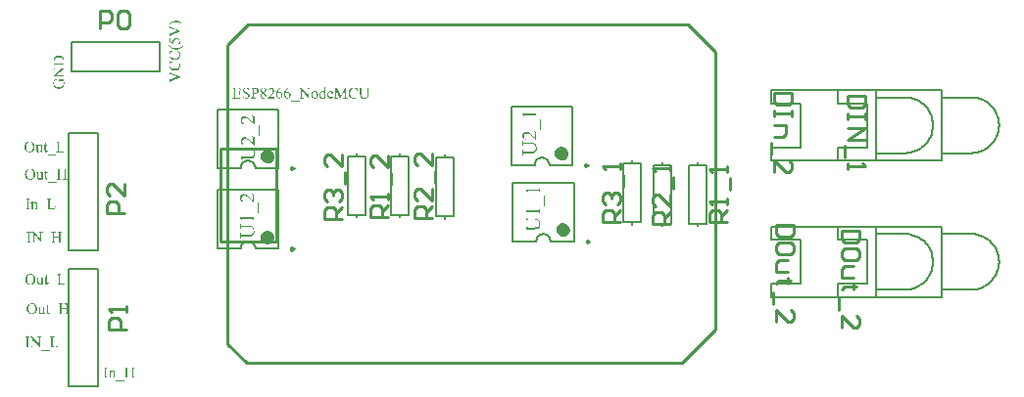
<source format=gto>
G04*
G04 #@! TF.GenerationSoftware,Altium Limited,Altium Designer,18.0.7 (293)*
G04*
G04 Layer_Color=65535*
%FSLAX44Y44*%
%MOMM*%
G71*
G01*
G75*
%ADD10C,0.6000*%
%ADD11C,0.2500*%
%ADD12C,0.2000*%
%ADD13C,0.1270*%
%ADD14C,0.2540*%
G36*
X205814Y259059D02*
Y252004D01*
X205499D01*
X205462Y252041D01*
X205369Y252134D01*
X205221Y252300D01*
X205017Y252523D01*
X204777Y252763D01*
X204499Y253060D01*
X204184Y253393D01*
X203851Y253726D01*
X203480Y254097D01*
X203110Y254448D01*
X202332Y255189D01*
X201944Y255522D01*
X201573Y255856D01*
X201203Y256152D01*
X200851Y256411D01*
X200833Y256430D01*
X200777Y256467D01*
X200666Y256522D01*
X200555Y256615D01*
X200388Y256707D01*
X200203Y256819D01*
X199999Y256930D01*
X199759Y257059D01*
X199259Y257281D01*
X198703Y257485D01*
X198426Y257578D01*
X198148Y257633D01*
X197852Y257670D01*
X197574Y257689D01*
X197555D01*
X197518D01*
X197463D01*
X197389Y257670D01*
X197166Y257652D01*
X196907Y257596D01*
X196611Y257522D01*
X196296Y257393D01*
X196000Y257226D01*
X195704Y256985D01*
X195667Y256948D01*
X195592Y256856D01*
X195463Y256707D01*
X195333Y256504D01*
X195204Y256263D01*
X195074Y255985D01*
X195000Y255652D01*
X194963Y255300D01*
Y255152D01*
X194981Y254985D01*
X195019Y254763D01*
X195093Y254522D01*
X195185Y254263D01*
X195315Y253986D01*
X195481Y253708D01*
X195500Y253671D01*
X195574Y253597D01*
X195704Y253467D01*
X195870Y253319D01*
X196074Y253152D01*
X196333Y252967D01*
X196629Y252819D01*
X196981Y252671D01*
Y252356D01*
X196963D01*
X196907Y252374D01*
X196833D01*
X196722Y252412D01*
X196574Y252430D01*
X196426Y252467D01*
X196074Y252578D01*
X195667Y252726D01*
X195259Y252911D01*
X194852Y253152D01*
X194500Y253467D01*
X194482Y253486D01*
X194463Y253504D01*
X194426Y253560D01*
X194352Y253634D01*
X194296Y253726D01*
X194222Y253837D01*
X194056Y254097D01*
X193889Y254430D01*
X193741Y254819D01*
X193648Y255263D01*
X193630Y255504D01*
X193611Y255763D01*
Y255911D01*
X193630Y256004D01*
X193648Y256133D01*
X193667Y256282D01*
X193722Y256615D01*
X193833Y257004D01*
X194000Y257411D01*
X194111Y257615D01*
X194241Y257818D01*
X194389Y258022D01*
X194555Y258207D01*
X194574Y258226D01*
X194593Y258244D01*
X194648Y258300D01*
X194722Y258355D01*
X194907Y258522D01*
X195185Y258707D01*
X195500Y258874D01*
X195870Y259041D01*
X196296Y259152D01*
X196518Y259170D01*
X196759Y259189D01*
X196777D01*
X196796D01*
X196852D01*
X196907D01*
X197092Y259170D01*
X197333Y259133D01*
X197592Y259077D01*
X197907Y259004D01*
X198240Y258892D01*
X198574Y258744D01*
X198592D01*
X198629Y258707D01*
X198722Y258670D01*
X198814Y258615D01*
X198944Y258541D01*
X199111Y258466D01*
X199277Y258355D01*
X199481Y258244D01*
X199703Y258096D01*
X199944Y257948D01*
X200444Y257578D01*
X200722Y257355D01*
X200999Y257133D01*
X201296Y256893D01*
X201592Y256615D01*
X201610Y256596D01*
X201703Y256522D01*
X201814Y256411D01*
X201981Y256263D01*
X202166Y256096D01*
X202369Y255893D01*
X202851Y255448D01*
X203351Y254985D01*
X203592Y254763D01*
X203814Y254541D01*
X204018Y254337D01*
X204203Y254152D01*
X204351Y254004D01*
X204462Y253893D01*
Y257522D01*
X204443Y257726D01*
Y257948D01*
X204425Y258152D01*
X204406Y258318D01*
Y258337D01*
X204388Y258392D01*
X204369Y258466D01*
X204351Y258559D01*
X204258Y258781D01*
X204129Y259004D01*
X204110Y259022D01*
X204092Y259059D01*
X204036Y259115D01*
X203962Y259189D01*
X203869Y259281D01*
X203777Y259374D01*
X203499Y259559D01*
Y259911D01*
X205814Y259059D01*
D02*
G37*
G36*
X209721Y242431D02*
X208999D01*
Y251782D01*
X209721D01*
Y242431D01*
D02*
G37*
G36*
X205814Y240987D02*
Y233932D01*
X205499D01*
X205462Y233969D01*
X205369Y234062D01*
X205221Y234228D01*
X205017Y234450D01*
X204777Y234691D01*
X204499Y234987D01*
X204184Y235321D01*
X203851Y235654D01*
X203480Y236024D01*
X203110Y236376D01*
X202332Y237117D01*
X201944Y237450D01*
X201573Y237783D01*
X201203Y238080D01*
X200851Y238339D01*
X200833Y238358D01*
X200777Y238395D01*
X200666Y238450D01*
X200555Y238543D01*
X200388Y238635D01*
X200203Y238746D01*
X199999Y238857D01*
X199759Y238987D01*
X199259Y239209D01*
X198703Y239413D01*
X198426Y239506D01*
X198148Y239561D01*
X197852Y239598D01*
X197574Y239617D01*
X197555D01*
X197518D01*
X197463D01*
X197389Y239598D01*
X197166Y239580D01*
X196907Y239524D01*
X196611Y239450D01*
X196296Y239320D01*
X196000Y239154D01*
X195704Y238913D01*
X195667Y238876D01*
X195592Y238783D01*
X195463Y238635D01*
X195333Y238431D01*
X195204Y238191D01*
X195074Y237913D01*
X195000Y237580D01*
X194963Y237228D01*
Y237080D01*
X194981Y236913D01*
X195019Y236691D01*
X195093Y236450D01*
X195185Y236191D01*
X195315Y235913D01*
X195481Y235636D01*
X195500Y235599D01*
X195574Y235524D01*
X195704Y235395D01*
X195870Y235247D01*
X196074Y235080D01*
X196333Y234895D01*
X196629Y234747D01*
X196981Y234599D01*
Y234284D01*
X196963D01*
X196907Y234302D01*
X196833D01*
X196722Y234339D01*
X196574Y234358D01*
X196426Y234395D01*
X196074Y234506D01*
X195667Y234654D01*
X195259Y234839D01*
X194852Y235080D01*
X194500Y235395D01*
X194482Y235413D01*
X194463Y235432D01*
X194426Y235487D01*
X194352Y235562D01*
X194296Y235654D01*
X194222Y235765D01*
X194056Y236024D01*
X193889Y236358D01*
X193741Y236747D01*
X193648Y237191D01*
X193630Y237432D01*
X193611Y237691D01*
Y237839D01*
X193630Y237932D01*
X193648Y238061D01*
X193667Y238209D01*
X193722Y238543D01*
X193833Y238932D01*
X194000Y239339D01*
X194111Y239543D01*
X194241Y239746D01*
X194389Y239950D01*
X194555Y240135D01*
X194574Y240154D01*
X194593Y240172D01*
X194648Y240228D01*
X194722Y240283D01*
X194907Y240450D01*
X195185Y240635D01*
X195500Y240802D01*
X195870Y240968D01*
X196296Y241079D01*
X196518Y241098D01*
X196759Y241116D01*
X196777D01*
X196796D01*
X196852D01*
X196907D01*
X197092Y241098D01*
X197333Y241061D01*
X197592Y241005D01*
X197907Y240931D01*
X198240Y240820D01*
X198574Y240672D01*
X198592D01*
X198629Y240635D01*
X198722Y240598D01*
X198814Y240542D01*
X198944Y240468D01*
X199111Y240394D01*
X199277Y240283D01*
X199481Y240172D01*
X199703Y240024D01*
X199944Y239876D01*
X200444Y239506D01*
X200722Y239283D01*
X200999Y239061D01*
X201296Y238820D01*
X201592Y238543D01*
X201610Y238524D01*
X201703Y238450D01*
X201814Y238339D01*
X201981Y238191D01*
X202166Y238024D01*
X202369Y237820D01*
X202851Y237376D01*
X203351Y236913D01*
X203592Y236691D01*
X203814Y236469D01*
X204018Y236265D01*
X204203Y236080D01*
X204351Y235932D01*
X204462Y235821D01*
Y239450D01*
X204443Y239654D01*
Y239876D01*
X204425Y240079D01*
X204406Y240246D01*
Y240265D01*
X204388Y240320D01*
X204369Y240394D01*
X204351Y240487D01*
X204258Y240709D01*
X204129Y240931D01*
X204110Y240950D01*
X204092Y240987D01*
X204036Y241042D01*
X203962Y241116D01*
X203869Y241209D01*
X203777Y241302D01*
X203499Y241487D01*
Y241839D01*
X205814Y240987D01*
D02*
G37*
G36*
X194185Y232765D02*
X194222Y232636D01*
X194259Y232488D01*
X194333Y232321D01*
X194426Y232136D01*
X194574Y231969D01*
X194778Y231803D01*
X194796D01*
X194833Y231784D01*
X194926Y231747D01*
X195037Y231728D01*
X195204Y231691D01*
X195426Y231654D01*
X195704Y231636D01*
X196037D01*
X200888D01*
X200907D01*
X200962D01*
X201055D01*
X201185D01*
X201333Y231617D01*
X201518D01*
X201703Y231599D01*
X201925D01*
X202369Y231543D01*
X202833Y231488D01*
X203295Y231395D01*
X203499Y231340D01*
X203703Y231266D01*
X203721D01*
X203740Y231247D01*
X203795Y231229D01*
X203869Y231192D01*
X204055Y231099D01*
X204277Y230951D01*
X204536Y230766D01*
X204832Y230525D01*
X205110Y230229D01*
X205388Y229858D01*
Y229840D01*
X205425Y229803D01*
X205443Y229747D01*
X205499Y229673D01*
X205554Y229562D01*
X205610Y229433D01*
X205665Y229284D01*
X205740Y229118D01*
X205814Y228932D01*
X205869Y228710D01*
X205925Y228470D01*
X205980Y228229D01*
X206017Y227951D01*
X206054Y227655D01*
X206091Y227359D01*
Y226840D01*
X206073Y226710D01*
Y226544D01*
X206054Y226359D01*
X206036Y226136D01*
X205999Y225914D01*
X205925Y225433D01*
X205814Y224933D01*
X205647Y224470D01*
X205536Y224248D01*
X205425Y224044D01*
Y224026D01*
X205388Y224007D01*
X205351Y223951D01*
X205295Y223878D01*
X205147Y223711D01*
X204943Y223489D01*
X204684Y223266D01*
X204369Y223026D01*
X203999Y222803D01*
X203592Y222618D01*
X203573D01*
X203555Y222600D01*
X203499D01*
X203444Y222581D01*
X203351Y222563D01*
X203240Y222526D01*
X203092Y222507D01*
X202925Y222489D01*
X202740Y222452D01*
X202536Y222433D01*
X202295Y222415D01*
X202018Y222378D01*
X201721Y222359D01*
X201388D01*
X201036Y222341D01*
X200648D01*
X195963D01*
X195944D01*
X195907D01*
X195852D01*
X195778D01*
X195592Y222322D01*
X195370Y222304D01*
X195130Y222267D01*
X194907Y222211D01*
X194685Y222137D01*
X194537Y222026D01*
X194519Y222007D01*
X194482Y221970D01*
X194426Y221896D01*
X194352Y221785D01*
X194296Y221656D01*
X194241Y221489D01*
X194204Y221285D01*
X194185Y221044D01*
Y220600D01*
X193852D01*
Y225766D01*
X194185D01*
Y225192D01*
X194204Y225044D01*
X194241Y224896D01*
X194296Y224711D01*
X194389Y224544D01*
X194500Y224377D01*
X194667Y224229D01*
X194685D01*
X194722Y224192D01*
X194815Y224174D01*
X194944Y224137D01*
X195130Y224100D01*
X195352Y224063D01*
X195630Y224044D01*
X195963Y224026D01*
X201185D01*
X201222D01*
X201314D01*
X201462D01*
X201647Y224044D01*
X201888D01*
X202166Y224081D01*
X202462Y224100D01*
X202795Y224137D01*
X202814D01*
X202833D01*
X202944Y224155D01*
X203110Y224192D01*
X203295Y224248D01*
X203518Y224303D01*
X203758Y224396D01*
X203981Y224489D01*
X204184Y224600D01*
X204203Y224618D01*
X204258Y224674D01*
X204351Y224748D01*
X204480Y224859D01*
X204610Y224988D01*
X204740Y225155D01*
X204888Y225359D01*
X205017Y225581D01*
X205036Y225618D01*
X205073Y225692D01*
X205110Y225822D01*
X205166Y226007D01*
X205240Y226229D01*
X205277Y226507D01*
X205314Y226803D01*
X205332Y227136D01*
Y227340D01*
X205314Y227433D01*
Y227562D01*
X205277Y227840D01*
X205203Y228155D01*
X205128Y228507D01*
X204999Y228877D01*
X204832Y229229D01*
Y229247D01*
X204814Y229266D01*
X204740Y229377D01*
X204629Y229544D01*
X204480Y229747D01*
X204277Y229951D01*
X204055Y230173D01*
X203795Y230358D01*
X203518Y230506D01*
X203499D01*
X203480Y230525D01*
X203425Y230543D01*
X203369Y230562D01*
X203277Y230581D01*
X203166Y230618D01*
X203036Y230655D01*
X202888Y230692D01*
X202703Y230710D01*
X202499Y230747D01*
X202277Y230784D01*
X202036Y230803D01*
X201777Y230821D01*
X201481Y230840D01*
X201166Y230858D01*
X200814D01*
X195963D01*
X195944D01*
X195907D01*
X195852D01*
X195778D01*
X195592Y230840D01*
X195370Y230821D01*
X195130Y230803D01*
X194907Y230747D01*
X194704Y230692D01*
X194630Y230636D01*
X194574Y230599D01*
X194555Y230581D01*
X194519Y230543D01*
X194444Y230451D01*
X194370Y230358D01*
X194315Y230210D01*
X194241Y230044D01*
X194204Y229840D01*
X194185Y229599D01*
Y229155D01*
X193852D01*
Y233340D01*
X194185D01*
Y232765D01*
D02*
G37*
G36*
X36691Y311667D02*
X36818D01*
X36987Y311653D01*
X37171Y311624D01*
X37382Y311582D01*
X37622Y311540D01*
X37861Y311469D01*
X38115Y311399D01*
X38383Y311300D01*
X38651Y311187D01*
X38919Y311061D01*
X39172Y310905D01*
X39440Y310722D01*
X39680Y310525D01*
X39694Y310511D01*
X39736Y310468D01*
X39807Y310384D01*
X39906Y310285D01*
X40004Y310144D01*
X40131Y309975D01*
X40258Y309778D01*
X40385Y309552D01*
X40526Y309284D01*
X40653Y308988D01*
X40780Y308664D01*
X40878Y308312D01*
X40977Y307931D01*
X41047Y307508D01*
X41090Y307057D01*
X41104Y306578D01*
Y302532D01*
X40850D01*
Y302969D01*
X40836Y303067D01*
X40808Y303180D01*
X40765Y303321D01*
X40695Y303448D01*
X40610Y303575D01*
X40483Y303674D01*
X40469Y303688D01*
X40441Y303702D01*
X40371Y303730D01*
X40286Y303758D01*
X40145Y303786D01*
X39976Y303801D01*
X39764Y303829D01*
X39497D01*
X33604D01*
X33590D01*
X33562D01*
X33519D01*
X33463D01*
X33322Y303815D01*
X33153Y303801D01*
X32970Y303786D01*
X32801Y303744D01*
X32645Y303702D01*
X32589Y303659D01*
X32547Y303631D01*
X32533Y303617D01*
X32504Y303589D01*
X32448Y303519D01*
X32392Y303448D01*
X32350Y303335D01*
X32293Y303208D01*
X32265Y303053D01*
X32251Y302870D01*
Y302532D01*
X31997D01*
Y306563D01*
X32011Y306733D01*
X32025Y306930D01*
X32039Y307141D01*
X32053Y307367D01*
X32110Y307875D01*
X32194Y308382D01*
X32307Y308875D01*
X32378Y309101D01*
X32462Y309312D01*
Y309326D01*
X32490Y309355D01*
X32519Y309411D01*
X32547Y309496D01*
X32603Y309580D01*
X32660Y309693D01*
X32829Y309933D01*
X33040Y310201D01*
X33308Y310497D01*
X33632Y310779D01*
X33816Y310905D01*
X34013Y311032D01*
X34027Y311046D01*
X34055Y311061D01*
X34126Y311089D01*
X34210Y311131D01*
X34309Y311187D01*
X34436Y311244D01*
X34577Y311300D01*
X34732Y311357D01*
X34901Y311413D01*
X35098Y311469D01*
X35310Y311526D01*
X35521Y311582D01*
X36001Y311653D01*
X36254Y311681D01*
X36508D01*
X36536D01*
X36593D01*
X36691Y311667D01*
D02*
G37*
G36*
X32251Y301672D02*
X32265Y301573D01*
X32293Y301446D01*
X32335Y301305D01*
X32406Y301164D01*
X32490Y301038D01*
X32603Y300939D01*
X32617D01*
X32645Y300911D01*
X32716Y300896D01*
X32801Y300868D01*
X32927Y300840D01*
X33097Y300826D01*
X33308Y300798D01*
X33576D01*
X41245D01*
Y300544D01*
X33928Y294553D01*
X39525D01*
X39539D01*
X39567D01*
X39609D01*
X39666D01*
X39807Y294567D01*
X39976Y294581D01*
X40159Y294595D01*
X40328Y294623D01*
X40469Y294666D01*
X40540Y294694D01*
X40582Y294722D01*
X40596Y294736D01*
X40624Y294778D01*
X40667Y294835D01*
X40709Y294919D01*
X40765Y295032D01*
X40808Y295173D01*
X40836Y295342D01*
X40850Y295526D01*
Y295850D01*
X41104D01*
Y292664D01*
X40850D01*
Y293073D01*
X40836Y293171D01*
X40808Y293298D01*
X40765Y293439D01*
X40709Y293580D01*
X40624Y293707D01*
X40512Y293806D01*
X40497Y293820D01*
X40469Y293834D01*
X40399Y293862D01*
X40314Y293890D01*
X40173Y293918D01*
X40004Y293933D01*
X39793Y293961D01*
X39525D01*
X33195D01*
X33181Y293947D01*
X33125Y293890D01*
X33040Y293820D01*
X32956Y293735D01*
X32758Y293524D01*
X32674Y293425D01*
X32603Y293340D01*
X32589Y293326D01*
X32575Y293298D01*
X32547Y293256D01*
X32504Y293200D01*
X32462Y293115D01*
X32420Y293002D01*
X32364Y292889D01*
X32321Y292749D01*
Y292734D01*
X32307Y292706D01*
X32293Y292664D01*
X32279Y292607D01*
Y292523D01*
X32265Y292424D01*
X32251Y292311D01*
Y292171D01*
X31997D01*
Y294623D01*
X38806Y300206D01*
X33576D01*
X33562D01*
X33534D01*
X33491D01*
X33449D01*
X33308Y300192D01*
X33139Y300178D01*
X32956Y300163D01*
X32787Y300121D01*
X32631Y300079D01*
X32575Y300037D01*
X32533Y300008D01*
X32519Y299994D01*
X32490Y299966D01*
X32448Y299896D01*
X32392Y299811D01*
X32335Y299698D01*
X32293Y299571D01*
X32265Y299402D01*
X32251Y299219D01*
Y298909D01*
X31997D01*
Y302095D01*
X32251D01*
Y301672D01*
D02*
G37*
G36*
X36381Y291889D02*
X36395Y291804D01*
X36423Y291691D01*
X36466Y291564D01*
X36536Y291451D01*
X36621Y291339D01*
X36734Y291254D01*
X36748D01*
X36790Y291240D01*
X36846Y291212D01*
X36945Y291198D01*
X37086Y291170D01*
X37255Y291141D01*
X37453Y291127D01*
X37706D01*
X40512D01*
Y291113D01*
X40526Y291099D01*
X40554Y291057D01*
X40582Y291000D01*
X40653Y290845D01*
X40751Y290648D01*
X40850Y290408D01*
X40949Y290155D01*
X41033Y289873D01*
X41118Y289591D01*
Y289577D01*
X41132Y289562D01*
Y289520D01*
X41146Y289464D01*
X41160Y289393D01*
X41174Y289309D01*
X41217Y289097D01*
X41259Y288858D01*
X41287Y288576D01*
X41301Y288266D01*
X41315Y287927D01*
Y287815D01*
X41301Y287673D01*
X41287Y287490D01*
X41259Y287279D01*
X41231Y287025D01*
X41174Y286743D01*
X41104Y286433D01*
X41019Y286123D01*
X40906Y285799D01*
X40765Y285460D01*
X40596Y285122D01*
X40413Y284798D01*
X40187Y284488D01*
X39920Y284192D01*
X39623Y283924D01*
X39609Y283910D01*
X39567Y283881D01*
X39497Y283825D01*
X39398Y283769D01*
X39285Y283684D01*
X39130Y283599D01*
X38975Y283515D01*
X38778Y283416D01*
X38580Y283318D01*
X38355Y283233D01*
X38115Y283148D01*
X37861Y283064D01*
X37594Y283007D01*
X37297Y282951D01*
X37016Y282923D01*
X36705Y282909D01*
X36691D01*
X36649D01*
X36593D01*
X36494Y282923D01*
X36395D01*
X36268Y282937D01*
X36113Y282951D01*
X35958Y282979D01*
X35606Y283050D01*
X35211Y283148D01*
X34802Y283289D01*
X34393Y283473D01*
X34379Y283487D01*
X34337Y283501D01*
X34267Y283543D01*
X34182Y283599D01*
X34069Y283670D01*
X33942Y283755D01*
X33802Y283853D01*
X33646Y283966D01*
X33322Y284234D01*
X32984Y284558D01*
X32660Y284925D01*
X32519Y285136D01*
X32378Y285347D01*
X32364Y285362D01*
X32350Y285390D01*
X32321Y285446D01*
X32279Y285531D01*
X32237Y285615D01*
X32194Y285742D01*
X32138Y285869D01*
X32082Y286024D01*
X32025Y286179D01*
X31969Y286362D01*
X31884Y286757D01*
X31814Y287208D01*
X31786Y287702D01*
Y287885D01*
X31800Y288012D01*
Y288139D01*
X31814Y288294D01*
X31870Y288604D01*
Y288618D01*
X31884Y288674D01*
X31913Y288773D01*
X31941Y288900D01*
X31997Y289069D01*
X32053Y289266D01*
X32124Y289492D01*
X32223Y289760D01*
Y289774D01*
X32251Y289816D01*
X32265Y289887D01*
X32293Y289957D01*
X32335Y290126D01*
X32364Y290197D01*
Y290282D01*
X32350Y290324D01*
X32321Y290394D01*
X32251Y290465D01*
X32223Y290479D01*
X32194Y290493D01*
X32152Y290521D01*
X32082Y290535D01*
X32011Y290563D01*
X31913Y290578D01*
X31786Y290592D01*
Y290845D01*
X34661Y291085D01*
Y290831D01*
X34647D01*
X34619Y290817D01*
X34563Y290789D01*
X34492Y290761D01*
X34393Y290733D01*
X34295Y290690D01*
X34069Y290578D01*
X33802Y290451D01*
X33534Y290296D01*
X33280Y290112D01*
X33054Y289915D01*
X33040Y289901D01*
X33026Y289873D01*
X32984Y289830D01*
X32927Y289774D01*
X32871Y289689D01*
X32801Y289591D01*
X32730Y289478D01*
X32660Y289351D01*
X32589Y289210D01*
X32519Y289041D01*
X32392Y288689D01*
X32293Y288280D01*
X32279Y288068D01*
X32265Y287829D01*
Y287758D01*
X32279Y287659D01*
Y287547D01*
X32307Y287406D01*
X32335Y287236D01*
X32378Y287053D01*
X32434Y286856D01*
X32504Y286644D01*
X32603Y286419D01*
X32716Y286208D01*
X32843Y285982D01*
X33012Y285770D01*
X33195Y285559D01*
X33407Y285376D01*
X33646Y285193D01*
X33661Y285178D01*
X33703Y285164D01*
X33759Y285122D01*
X33858Y285080D01*
X33971Y285023D01*
X34097Y284953D01*
X34253Y284882D01*
X34436Y284826D01*
X34619Y284755D01*
X34845Y284685D01*
X35070Y284615D01*
X35310Y284558D01*
X35564Y284516D01*
X35845Y284473D01*
X36128Y284459D01*
X36423Y284445D01*
X36438D01*
X36480D01*
X36550D01*
X36649Y284459D01*
X36762D01*
X36889Y284473D01*
X37044Y284488D01*
X37199Y284502D01*
X37565Y284572D01*
X37974Y284657D01*
X38383Y284770D01*
X38792Y284939D01*
X38806D01*
X38834Y284967D01*
X38891Y284995D01*
X38961Y285037D01*
X39060Y285080D01*
X39158Y285136D01*
X39384Y285291D01*
X39652Y285488D01*
X39906Y285700D01*
X40159Y285968D01*
X40371Y286250D01*
Y286264D01*
X40385Y286292D01*
X40413Y286334D01*
X40441Y286391D01*
X40483Y286461D01*
X40526Y286560D01*
X40610Y286771D01*
X40709Y287025D01*
X40780Y287307D01*
X40836Y287603D01*
X40864Y287927D01*
Y288012D01*
X40850Y288111D01*
Y288237D01*
X40836Y288393D01*
X40808Y288548D01*
X40737Y288900D01*
Y288928D01*
X40709Y288985D01*
X40681Y289069D01*
X40638Y289196D01*
X40596Y289337D01*
X40526Y289492D01*
X40371Y289816D01*
X37706D01*
X37692D01*
X37678D01*
X37594D01*
X37481D01*
X37340Y289802D01*
X37185Y289788D01*
X37044Y289774D01*
X36917Y289746D01*
X36818Y289704D01*
X36804D01*
X36776Y289689D01*
X36691Y289633D01*
X36593Y289520D01*
X36494Y289379D01*
Y289365D01*
X36480Y289337D01*
X36452Y289281D01*
X36438Y289210D01*
X36409Y289097D01*
X36395Y288971D01*
X36381Y288815D01*
Y288618D01*
X36128D01*
Y292142D01*
X36381D01*
Y291889D01*
D02*
G37*
G36*
X138283Y341839D02*
X138466Y341825D01*
X138678Y341796D01*
X138917Y341768D01*
X139185Y341726D01*
X139467Y341670D01*
X139763Y341599D01*
X140073Y341514D01*
X140397Y341416D01*
X140722Y341303D01*
X141060Y341162D01*
X141384Y341007D01*
X141708Y340824D01*
X141722Y340810D01*
X141779Y340781D01*
X141863Y340725D01*
X141990Y340640D01*
X142131Y340542D01*
X142286Y340415D01*
X142470Y340274D01*
X142653Y340105D01*
X142850Y339921D01*
X143062Y339724D01*
X143259Y339499D01*
X143456Y339259D01*
X143654Y339005D01*
X143837Y338737D01*
X144006Y338441D01*
X144161Y338145D01*
X143908D01*
Y338159D01*
X143879Y338187D01*
X143865Y338230D01*
X143823Y338286D01*
X143724Y338427D01*
X143569Y338624D01*
X143400Y338836D01*
X143174Y339062D01*
X142935Y339287D01*
X142653Y339499D01*
X142639D01*
X142611Y339527D01*
X142568Y339555D01*
X142512Y339583D01*
X142427Y339640D01*
X142343Y339682D01*
X142230Y339738D01*
X142103Y339809D01*
X141821Y339936D01*
X141483Y340076D01*
X141088Y340189D01*
X140665Y340302D01*
X140651D01*
X140609Y340316D01*
X140538Y340330D01*
X140454Y340344D01*
X140341Y340359D01*
X140214Y340387D01*
X140059Y340415D01*
X139890Y340443D01*
X139707Y340457D01*
X139509Y340485D01*
X139086Y340528D01*
X138621Y340556D01*
X138128Y340570D01*
X138114D01*
X138057D01*
X137987D01*
X137888D01*
X137761D01*
X137620Y340556D01*
X137451D01*
X137268Y340542D01*
X136859Y340513D01*
X136422Y340471D01*
X135971Y340415D01*
X135520Y340344D01*
X135506D01*
X135478Y340330D01*
X135435D01*
X135365Y340316D01*
X135196Y340274D01*
X134998Y340232D01*
X134759Y340161D01*
X134519Y340091D01*
X134279Y340006D01*
X134054Y339921D01*
X134026Y339907D01*
X133955Y339879D01*
X133842Y339823D01*
X133701Y339738D01*
X133546Y339640D01*
X133363Y339527D01*
X133180Y339400D01*
X132982Y339245D01*
X132954Y339231D01*
X132898Y339174D01*
X132785Y339076D01*
X132658Y338949D01*
X132503Y338794D01*
X132334Y338596D01*
X132165Y338385D01*
X131981Y338145D01*
X131700D01*
Y338159D01*
X131728Y338187D01*
X131756Y338244D01*
X131784Y338314D01*
X131840Y338399D01*
X131897Y338498D01*
X132038Y338737D01*
X132221Y339005D01*
X132418Y339287D01*
X132644Y339569D01*
X132898Y339837D01*
X132912Y339851D01*
X132940Y339879D01*
X132997Y339936D01*
X133067Y339992D01*
X133166Y340076D01*
X133278Y340161D01*
X133405Y340274D01*
X133546Y340387D01*
X133715Y340499D01*
X133885Y340626D01*
X134279Y340866D01*
X134716Y341106D01*
X135196Y341317D01*
X135210D01*
X135252Y341345D01*
X135323Y341373D01*
X135421Y341402D01*
X135548Y341444D01*
X135689Y341486D01*
X135844Y341529D01*
X136027Y341585D01*
X136225Y341641D01*
X136436Y341684D01*
X136901Y341768D01*
X137409Y341825D01*
X137930Y341853D01*
X137959D01*
X138029D01*
X138128D01*
X138283Y341839D01*
D02*
G37*
G36*
X132376Y337638D02*
X132390Y337567D01*
X132418Y337483D01*
X132447Y337384D01*
X132545Y337144D01*
X132616Y337018D01*
X132686Y336919D01*
X132700Y336905D01*
X132743Y336862D01*
X132827Y336792D01*
X132940Y336707D01*
X133081Y336609D01*
X133250Y336510D01*
X133462Y336397D01*
X133701Y336298D01*
X141441Y333127D01*
Y332873D01*
X133603Y329462D01*
X133589D01*
X133574Y329447D01*
X133504Y329419D01*
X133405Y329377D01*
X133278Y329320D01*
X133152Y329250D01*
X133025Y329194D01*
X132926Y329137D01*
X132856Y329095D01*
X132841Y329081D01*
X132827Y329067D01*
X132743Y328982D01*
X132644Y328841D01*
X132545Y328672D01*
Y328658D01*
X132531Y328630D01*
X132503Y328573D01*
X132475Y328503D01*
X132447Y328404D01*
X132418Y328291D01*
X132390Y328165D01*
X132376Y328009D01*
X132122D01*
Y331745D01*
X132376D01*
Y331717D01*
X132390Y331646D01*
X132404Y331534D01*
X132433Y331407D01*
X132461Y331266D01*
X132503Y331139D01*
X132545Y331012D01*
X132602Y330928D01*
Y330914D01*
X132630Y330899D01*
X132715Y330843D01*
X132827Y330773D01*
X132912Y330758D01*
X132997Y330744D01*
X133011D01*
X133053D01*
X133138Y330758D01*
X133250Y330787D01*
X133405Y330815D01*
X133574Y330871D01*
X133786Y330956D01*
X134040Y331054D01*
X139382Y333366D01*
X134110Y335523D01*
X134096D01*
X134082Y335537D01*
X134040Y335551D01*
X133983Y335565D01*
X133842Y335622D01*
X133687Y335678D01*
X133504Y335735D01*
X133321Y335791D01*
X133166Y335819D01*
X133025Y335833D01*
X133011D01*
X132997D01*
X132898Y335805D01*
X132785Y335749D01*
X132729Y335706D01*
X132658Y335636D01*
X132644Y335622D01*
X132630Y335594D01*
X132602Y335551D01*
X132559Y335481D01*
X132517Y335382D01*
X132475Y335270D01*
X132433Y335143D01*
X132404Y334973D01*
X132390Y334945D01*
Y334917D01*
X132376Y334861D01*
X132122D01*
Y337652D01*
X132376D01*
Y337638D01*
D02*
G37*
G36*
X133264Y326459D02*
Y323710D01*
X134491Y323118D01*
Y323132D01*
X134505Y323202D01*
X134519Y323287D01*
X134547Y323414D01*
X134589Y323569D01*
X134632Y323738D01*
X134688Y323936D01*
X134759Y324147D01*
X134928Y324598D01*
X135041Y324838D01*
X135167Y325063D01*
X135294Y325303D01*
X135449Y325528D01*
X135633Y325754D01*
X135816Y325951D01*
X135830Y325965D01*
X135858Y325994D01*
X135915Y326036D01*
X135971Y326092D01*
X136070Y326163D01*
X136168Y326233D01*
X136295Y326318D01*
X136422Y326402D01*
X136577Y326487D01*
X136746Y326572D01*
X137113Y326713D01*
X137310Y326769D01*
X137507Y326811D01*
X137733Y326839D01*
X137959Y326854D01*
X137973D01*
X137987D01*
X138029D01*
X138085D01*
X138212Y326839D01*
X138396Y326811D01*
X138607Y326783D01*
X138833Y326727D01*
X139058Y326656D01*
X139298Y326558D01*
X139326Y326543D01*
X139396Y326501D01*
X139509Y326445D01*
X139650Y326360D01*
X139819Y326247D01*
X139989Y326120D01*
X140172Y325965D01*
X140341Y325810D01*
X140355Y325796D01*
X140412Y325740D01*
X140482Y325641D01*
X140581Y325528D01*
X140693Y325387D01*
X140806Y325218D01*
X140919Y325035D01*
X141018Y324838D01*
Y324824D01*
X141032Y324809D01*
X141046Y324767D01*
X141074Y324711D01*
X141131Y324556D01*
X141201Y324344D01*
X141271Y324105D01*
X141328Y323837D01*
X141370Y323555D01*
X141384Y323245D01*
Y323118D01*
X141370Y322963D01*
X141356Y322794D01*
X141314Y322596D01*
X141271Y322399D01*
X141201Y322216D01*
X141116Y322061D01*
X141102Y322047D01*
X141060Y322004D01*
X141004Y321948D01*
X140933Y321877D01*
X140834Y321807D01*
X140736Y321750D01*
X140623Y321708D01*
X140496Y321694D01*
X140482D01*
X140468D01*
X140383Y321708D01*
X140285Y321750D01*
X140172Y321835D01*
Y321849D01*
X140144Y321863D01*
X140101Y321948D01*
X140059Y322061D01*
X140031Y322230D01*
Y322342D01*
X140059Y322441D01*
X140087Y322540D01*
X140101Y322568D01*
X140115Y322596D01*
X140130Y322639D01*
X140172Y322709D01*
X140214Y322780D01*
X140285Y322878D01*
X140355Y322991D01*
X140369Y323019D01*
X140412Y323076D01*
X140468Y323174D01*
X140524Y323301D01*
X140595Y323456D01*
X140651Y323625D01*
X140679Y323809D01*
X140693Y324006D01*
Y324076D01*
X140679Y324133D01*
X140665Y324288D01*
X140623Y324471D01*
X140553Y324683D01*
X140440Y324908D01*
X140299Y325148D01*
X140101Y325373D01*
X140087Y325387D01*
X140073Y325402D01*
X139989Y325472D01*
X139876Y325571D01*
X139693Y325684D01*
X139495Y325782D01*
X139242Y325881D01*
X138974Y325951D01*
X138819Y325979D01*
X138664D01*
X138649D01*
X138621D01*
X138579D01*
X138523Y325965D01*
X138367Y325951D01*
X138156Y325909D01*
X137916Y325853D01*
X137663Y325754D01*
X137395Y325627D01*
X137127Y325444D01*
X137113D01*
X137099Y325416D01*
X137014Y325345D01*
X136873Y325232D01*
X136718Y325063D01*
X136535Y324852D01*
X136352Y324598D01*
X136168Y324302D01*
X136013Y323978D01*
Y323964D01*
X135999Y323950D01*
X135985Y323907D01*
X135971Y323851D01*
X135943Y323766D01*
X135915Y323682D01*
X135886Y323569D01*
X135858Y323456D01*
X135830Y323315D01*
X135802Y323174D01*
X135745Y322836D01*
X135689Y322441D01*
X135661Y321990D01*
X132122Y323724D01*
Y326995D01*
X133264Y326459D01*
D02*
G37*
G36*
X144161Y320707D02*
X144133Y320679D01*
X144105Y320623D01*
X144063Y320552D01*
X144020Y320468D01*
X143964Y320369D01*
X143809Y320129D01*
X143640Y319861D01*
X143428Y319580D01*
X143203Y319284D01*
X142963Y319016D01*
X142949Y319002D01*
X142921Y318973D01*
X142864Y318931D01*
X142794Y318861D01*
X142695Y318776D01*
X142582Y318691D01*
X142456Y318579D01*
X142315Y318466D01*
X142145Y318353D01*
X141976Y318240D01*
X141596Y317987D01*
X141159Y317747D01*
X140679Y317535D01*
X140665D01*
X140623Y317507D01*
X140553Y317493D01*
X140454Y317451D01*
X140327Y317409D01*
X140186Y317366D01*
X140031Y317324D01*
X139848Y317282D01*
X139650Y317225D01*
X139439Y317183D01*
X138974Y317098D01*
X138466Y317042D01*
X137944Y317014D01*
X137916D01*
X137846D01*
X137747Y317028D01*
X137592D01*
X137409Y317042D01*
X137197Y317070D01*
X136958Y317098D01*
X136690Y317141D01*
X136408Y317197D01*
X136112Y317268D01*
X135802Y317338D01*
X135478Y317437D01*
X135153Y317564D01*
X134815Y317691D01*
X134491Y317846D01*
X134166Y318029D01*
X134152Y318043D01*
X134096Y318071D01*
X133997Y318142D01*
X133885Y318212D01*
X133744Y318325D01*
X133589Y318438D01*
X133405Y318593D01*
X133208Y318748D01*
X133011Y318931D01*
X132813Y319142D01*
X132602Y319354D01*
X132404Y319594D01*
X132207Y319861D01*
X132024Y320129D01*
X131855Y320411D01*
X131700Y320721D01*
X131981D01*
Y320707D01*
X131996Y320679D01*
X132024Y320637D01*
X132066Y320580D01*
X132165Y320425D01*
X132306Y320242D01*
X132489Y320017D01*
X132700Y319791D01*
X132954Y319565D01*
X133236Y319354D01*
X133250D01*
X133278Y319326D01*
X133321Y319298D01*
X133377Y319269D01*
X133462Y319227D01*
X133546Y319171D01*
X133659Y319114D01*
X133786Y319058D01*
X133913Y318987D01*
X134068Y318917D01*
X134406Y318790D01*
X134801Y318663D01*
X135238Y318550D01*
X135252D01*
X135294Y318536D01*
X135365Y318522D01*
X135449Y318508D01*
X135562Y318494D01*
X135689Y318466D01*
X135844Y318452D01*
X136013Y318424D01*
X136196Y318395D01*
X136380Y318381D01*
X136817Y318339D01*
X137282Y318311D01*
X137761Y318297D01*
X137775D01*
X137832D01*
X137902D01*
X138001D01*
X138128D01*
X138283Y318311D01*
X138438D01*
X138621Y318325D01*
X139030Y318353D01*
X139467Y318381D01*
X139918Y318438D01*
X140369Y318508D01*
X140383D01*
X140412Y318522D01*
X140454D01*
X140524Y318536D01*
X140693Y318579D01*
X140891Y318635D01*
X141131Y318691D01*
X141370Y318762D01*
X141610Y318846D01*
X141835Y318931D01*
X141863Y318945D01*
X141934Y318973D01*
X142047Y319030D01*
X142174Y319114D01*
X142343Y319213D01*
X142526Y319326D01*
X142709Y319453D01*
X142907Y319608D01*
X142935Y319622D01*
X142991Y319678D01*
X143090Y319777D01*
X143231Y319904D01*
X143386Y320073D01*
X143555Y320256D01*
X143724Y320482D01*
X143908Y320721D01*
X144161D01*
Y320707D01*
D02*
G37*
G36*
X139115Y315957D02*
X139157Y315942D01*
X139213Y315900D01*
X139298Y315844D01*
X139396Y315787D01*
X139523Y315703D01*
X139777Y315506D01*
X140073Y315280D01*
X140369Y314998D01*
X140651Y314702D01*
X140778Y314533D01*
X140891Y314364D01*
Y314349D01*
X140919Y314321D01*
X140947Y314279D01*
X140975Y314209D01*
X141018Y314110D01*
X141060Y314011D01*
X141116Y313898D01*
X141159Y313757D01*
X141215Y313602D01*
X141271Y313447D01*
X141356Y313067D01*
X141412Y312658D01*
X141441Y312207D01*
Y312108D01*
X141426Y311995D01*
X141412Y311840D01*
X141384Y311643D01*
X141356Y311431D01*
X141300Y311192D01*
X141229Y310924D01*
X141145Y310642D01*
X141032Y310360D01*
X140891Y310078D01*
X140736Y309782D01*
X140538Y309500D01*
X140313Y309218D01*
X140059Y308950D01*
X139763Y308711D01*
X139749Y308697D01*
X139707Y308668D01*
X139636Y308626D01*
X139537Y308570D01*
X139425Y308499D01*
X139284Y308415D01*
X139115Y308344D01*
X138931Y308260D01*
X138720Y308161D01*
X138508Y308090D01*
X138255Y308006D01*
X138001Y307935D01*
X137733Y307879D01*
X137437Y307837D01*
X137141Y307808D01*
X136831Y307794D01*
X136817D01*
X136775D01*
X136690D01*
X136605Y307808D01*
X136478D01*
X136337Y307823D01*
X136182Y307851D01*
X135999Y307865D01*
X135618Y307950D01*
X135196Y308048D01*
X134759Y308203D01*
X134533Y308288D01*
X134322Y308401D01*
X134307Y308415D01*
X134265Y308429D01*
X134209Y308457D01*
X134138Y308513D01*
X134040Y308570D01*
X133927Y308654D01*
X133673Y308838D01*
X133391Y309077D01*
X133095Y309359D01*
X132799Y309683D01*
X132545Y310064D01*
X132531Y310078D01*
X132517Y310106D01*
X132489Y310177D01*
X132447Y310247D01*
X132404Y310346D01*
X132348Y310473D01*
X132292Y310600D01*
X132221Y310755D01*
X132165Y310924D01*
X132108Y311107D01*
X132010Y311502D01*
X131939Y311925D01*
X131911Y312164D01*
Y312489D01*
X131925Y312559D01*
Y312644D01*
X131939Y312757D01*
X131967Y312996D01*
X132038Y313292D01*
X132122Y313617D01*
X132235Y313969D01*
X132404Y314321D01*
Y314335D01*
X132433Y314364D01*
X132447Y314420D01*
X132475Y314476D01*
X132517Y314617D01*
X132545Y314674D01*
Y314758D01*
X132531Y314843D01*
X132489Y314942D01*
X132418Y315040D01*
X132404Y315054D01*
X132390Y315068D01*
X132348Y315097D01*
X132292Y315139D01*
X132207Y315181D01*
X132122Y315224D01*
X132024Y315266D01*
X131911Y315294D01*
Y315548D01*
X134998Y315759D01*
Y315548D01*
X134984D01*
X134942Y315534D01*
X134871Y315506D01*
X134773Y315463D01*
X134660Y315421D01*
X134533Y315379D01*
X134237Y315238D01*
X133899Y315068D01*
X133574Y314871D01*
X133264Y314617D01*
X133138Y314491D01*
X133011Y314349D01*
X132997Y314335D01*
X132982Y314321D01*
X132954Y314279D01*
X132912Y314209D01*
X132870Y314138D01*
X132813Y314053D01*
X132700Y313842D01*
X132588Y313574D01*
X132489Y313250D01*
X132418Y312897D01*
X132390Y312714D01*
Y312362D01*
X132404Y312291D01*
X132418Y312193D01*
X132447Y311981D01*
X132503Y311728D01*
X132588Y311446D01*
X132700Y311164D01*
X132856Y310882D01*
Y310868D01*
X132884Y310854D01*
X132940Y310769D01*
X133053Y310628D01*
X133208Y310473D01*
X133419Y310290D01*
X133673Y310092D01*
X133983Y309909D01*
X134336Y309740D01*
X134350D01*
X134378Y309726D01*
X134434Y309697D01*
X134519Y309683D01*
X134618Y309641D01*
X134730Y309613D01*
X134871Y309571D01*
X135027Y309542D01*
X135196Y309500D01*
X135379Y309458D01*
X135590Y309430D01*
X135816Y309401D01*
X136041Y309373D01*
X136295Y309345D01*
X136831Y309331D01*
X136845D01*
X136887D01*
X136958D01*
X137042D01*
X137141Y309345D01*
X137268D01*
X137409Y309359D01*
X137564Y309373D01*
X137902Y309430D01*
X138269Y309486D01*
X138635Y309585D01*
X138988Y309712D01*
X139002D01*
X139030Y309726D01*
X139072Y309754D01*
X139129Y309782D01*
X139298Y309881D01*
X139495Y310008D01*
X139721Y310177D01*
X139946Y310374D01*
X140172Y310614D01*
X140369Y310896D01*
Y310910D01*
X140383Y310938D01*
X140412Y310980D01*
X140440Y311037D01*
X140482Y311107D01*
X140524Y311206D01*
X140609Y311431D01*
X140693Y311699D01*
X140778Y312009D01*
X140834Y312348D01*
X140849Y312714D01*
Y312869D01*
X140834Y312940D01*
Y313024D01*
X140806Y313236D01*
X140764Y313490D01*
X140693Y313743D01*
X140609Y314011D01*
X140482Y314265D01*
Y314279D01*
X140468Y314293D01*
X140440Y314335D01*
X140397Y314378D01*
X140299Y314519D01*
X140144Y314702D01*
X140059Y314815D01*
X139946Y314928D01*
X139819Y315054D01*
X139678Y315181D01*
X139523Y315322D01*
X139354Y315463D01*
X139171Y315604D01*
X138960Y315759D01*
X139101Y315971D01*
X139115Y315957D01*
D02*
G37*
G36*
Y306793D02*
X139157Y306779D01*
X139213Y306737D01*
X139298Y306681D01*
X139396Y306624D01*
X139523Y306540D01*
X139777Y306342D01*
X140073Y306117D01*
X140369Y305835D01*
X140651Y305539D01*
X140778Y305370D01*
X140891Y305201D01*
Y305187D01*
X140919Y305158D01*
X140947Y305116D01*
X140975Y305046D01*
X141018Y304947D01*
X141060Y304848D01*
X141116Y304735D01*
X141159Y304594D01*
X141215Y304439D01*
X141271Y304284D01*
X141356Y303904D01*
X141412Y303495D01*
X141441Y303044D01*
Y302945D01*
X141426Y302832D01*
X141412Y302677D01*
X141384Y302480D01*
X141356Y302268D01*
X141300Y302029D01*
X141229Y301761D01*
X141145Y301479D01*
X141032Y301197D01*
X140891Y300915D01*
X140736Y300619D01*
X140538Y300337D01*
X140313Y300055D01*
X140059Y299787D01*
X139763Y299548D01*
X139749Y299534D01*
X139707Y299505D01*
X139636Y299463D01*
X139537Y299407D01*
X139425Y299336D01*
X139284Y299252D01*
X139115Y299181D01*
X138931Y299097D01*
X138720Y298998D01*
X138508Y298927D01*
X138255Y298843D01*
X138001Y298772D01*
X137733Y298716D01*
X137437Y298674D01*
X137141Y298645D01*
X136831Y298631D01*
X136817D01*
X136775D01*
X136690D01*
X136605Y298645D01*
X136478D01*
X136337Y298659D01*
X136182Y298688D01*
X135999Y298702D01*
X135618Y298786D01*
X135196Y298885D01*
X134759Y299040D01*
X134533Y299125D01*
X134322Y299237D01*
X134307Y299252D01*
X134265Y299266D01*
X134209Y299294D01*
X134138Y299350D01*
X134040Y299407D01*
X133927Y299491D01*
X133673Y299674D01*
X133391Y299914D01*
X133095Y300196D01*
X132799Y300520D01*
X132545Y300901D01*
X132531Y300915D01*
X132517Y300943D01*
X132489Y301014D01*
X132447Y301084D01*
X132404Y301183D01*
X132348Y301310D01*
X132292Y301437D01*
X132221Y301592D01*
X132165Y301761D01*
X132108Y301944D01*
X132010Y302339D01*
X131939Y302762D01*
X131911Y303001D01*
Y303326D01*
X131925Y303396D01*
Y303481D01*
X131939Y303594D01*
X131967Y303833D01*
X132038Y304129D01*
X132122Y304453D01*
X132235Y304806D01*
X132404Y305158D01*
Y305172D01*
X132433Y305201D01*
X132447Y305257D01*
X132475Y305313D01*
X132517Y305454D01*
X132545Y305511D01*
Y305595D01*
X132531Y305680D01*
X132489Y305779D01*
X132418Y305877D01*
X132404Y305891D01*
X132390Y305905D01*
X132348Y305934D01*
X132292Y305976D01*
X132207Y306018D01*
X132122Y306061D01*
X132024Y306103D01*
X131911Y306131D01*
Y306385D01*
X134998Y306596D01*
Y306385D01*
X134984D01*
X134942Y306371D01*
X134871Y306342D01*
X134773Y306300D01*
X134660Y306258D01*
X134533Y306215D01*
X134237Y306075D01*
X133899Y305905D01*
X133574Y305708D01*
X133264Y305454D01*
X133138Y305327D01*
X133011Y305187D01*
X132997Y305172D01*
X132982Y305158D01*
X132954Y305116D01*
X132912Y305046D01*
X132870Y304975D01*
X132813Y304890D01*
X132700Y304679D01*
X132588Y304411D01*
X132489Y304087D01*
X132418Y303734D01*
X132390Y303551D01*
Y303199D01*
X132404Y303128D01*
X132418Y303030D01*
X132447Y302818D01*
X132503Y302564D01*
X132588Y302283D01*
X132700Y302001D01*
X132856Y301719D01*
Y301705D01*
X132884Y301690D01*
X132940Y301606D01*
X133053Y301465D01*
X133208Y301310D01*
X133419Y301126D01*
X133673Y300929D01*
X133983Y300746D01*
X134336Y300577D01*
X134350D01*
X134378Y300563D01*
X134434Y300534D01*
X134519Y300520D01*
X134618Y300478D01*
X134730Y300450D01*
X134871Y300408D01*
X135027Y300379D01*
X135196Y300337D01*
X135379Y300295D01*
X135590Y300267D01*
X135816Y300238D01*
X136041Y300210D01*
X136295Y300182D01*
X136831Y300168D01*
X136845D01*
X136887D01*
X136958D01*
X137042D01*
X137141Y300182D01*
X137268D01*
X137409Y300196D01*
X137564Y300210D01*
X137902Y300267D01*
X138269Y300323D01*
X138635Y300422D01*
X138988Y300548D01*
X139002D01*
X139030Y300563D01*
X139072Y300591D01*
X139129Y300619D01*
X139298Y300718D01*
X139495Y300845D01*
X139721Y301014D01*
X139946Y301211D01*
X140172Y301451D01*
X140369Y301733D01*
Y301747D01*
X140383Y301775D01*
X140412Y301817D01*
X140440Y301874D01*
X140482Y301944D01*
X140524Y302043D01*
X140609Y302268D01*
X140693Y302536D01*
X140778Y302846D01*
X140834Y303185D01*
X140849Y303551D01*
Y303706D01*
X140834Y303777D01*
Y303861D01*
X140806Y304073D01*
X140764Y304326D01*
X140693Y304580D01*
X140609Y304848D01*
X140482Y305102D01*
Y305116D01*
X140468Y305130D01*
X140440Y305172D01*
X140397Y305215D01*
X140299Y305356D01*
X140144Y305539D01*
X140059Y305652D01*
X139946Y305764D01*
X139819Y305891D01*
X139678Y306018D01*
X139523Y306159D01*
X139354Y306300D01*
X139171Y306441D01*
X138960Y306596D01*
X139101Y306808D01*
X139115Y306793D01*
D02*
G37*
G36*
X132376Y297927D02*
X132390Y297856D01*
X132418Y297771D01*
X132447Y297673D01*
X132545Y297433D01*
X132616Y297306D01*
X132686Y297208D01*
X132700Y297194D01*
X132743Y297151D01*
X132827Y297081D01*
X132940Y296996D01*
X133081Y296897D01*
X133250Y296799D01*
X133462Y296686D01*
X133701Y296587D01*
X141441Y293416D01*
Y293162D01*
X133603Y289750D01*
X133589D01*
X133574Y289736D01*
X133504Y289708D01*
X133405Y289666D01*
X133278Y289609D01*
X133152Y289539D01*
X133025Y289482D01*
X132926Y289426D01*
X132856Y289384D01*
X132841Y289370D01*
X132827Y289356D01*
X132743Y289271D01*
X132644Y289130D01*
X132545Y288961D01*
Y288947D01*
X132531Y288918D01*
X132503Y288862D01*
X132475Y288792D01*
X132447Y288693D01*
X132418Y288580D01*
X132390Y288453D01*
X132376Y288298D01*
X132122D01*
Y292034D01*
X132376D01*
Y292006D01*
X132390Y291935D01*
X132404Y291822D01*
X132433Y291696D01*
X132461Y291555D01*
X132503Y291428D01*
X132545Y291301D01*
X132602Y291216D01*
Y291202D01*
X132630Y291188D01*
X132715Y291132D01*
X132827Y291061D01*
X132912Y291047D01*
X132997Y291033D01*
X133011D01*
X133053D01*
X133138Y291047D01*
X133250Y291075D01*
X133405Y291104D01*
X133574Y291160D01*
X133786Y291245D01*
X134040Y291343D01*
X139382Y293655D01*
X134110Y295812D01*
X134096D01*
X134082Y295826D01*
X134040Y295840D01*
X133983Y295854D01*
X133842Y295911D01*
X133687Y295967D01*
X133504Y296023D01*
X133321Y296080D01*
X133166Y296108D01*
X133025Y296122D01*
X133011D01*
X132997D01*
X132898Y296094D01*
X132785Y296038D01*
X132729Y295995D01*
X132658Y295925D01*
X132644Y295911D01*
X132630Y295882D01*
X132602Y295840D01*
X132559Y295770D01*
X132517Y295671D01*
X132475Y295558D01*
X132433Y295431D01*
X132404Y295262D01*
X132390Y295234D01*
Y295206D01*
X132376Y295149D01*
X132122D01*
Y297941D01*
X132376D01*
Y297927D01*
D02*
G37*
G36*
X83651Y39039D02*
X83778Y39025D01*
X83904Y38997D01*
X84059Y38940D01*
X84200Y38884D01*
X84341Y38799D01*
X84355Y38785D01*
X84398Y38757D01*
X84468Y38687D01*
X84553Y38602D01*
X84637Y38489D01*
X84736Y38348D01*
X84835Y38165D01*
X84919Y37968D01*
X84933Y37954D01*
X84948Y37897D01*
X84976Y37799D01*
X85004Y37658D01*
X85032Y37488D01*
X85046Y37277D01*
X85074Y37023D01*
Y36727D01*
Y34119D01*
Y34091D01*
Y34021D01*
Y33922D01*
X85089Y33795D01*
X85117Y33527D01*
X85131Y33414D01*
X85159Y33316D01*
X85173Y33287D01*
X85215Y33217D01*
X85286Y33132D01*
X85399Y33048D01*
X85413D01*
X85427Y33034D01*
X85483Y33020D01*
X85540Y33006D01*
X85624Y32991D01*
X85737Y32977D01*
X85864Y32963D01*
X86019D01*
Y32724D01*
X82974D01*
Y32963D01*
X83157D01*
X83228Y32977D01*
X83326D01*
X83524Y33020D01*
X83622Y33048D01*
X83693Y33090D01*
X83707D01*
X83721Y33118D01*
X83792Y33189D01*
X83862Y33302D01*
X83933Y33471D01*
Y33499D01*
X83947Y33541D01*
Y33598D01*
Y33682D01*
X83961Y33795D01*
Y33936D01*
Y34119D01*
Y36628D01*
Y36643D01*
Y36671D01*
Y36713D01*
Y36769D01*
X83947Y36910D01*
X83933Y37094D01*
X83904Y37305D01*
X83862Y37503D01*
X83806Y37700D01*
X83735Y37855D01*
X83721Y37869D01*
X83693Y37911D01*
X83637Y37982D01*
X83566Y38052D01*
X83467Y38109D01*
X83341Y38179D01*
X83185Y38221D01*
X83002Y38236D01*
X82918D01*
X82861Y38221D01*
X82706Y38193D01*
X82509Y38123D01*
X82269Y38024D01*
X82142Y37954D01*
X82001Y37869D01*
X81860Y37770D01*
X81719Y37643D01*
X81578Y37517D01*
X81423Y37362D01*
Y34119D01*
Y34091D01*
Y34021D01*
Y33908D01*
X81437Y33781D01*
Y33654D01*
X81452Y33513D01*
X81466Y33414D01*
X81494Y33330D01*
Y33316D01*
X81508Y33302D01*
X81564Y33217D01*
X81635Y33132D01*
X81748Y33048D01*
X81762D01*
X81776Y33034D01*
X81832Y33020D01*
X81903Y33006D01*
X81987Y32991D01*
X82100Y32977D01*
X82255Y32963D01*
X82424D01*
Y32724D01*
X79379D01*
Y32963D01*
X79577D01*
X79661Y32977D01*
X79760Y32991D01*
X79873Y33020D01*
X79971Y33062D01*
X80070Y33118D01*
X80140Y33203D01*
X80155Y33217D01*
X80169Y33245D01*
X80197Y33316D01*
X80225Y33414D01*
X80253Y33527D01*
X80281Y33696D01*
X80310Y33880D01*
Y34119D01*
Y36403D01*
Y36417D01*
Y36445D01*
Y36502D01*
Y36572D01*
Y36671D01*
Y36769D01*
Y36981D01*
X80295Y37221D01*
X80281Y37432D01*
Y37531D01*
X80267Y37615D01*
Y37686D01*
X80253Y37742D01*
Y37756D01*
X80239Y37785D01*
X80211Y37869D01*
X80169Y37982D01*
X80140Y38024D01*
X80098Y38066D01*
X80084Y38080D01*
X80028Y38123D01*
X79943Y38151D01*
X79816Y38165D01*
X79746D01*
X79689Y38151D01*
X79548Y38123D01*
X79379Y38066D01*
X79281Y38306D01*
X81127Y39053D01*
X81423D01*
Y37756D01*
X81437Y37770D01*
X81466Y37813D01*
X81536Y37883D01*
X81607Y37954D01*
X81705Y38052D01*
X81818Y38165D01*
X81945Y38278D01*
X82086Y38405D01*
X82396Y38644D01*
X82565Y38757D01*
X82748Y38856D01*
X82932Y38940D01*
X83115Y38997D01*
X83298Y39039D01*
X83481Y39053D01*
X83566D01*
X83651Y39039D01*
D02*
G37*
G36*
X102583Y41576D02*
X102202D01*
X102146Y41562D01*
X102061D01*
X101864Y41506D01*
X101765Y41478D01*
X101652Y41421D01*
X101638D01*
X101610Y41407D01*
X101526Y41337D01*
X101427Y41238D01*
X101385Y41168D01*
X101356Y41097D01*
Y41083D01*
X101342Y41055D01*
X101328Y40999D01*
Y40914D01*
X101314Y40787D01*
X101300Y40646D01*
X101286Y40449D01*
Y40223D01*
Y34331D01*
Y34317D01*
Y34302D01*
Y34218D01*
Y34105D01*
X101300Y33964D01*
Y33809D01*
X101328Y33654D01*
X101342Y33513D01*
X101370Y33414D01*
X101385Y33386D01*
X101427Y33316D01*
X101511Y33231D01*
X101568Y33175D01*
X101638Y33132D01*
X101652D01*
X101695Y33104D01*
X101751Y33090D01*
X101822Y33062D01*
X101920Y33034D01*
X102019Y33006D01*
X102146Y32991D01*
X102259Y32977D01*
X102583D01*
Y32724D01*
X98706D01*
Y32977D01*
X99115D01*
X99214Y32991D01*
X99326Y33020D01*
X99467Y33062D01*
X99594Y33118D01*
X99721Y33189D01*
X99834Y33302D01*
X99848Y33316D01*
X99862Y33344D01*
X99890Y33414D01*
X99918Y33513D01*
X99947Y33640D01*
X99975Y33823D01*
X100003Y34049D01*
Y34190D01*
Y34331D01*
Y37108D01*
X95774D01*
Y34331D01*
Y34317D01*
Y34302D01*
Y34218D01*
Y34105D01*
X95788Y33964D01*
Y33809D01*
X95816Y33654D01*
X95830Y33513D01*
X95859Y33414D01*
X95873Y33386D01*
X95915Y33316D01*
X96000Y33231D01*
X96056Y33175D01*
X96126Y33132D01*
X96140D01*
X96183Y33104D01*
X96239Y33090D01*
X96310Y33062D01*
X96408Y33034D01*
X96507Y33006D01*
X96620Y32991D01*
X96733Y32977D01*
X97071D01*
Y32724D01*
X93194D01*
Y32977D01*
X93603D01*
X93702Y32991D01*
X93814Y33020D01*
X93955Y33062D01*
X94082Y33118D01*
X94209Y33189D01*
X94322Y33302D01*
X94336Y33316D01*
X94350Y33344D01*
X94378Y33414D01*
X94407Y33513D01*
X94435Y33640D01*
X94463Y33823D01*
X94491Y34049D01*
Y34190D01*
Y34331D01*
Y40223D01*
Y40237D01*
Y40251D01*
Y40336D01*
Y40449D01*
X94477Y40590D01*
X94463Y40745D01*
X94449Y40886D01*
X94421Y41027D01*
X94392Y41125D01*
Y41139D01*
X94378Y41154D01*
X94336Y41224D01*
X94252Y41323D01*
X94195Y41365D01*
X94125Y41407D01*
X94111Y41421D01*
X94068Y41436D01*
X94012Y41464D01*
X93941Y41492D01*
X93843Y41520D01*
X93744Y41548D01*
X93631Y41576D01*
X93194D01*
Y41830D01*
X97071D01*
Y41576D01*
X96676D01*
X96620Y41562D01*
X96535D01*
X96352Y41506D01*
X96239Y41478D01*
X96126Y41421D01*
X96112D01*
X96098Y41407D01*
X96014Y41337D01*
X95929Y41238D01*
X95844Y41097D01*
Y41083D01*
X95830Y41055D01*
X95816Y40999D01*
Y40914D01*
X95802Y40787D01*
X95788Y40646D01*
X95774Y40449D01*
Y40223D01*
Y37601D01*
X100003D01*
Y40223D01*
Y40237D01*
Y40251D01*
Y40336D01*
Y40449D01*
X99989Y40590D01*
X99975Y40745D01*
X99961Y40886D01*
X99933Y41027D01*
X99904Y41125D01*
Y41139D01*
X99890Y41154D01*
X99848Y41224D01*
X99763Y41323D01*
X99693Y41365D01*
X99622Y41407D01*
X99608Y41421D01*
X99580Y41436D01*
X99510Y41464D01*
X99439Y41492D01*
X99355Y41520D01*
X99242Y41548D01*
X99129Y41576D01*
X98706D01*
Y41830D01*
X102583D01*
Y41576D01*
D02*
G37*
G36*
X78843D02*
X78421D01*
X78322Y41562D01*
X78195Y41534D01*
X78068Y41492D01*
X77941Y41436D01*
X77814Y41351D01*
X77702Y41238D01*
Y41224D01*
X77674Y41196D01*
X77659Y41125D01*
X77631Y41027D01*
X77603Y40900D01*
X77575Y40717D01*
X77561Y40491D01*
X77547Y40223D01*
Y34331D01*
Y34317D01*
Y34302D01*
Y34218D01*
Y34105D01*
X77561Y33964D01*
Y33809D01*
X77589Y33654D01*
X77603Y33513D01*
X77631Y33414D01*
X77645Y33386D01*
X77688Y33316D01*
X77772Y33231D01*
X77828Y33175D01*
X77899Y33132D01*
X77913D01*
X77955Y33104D01*
X78012Y33090D01*
X78082Y33062D01*
X78181Y33034D01*
X78280Y33006D01*
X78392Y32991D01*
X78505Y32977D01*
X78843D01*
Y32724D01*
X74967D01*
Y32977D01*
X75376D01*
X75474Y32991D01*
X75587Y33020D01*
X75728Y33062D01*
X75855Y33118D01*
X75982Y33189D01*
X76095Y33302D01*
X76109Y33316D01*
X76123Y33344D01*
X76151Y33414D01*
X76179Y33513D01*
X76207Y33640D01*
X76236Y33823D01*
X76264Y34049D01*
Y34190D01*
Y34331D01*
Y40223D01*
Y40237D01*
Y40251D01*
Y40336D01*
Y40449D01*
X76250Y40590D01*
X76236Y40745D01*
X76221Y40886D01*
X76193Y41027D01*
X76165Y41125D01*
Y41139D01*
X76151Y41154D01*
X76109Y41224D01*
X76024Y41323D01*
X75968Y41365D01*
X75897Y41407D01*
X75883Y41421D01*
X75841Y41436D01*
X75785Y41464D01*
X75714Y41492D01*
X75615Y41520D01*
X75517Y41548D01*
X75404Y41576D01*
X74967D01*
Y41830D01*
X78843D01*
Y41576D01*
D02*
G37*
G36*
X93082Y29749D02*
X85962D01*
Y30299D01*
X93082D01*
Y29749D01*
D02*
G37*
G36*
X21475Y67975D02*
X21052D01*
X20953Y67961D01*
X20826Y67933D01*
X20686Y67890D01*
X20545Y67820D01*
X20418Y67735D01*
X20319Y67622D01*
Y67608D01*
X20291Y67580D01*
X20277Y67509D01*
X20248Y67425D01*
X20220Y67298D01*
X20206Y67129D01*
X20178Y66918D01*
Y66650D01*
Y58981D01*
X19924D01*
X13933Y66297D01*
Y60701D01*
Y60687D01*
Y60658D01*
Y60616D01*
Y60560D01*
X13947Y60419D01*
X13961Y60250D01*
X13975Y60066D01*
X14003Y59897D01*
X14046Y59756D01*
X14074Y59686D01*
X14102Y59643D01*
X14116Y59629D01*
X14159Y59601D01*
X14215Y59559D01*
X14299Y59517D01*
X14412Y59460D01*
X14553Y59418D01*
X14722Y59390D01*
X14906Y59376D01*
X15230D01*
Y59122D01*
X12044D01*
Y59376D01*
X12453D01*
X12551Y59390D01*
X12678Y59418D01*
X12819Y59460D01*
X12960Y59517D01*
X13087Y59601D01*
X13186Y59714D01*
X13200Y59728D01*
X13214Y59756D01*
X13242Y59827D01*
X13270Y59911D01*
X13299Y60052D01*
X13313Y60221D01*
X13341Y60433D01*
Y60701D01*
Y67030D01*
X13327Y67044D01*
X13270Y67101D01*
X13200Y67185D01*
X13115Y67270D01*
X12904Y67467D01*
X12805Y67552D01*
X12721Y67622D01*
X12707Y67636D01*
X12678Y67650D01*
X12636Y67679D01*
X12580Y67721D01*
X12495Y67763D01*
X12382Y67806D01*
X12270Y67862D01*
X12129Y67904D01*
X12114D01*
X12086Y67918D01*
X12044Y67933D01*
X11988Y67947D01*
X11903D01*
X11804Y67961D01*
X11692Y67975D01*
X11551D01*
Y68229D01*
X14003D01*
X19586Y61420D01*
Y66650D01*
Y66664D01*
Y66692D01*
Y66734D01*
Y66776D01*
X19572Y66918D01*
X19558Y67087D01*
X19544Y67270D01*
X19501Y67439D01*
X19459Y67594D01*
X19417Y67650D01*
X19389Y67693D01*
X19374Y67707D01*
X19346Y67735D01*
X19276Y67777D01*
X19191Y67834D01*
X19078Y67890D01*
X18951Y67933D01*
X18782Y67961D01*
X18599Y67975D01*
X18289D01*
Y68229D01*
X21475D01*
Y67975D01*
D02*
G37*
G36*
X32922D02*
X32668D01*
X32513Y67961D01*
X32174Y67918D01*
X32019Y67876D01*
X31893Y67834D01*
X31878D01*
X31850Y67806D01*
X31794Y67777D01*
X31737Y67735D01*
X31611Y67622D01*
X31554Y67552D01*
X31498Y67481D01*
Y67467D01*
X31484Y67439D01*
X31470Y67369D01*
X31456Y67284D01*
X31427Y67143D01*
X31413Y66974D01*
X31399Y66748D01*
Y66480D01*
Y60743D01*
Y60715D01*
Y60658D01*
Y60560D01*
X31413Y60433D01*
X31442Y60179D01*
X31470Y60066D01*
X31498Y59968D01*
X31512Y59939D01*
X31568Y59883D01*
X31639Y59813D01*
X31752Y59756D01*
X31766D01*
X31794Y59742D01*
X31850D01*
X31949Y59728D01*
X32076Y59714D01*
X32259D01*
X32372Y59700D01*
X33711D01*
X33810Y59714D01*
X34035D01*
X34275Y59728D01*
X34515Y59756D01*
X34740Y59798D01*
X34839Y59813D01*
X34923Y59841D01*
X34938Y59855D01*
X34994Y59869D01*
X35078Y59911D01*
X35177Y59968D01*
X35304Y60038D01*
X35431Y60137D01*
X35558Y60250D01*
X35699Y60391D01*
X35713Y60405D01*
X35755Y60461D01*
X35826Y60560D01*
X35924Y60701D01*
X36023Y60870D01*
X36150Y61081D01*
X36277Y61349D01*
X36404Y61645D01*
X36629Y61589D01*
X35854Y59122D01*
X28819D01*
Y59376D01*
X29256D01*
X29355Y59390D01*
X29468Y59418D01*
X29609Y59460D01*
X29736Y59531D01*
X29863Y59615D01*
X29975Y59742D01*
Y59756D01*
X30004Y59784D01*
X30018Y59855D01*
X30046Y59939D01*
X30074Y60080D01*
X30088Y60250D01*
X30116Y60461D01*
Y60729D01*
Y66621D01*
Y66635D01*
Y66664D01*
Y66706D01*
Y66762D01*
X30102Y66903D01*
X30088Y67073D01*
X30074Y67256D01*
X30032Y67425D01*
X29990Y67580D01*
X29947Y67636D01*
X29919Y67679D01*
X29905Y67693D01*
X29877Y67721D01*
X29806Y67777D01*
X29736Y67834D01*
X29623Y67876D01*
X29496Y67933D01*
X29341Y67961D01*
X29158Y67975D01*
X28819D01*
Y68229D01*
X32922D01*
Y67975D01*
D02*
G37*
G36*
X11381D02*
X10958D01*
X10860Y67961D01*
X10733Y67933D01*
X10606Y67890D01*
X10479Y67834D01*
X10352Y67749D01*
X10240Y67636D01*
Y67622D01*
X10211Y67594D01*
X10197Y67524D01*
X10169Y67425D01*
X10141Y67298D01*
X10113Y67115D01*
X10099Y66889D01*
X10085Y66621D01*
Y60729D01*
Y60715D01*
Y60701D01*
Y60616D01*
Y60503D01*
X10099Y60362D01*
Y60207D01*
X10127Y60052D01*
X10141Y59911D01*
X10169Y59813D01*
X10183Y59784D01*
X10225Y59714D01*
X10310Y59629D01*
X10366Y59573D01*
X10437Y59531D01*
X10451D01*
X10493Y59502D01*
X10550Y59488D01*
X10620Y59460D01*
X10719Y59432D01*
X10818Y59404D01*
X10930Y59390D01*
X11043Y59376D01*
X11381D01*
Y59122D01*
X7505D01*
Y59376D01*
X7914D01*
X8012Y59390D01*
X8125Y59418D01*
X8266Y59460D01*
X8393Y59517D01*
X8520Y59587D01*
X8633Y59700D01*
X8647Y59714D01*
X8661Y59742D01*
X8689Y59813D01*
X8717Y59911D01*
X8745Y60038D01*
X8773Y60221D01*
X8802Y60447D01*
Y60588D01*
Y60729D01*
Y66621D01*
Y66635D01*
Y66650D01*
Y66734D01*
Y66847D01*
X8788Y66988D01*
X8773Y67143D01*
X8759Y67284D01*
X8731Y67425D01*
X8703Y67524D01*
Y67538D01*
X8689Y67552D01*
X8647Y67622D01*
X8562Y67721D01*
X8506Y67763D01*
X8435Y67806D01*
X8421Y67820D01*
X8379Y67834D01*
X8322Y67862D01*
X8252Y67890D01*
X8153Y67918D01*
X8055Y67947D01*
X7942Y67975D01*
X7505D01*
Y68229D01*
X11381D01*
Y67975D01*
D02*
G37*
G36*
X28664Y56147D02*
X21545D01*
Y56697D01*
X28664D01*
Y56147D01*
D02*
G37*
G36*
X45461Y96980D02*
X45080D01*
X45024Y96966D01*
X44939D01*
X44742Y96910D01*
X44643Y96882D01*
X44530Y96825D01*
X44516D01*
X44488Y96811D01*
X44403Y96741D01*
X44305Y96642D01*
X44262Y96571D01*
X44234Y96501D01*
Y96487D01*
X44220Y96459D01*
X44206Y96402D01*
Y96318D01*
X44192Y96191D01*
X44178Y96050D01*
X44164Y95852D01*
Y95627D01*
Y89734D01*
Y89720D01*
Y89706D01*
Y89622D01*
Y89509D01*
X44178Y89368D01*
Y89213D01*
X44206Y89058D01*
X44220Y88917D01*
X44248Y88818D01*
X44262Y88790D01*
X44305Y88719D01*
X44389Y88635D01*
X44446Y88578D01*
X44516Y88536D01*
X44530D01*
X44573Y88508D01*
X44629Y88494D01*
X44699Y88466D01*
X44798Y88437D01*
X44897Y88409D01*
X45024Y88395D01*
X45136Y88381D01*
X45461D01*
Y88127D01*
X41584D01*
Y88381D01*
X41993D01*
X42091Y88395D01*
X42204Y88423D01*
X42345Y88466D01*
X42472Y88522D01*
X42599Y88593D01*
X42712Y88705D01*
X42726Y88719D01*
X42740Y88748D01*
X42768Y88818D01*
X42796Y88917D01*
X42825Y89044D01*
X42853Y89227D01*
X42881Y89452D01*
Y89593D01*
Y89734D01*
Y92511D01*
X38652D01*
Y89734D01*
Y89720D01*
Y89706D01*
Y89622D01*
Y89509D01*
X38666Y89368D01*
Y89213D01*
X38694Y89058D01*
X38708Y88917D01*
X38736Y88818D01*
X38750Y88790D01*
X38793Y88719D01*
X38877Y88635D01*
X38934Y88578D01*
X39004Y88536D01*
X39018D01*
X39061Y88508D01*
X39117Y88494D01*
X39187Y88466D01*
X39286Y88437D01*
X39385Y88409D01*
X39498Y88395D01*
X39610Y88381D01*
X39949D01*
Y88127D01*
X36072D01*
Y88381D01*
X36481D01*
X36579Y88395D01*
X36692Y88423D01*
X36833Y88466D01*
X36960Y88522D01*
X37087Y88593D01*
X37200Y88705D01*
X37214Y88719D01*
X37228Y88748D01*
X37256Y88818D01*
X37284Y88917D01*
X37313Y89044D01*
X37341Y89227D01*
X37369Y89452D01*
Y89593D01*
Y89734D01*
Y95627D01*
Y95641D01*
Y95655D01*
Y95740D01*
Y95852D01*
X37355Y95993D01*
X37341Y96149D01*
X37327Y96289D01*
X37298Y96430D01*
X37270Y96529D01*
Y96543D01*
X37256Y96557D01*
X37214Y96628D01*
X37129Y96727D01*
X37073Y96769D01*
X37002Y96811D01*
X36988Y96825D01*
X36946Y96839D01*
X36890Y96867D01*
X36819Y96896D01*
X36720Y96924D01*
X36622Y96952D01*
X36509Y96980D01*
X36072D01*
Y97234D01*
X39949D01*
Y96980D01*
X39554D01*
X39498Y96966D01*
X39413D01*
X39230Y96910D01*
X39117Y96882D01*
X39004Y96825D01*
X38990D01*
X38976Y96811D01*
X38891Y96741D01*
X38807Y96642D01*
X38722Y96501D01*
Y96487D01*
X38708Y96459D01*
X38694Y96402D01*
Y96318D01*
X38680Y96191D01*
X38666Y96050D01*
X38652Y95852D01*
Y95627D01*
Y93005D01*
X42881D01*
Y95627D01*
Y95641D01*
Y95655D01*
Y95740D01*
Y95852D01*
X42867Y95993D01*
X42853Y96149D01*
X42839Y96289D01*
X42810Y96430D01*
X42782Y96529D01*
Y96543D01*
X42768Y96557D01*
X42726Y96628D01*
X42641Y96727D01*
X42571Y96769D01*
X42500Y96811D01*
X42486Y96825D01*
X42458Y96839D01*
X42387Y96867D01*
X42317Y96896D01*
X42232Y96924D01*
X42120Y96952D01*
X42007Y96980D01*
X41584D01*
Y97234D01*
X45461D01*
Y96980D01*
D02*
G37*
G36*
X24075Y90524D02*
Y90510D01*
Y90482D01*
Y90425D01*
Y90355D01*
Y90171D01*
Y89960D01*
X24090Y89748D01*
Y89537D01*
X24104Y89354D01*
X24118Y89283D01*
Y89227D01*
Y89213D01*
X24132Y89185D01*
X24160Y89100D01*
X24202Y89001D01*
X24273Y88903D01*
X24287Y88889D01*
X24343Y88860D01*
X24428Y88818D01*
X24541Y88804D01*
X24583D01*
X24611Y88818D01*
X24667D01*
X24823Y88860D01*
X25006Y88931D01*
X25104Y88691D01*
X23258Y87944D01*
X22962D01*
Y89227D01*
X22948Y89213D01*
X22934Y89185D01*
X22891Y89142D01*
X22835Y89086D01*
X22680Y88945D01*
X22511Y88776D01*
X22313Y88593D01*
X22116Y88423D01*
X21919Y88268D01*
X21834Y88212D01*
X21749Y88155D01*
X21735Y88141D01*
X21679Y88127D01*
X21594Y88085D01*
X21482Y88057D01*
X21355Y88014D01*
X21214Y87972D01*
X21045Y87958D01*
X20875Y87944D01*
X20791D01*
X20692Y87958D01*
X20565Y87986D01*
X20424Y88014D01*
X20269Y88071D01*
X20128Y88141D01*
X19973Y88240D01*
X19959Y88254D01*
X19917Y88296D01*
X19846Y88353D01*
X19762Y88451D01*
X19677Y88550D01*
X19593Y88691D01*
X19508Y88832D01*
X19452Y89001D01*
Y89030D01*
X19423Y89086D01*
X19409Y89199D01*
X19381Y89340D01*
X19353Y89523D01*
X19339Y89762D01*
X19311Y90016D01*
Y90326D01*
Y93075D01*
Y93089D01*
Y93146D01*
Y93216D01*
X19297Y93315D01*
X19268Y93512D01*
X19240Y93611D01*
X19212Y93681D01*
Y93696D01*
X19198Y93710D01*
X19141Y93780D01*
X19057Y93865D01*
X18930Y93935D01*
X18916D01*
X18888Y93949D01*
X18845Y93963D01*
X18775Y93992D01*
X18690Y94006D01*
X18578Y94020D01*
X18437Y94034D01*
X18268D01*
Y94274D01*
X20424D01*
Y90157D01*
Y90143D01*
Y90115D01*
Y90073D01*
Y90016D01*
X20438Y89875D01*
X20467Y89692D01*
X20495Y89509D01*
X20551Y89326D01*
X20622Y89156D01*
X20720Y89030D01*
X20735Y89015D01*
X20777Y88987D01*
X20833Y88945D01*
X20918Y88903D01*
X21030Y88846D01*
X21143Y88804D01*
X21284Y88776D01*
X21439Y88762D01*
X21496D01*
X21552Y88776D01*
X21623Y88790D01*
X21721Y88804D01*
X21834Y88832D01*
X21961Y88874D01*
X22088Y88931D01*
X22102Y88945D01*
X22158Y88973D01*
X22229Y89015D01*
X22341Y89086D01*
X22468Y89185D01*
X22609Y89297D01*
X22778Y89452D01*
X22962Y89622D01*
Y93104D01*
Y93132D01*
Y93188D01*
X22948Y93287D01*
X22934Y93400D01*
X22877Y93639D01*
X22835Y93738D01*
X22764Y93822D01*
X22750Y93837D01*
X22722Y93851D01*
X22666Y93893D01*
X22595Y93921D01*
X22483Y93963D01*
X22356Y93992D01*
X22172Y94020D01*
X21975Y94034D01*
Y94274D01*
X24075D01*
Y90524D01*
D02*
G37*
G36*
X27360Y94274D02*
X28784D01*
Y93822D01*
X27360Y93808D01*
Y89805D01*
Y89777D01*
Y89706D01*
X27374Y89607D01*
X27388Y89481D01*
X27431Y89213D01*
X27473Y89100D01*
X27529Y89001D01*
X27543Y88987D01*
X27557Y88973D01*
X27600Y88945D01*
X27642Y88903D01*
X27783Y88832D01*
X27868Y88818D01*
X27966Y88804D01*
X28008D01*
X28051Y88818D01*
X28093D01*
X28234Y88860D01*
X28375Y88931D01*
X28389Y88945D01*
X28417Y88959D01*
X28502Y89044D01*
X28601Y89171D01*
X28713Y89354D01*
X28981D01*
Y89340D01*
X28967Y89326D01*
X28939Y89241D01*
X28883Y89128D01*
X28812Y88987D01*
X28713Y88818D01*
X28601Y88649D01*
X28460Y88494D01*
X28305Y88353D01*
X28290Y88339D01*
X28234Y88296D01*
X28149Y88254D01*
X28037Y88198D01*
X27896Y88127D01*
X27755Y88085D01*
X27586Y88043D01*
X27416Y88029D01*
X27360D01*
X27304Y88043D01*
X27219Y88057D01*
X27036Y88099D01*
X26923Y88141D01*
X26810Y88198D01*
X26796Y88212D01*
X26768Y88226D01*
X26712Y88268D01*
X26655Y88325D01*
X26585Y88395D01*
X26514Y88466D01*
X26387Y88677D01*
Y88691D01*
X26359Y88734D01*
X26345Y88818D01*
X26317Y88917D01*
X26289Y89058D01*
X26275Y89227D01*
X26246Y89438D01*
Y89664D01*
Y93822D01*
X25274D01*
Y94034D01*
X25288Y94048D01*
X25344Y94062D01*
X25415Y94090D01*
X25499Y94147D01*
X25612Y94217D01*
X25739Y94302D01*
X25880Y94400D01*
X26021Y94513D01*
X26035Y94527D01*
X26091Y94570D01*
X26162Y94654D01*
X26246Y94753D01*
X26359Y94866D01*
X26472Y95007D01*
X26599Y95176D01*
X26712Y95345D01*
X26726Y95359D01*
X26740Y95401D01*
X26782Y95472D01*
X26824Y95570D01*
X26881Y95697D01*
X26965Y95852D01*
X27050Y96050D01*
X27149Y96289D01*
X27360D01*
Y94274D01*
D02*
G37*
G36*
X13517Y97431D02*
X13644D01*
X13799Y97403D01*
X13968Y97375D01*
X14179Y97333D01*
X14391Y97276D01*
X14631Y97206D01*
X14870Y97121D01*
X15124Y97008D01*
X15378Y96882D01*
X15645Y96727D01*
X15899Y96543D01*
X16153Y96332D01*
X16407Y96092D01*
X16421Y96078D01*
X16463Y96036D01*
X16533Y95951D01*
X16618Y95852D01*
X16717Y95711D01*
X16816Y95556D01*
X16942Y95373D01*
X17069Y95162D01*
X17182Y94936D01*
X17309Y94668D01*
X17408Y94400D01*
X17520Y94104D01*
X17591Y93780D01*
X17661Y93442D01*
X17704Y93089D01*
X17718Y92723D01*
Y92695D01*
Y92638D01*
X17704Y92526D01*
Y92385D01*
X17675Y92201D01*
X17647Y91990D01*
X17605Y91764D01*
X17549Y91511D01*
X17478Y91257D01*
X17393Y90975D01*
X17295Y90693D01*
X17168Y90397D01*
X17013Y90115D01*
X16844Y89819D01*
X16632Y89551D01*
X16407Y89283D01*
X16393Y89269D01*
X16350Y89227D01*
X16280Y89156D01*
X16167Y89072D01*
X16040Y88973D01*
X15899Y88846D01*
X15716Y88734D01*
X15519Y88607D01*
X15293Y88466D01*
X15053Y88353D01*
X14800Y88240D01*
X14518Y88127D01*
X14222Y88043D01*
X13911Y87972D01*
X13573Y87930D01*
X13235Y87916D01*
X13150D01*
X13052Y87930D01*
X12925Y87944D01*
X12756Y87958D01*
X12572Y87986D01*
X12361Y88029D01*
X12135Y88085D01*
X11896Y88155D01*
X11642Y88240D01*
X11374Y88353D01*
X11106Y88480D01*
X10838Y88621D01*
X10585Y88804D01*
X10331Y89001D01*
X10077Y89241D01*
X10063Y89255D01*
X10021Y89297D01*
X9964Y89382D01*
X9880Y89481D01*
X9781Y89622D01*
X9682Y89777D01*
X9556Y89960D01*
X9443Y90171D01*
X9330Y90411D01*
X9217Y90679D01*
X9104Y90961D01*
X9006Y91271D01*
X8921Y91595D01*
X8865Y91948D01*
X8823Y92314D01*
X8808Y92709D01*
Y92737D01*
Y92808D01*
X8823Y92920D01*
X8837Y93075D01*
X8851Y93259D01*
X8893Y93470D01*
X8935Y93710D01*
X8992Y93963D01*
X9076Y94245D01*
X9161Y94527D01*
X9288Y94823D01*
X9429Y95119D01*
X9598Y95415D01*
X9795Y95697D01*
X10021Y95979D01*
X10274Y96247D01*
X10289Y96261D01*
X10331Y96304D01*
X10401Y96360D01*
X10500Y96430D01*
X10627Y96529D01*
X10782Y96628D01*
X10951Y96741D01*
X11134Y96853D01*
X11360Y96952D01*
X11586Y97065D01*
X11839Y97163D01*
X12107Y97262D01*
X12403Y97333D01*
X12699Y97389D01*
X13023Y97431D01*
X13348Y97445D01*
X13432D01*
X13517Y97431D01*
D02*
G37*
G36*
X35959Y85153D02*
X28840D01*
Y85703D01*
X35959D01*
Y85153D01*
D02*
G37*
G36*
X22772Y115944D02*
Y115930D01*
Y115902D01*
Y115846D01*
Y115775D01*
Y115592D01*
Y115380D01*
X22786Y115169D01*
Y114958D01*
X22800Y114774D01*
X22814Y114704D01*
Y114647D01*
Y114633D01*
X22828Y114605D01*
X22856Y114521D01*
X22899Y114422D01*
X22969Y114323D01*
X22983Y114309D01*
X23040Y114281D01*
X23124Y114239D01*
X23237Y114224D01*
X23279D01*
X23307Y114239D01*
X23364D01*
X23519Y114281D01*
X23702Y114351D01*
X23801Y114112D01*
X21954Y113364D01*
X21658D01*
Y114647D01*
X21644Y114633D01*
X21630Y114605D01*
X21588Y114563D01*
X21531Y114506D01*
X21376Y114365D01*
X21207Y114196D01*
X21010Y114013D01*
X20812Y113844D01*
X20615Y113689D01*
X20530Y113632D01*
X20446Y113576D01*
X20432Y113562D01*
X20375Y113548D01*
X20291Y113505D01*
X20178Y113477D01*
X20051Y113435D01*
X19910Y113393D01*
X19741Y113379D01*
X19572Y113364D01*
X19487D01*
X19389Y113379D01*
X19262Y113407D01*
X19121Y113435D01*
X18966Y113491D01*
X18825Y113562D01*
X18670Y113661D01*
X18656Y113675D01*
X18613Y113717D01*
X18543Y113773D01*
X18458Y113872D01*
X18374Y113971D01*
X18289Y114112D01*
X18204Y114253D01*
X18148Y114422D01*
Y114450D01*
X18120Y114506D01*
X18106Y114619D01*
X18077Y114760D01*
X18049Y114943D01*
X18035Y115183D01*
X18007Y115437D01*
Y115747D01*
Y118496D01*
Y118510D01*
Y118566D01*
Y118637D01*
X17993Y118736D01*
X17965Y118933D01*
X17937Y119031D01*
X17908Y119102D01*
Y119116D01*
X17894Y119130D01*
X17838Y119201D01*
X17753Y119285D01*
X17626Y119356D01*
X17612D01*
X17584Y119370D01*
X17542Y119384D01*
X17471Y119412D01*
X17387Y119426D01*
X17274Y119440D01*
X17133Y119454D01*
X16964D01*
Y119694D01*
X19121D01*
Y115578D01*
Y115564D01*
Y115535D01*
Y115493D01*
Y115437D01*
X19135Y115296D01*
X19163Y115112D01*
X19191Y114929D01*
X19248Y114746D01*
X19318Y114577D01*
X19417Y114450D01*
X19431Y114436D01*
X19473Y114408D01*
X19530Y114365D01*
X19614Y114323D01*
X19727Y114267D01*
X19840Y114224D01*
X19981Y114196D01*
X20136Y114182D01*
X20192D01*
X20248Y114196D01*
X20319Y114210D01*
X20418Y114224D01*
X20530Y114253D01*
X20657Y114295D01*
X20784Y114351D01*
X20798Y114365D01*
X20855Y114394D01*
X20925Y114436D01*
X21038Y114506D01*
X21165Y114605D01*
X21306Y114718D01*
X21475Y114873D01*
X21658Y115042D01*
Y118524D01*
Y118552D01*
Y118609D01*
X21644Y118707D01*
X21630Y118820D01*
X21574Y119060D01*
X21531Y119158D01*
X21461Y119243D01*
X21447Y119257D01*
X21418Y119271D01*
X21362Y119313D01*
X21292Y119342D01*
X21179Y119384D01*
X21052Y119412D01*
X20869Y119440D01*
X20671Y119454D01*
Y119694D01*
X22772D01*
Y115944D01*
D02*
G37*
G36*
X38913Y122401D02*
X38659D01*
X38504Y122387D01*
X38166Y122344D01*
X38011Y122302D01*
X37884Y122260D01*
X37870D01*
X37841Y122232D01*
X37785Y122203D01*
X37729Y122161D01*
X37602Y122048D01*
X37545Y121978D01*
X37489Y121907D01*
Y121893D01*
X37475Y121865D01*
X37461Y121795D01*
X37447Y121710D01*
X37419Y121569D01*
X37404Y121400D01*
X37390Y121174D01*
Y120906D01*
Y115169D01*
Y115141D01*
Y115084D01*
Y114986D01*
X37404Y114859D01*
X37433Y114605D01*
X37461Y114492D01*
X37489Y114394D01*
X37503Y114365D01*
X37560Y114309D01*
X37630Y114239D01*
X37743Y114182D01*
X37757D01*
X37785Y114168D01*
X37841D01*
X37940Y114154D01*
X38067Y114140D01*
X38250D01*
X38363Y114126D01*
X39702D01*
X39801Y114140D01*
X40026D01*
X40266Y114154D01*
X40506Y114182D01*
X40731Y114224D01*
X40830Y114239D01*
X40915Y114267D01*
X40929Y114281D01*
X40985Y114295D01*
X41070Y114337D01*
X41168Y114394D01*
X41295Y114464D01*
X41422Y114563D01*
X41549Y114676D01*
X41690Y114817D01*
X41704Y114831D01*
X41746Y114887D01*
X41817Y114986D01*
X41915Y115127D01*
X42014Y115296D01*
X42141Y115507D01*
X42268Y115775D01*
X42395Y116071D01*
X42620Y116015D01*
X41845Y113548D01*
X34811D01*
Y113801D01*
X35248D01*
X35346Y113816D01*
X35459Y113844D01*
X35600Y113886D01*
X35727Y113957D01*
X35854Y114041D01*
X35967Y114168D01*
Y114182D01*
X35995Y114210D01*
X36009Y114281D01*
X36037Y114365D01*
X36065Y114506D01*
X36079Y114676D01*
X36108Y114887D01*
Y115155D01*
Y121047D01*
Y121061D01*
Y121090D01*
Y121132D01*
Y121188D01*
X36093Y121329D01*
X36079Y121498D01*
X36065Y121682D01*
X36023Y121851D01*
X35981Y122006D01*
X35938Y122062D01*
X35910Y122105D01*
X35896Y122119D01*
X35868Y122147D01*
X35797Y122203D01*
X35727Y122260D01*
X35614Y122302D01*
X35487Y122358D01*
X35332Y122387D01*
X35149Y122401D01*
X34811D01*
Y122654D01*
X38913D01*
Y122401D01*
D02*
G37*
G36*
X26056Y119694D02*
X27480D01*
Y119243D01*
X26056Y119229D01*
Y115225D01*
Y115197D01*
Y115127D01*
X26070Y115028D01*
X26085Y114901D01*
X26127Y114633D01*
X26169Y114521D01*
X26226Y114422D01*
X26240Y114408D01*
X26254Y114394D01*
X26296Y114365D01*
X26338Y114323D01*
X26479Y114253D01*
X26564Y114239D01*
X26663Y114224D01*
X26705D01*
X26747Y114239D01*
X26790D01*
X26930Y114281D01*
X27071Y114351D01*
X27085Y114365D01*
X27114Y114380D01*
X27198Y114464D01*
X27297Y114591D01*
X27410Y114774D01*
X27678D01*
Y114760D01*
X27664Y114746D01*
X27635Y114661D01*
X27579Y114549D01*
X27508Y114408D01*
X27410Y114239D01*
X27297Y114069D01*
X27156Y113914D01*
X27001Y113773D01*
X26987Y113759D01*
X26930Y113717D01*
X26846Y113675D01*
X26733Y113618D01*
X26592Y113548D01*
X26451Y113505D01*
X26282Y113463D01*
X26113Y113449D01*
X26056D01*
X26000Y113463D01*
X25915Y113477D01*
X25732Y113520D01*
X25619Y113562D01*
X25507Y113618D01*
X25492Y113632D01*
X25464Y113646D01*
X25408Y113689D01*
X25352Y113745D01*
X25281Y113816D01*
X25211Y113886D01*
X25084Y114098D01*
Y114112D01*
X25055Y114154D01*
X25041Y114239D01*
X25013Y114337D01*
X24985Y114478D01*
X24971Y114647D01*
X24943Y114859D01*
Y115084D01*
Y119243D01*
X23970D01*
Y119454D01*
X23984Y119468D01*
X24041Y119483D01*
X24111Y119511D01*
X24196Y119567D01*
X24308Y119638D01*
X24435Y119722D01*
X24576Y119821D01*
X24717Y119934D01*
X24731Y119948D01*
X24788Y119990D01*
X24858Y120075D01*
X24943Y120173D01*
X25055Y120286D01*
X25168Y120427D01*
X25295Y120596D01*
X25408Y120765D01*
X25422Y120779D01*
X25436Y120822D01*
X25478Y120892D01*
X25521Y120991D01*
X25577Y121118D01*
X25662Y121273D01*
X25746Y121470D01*
X25845Y121710D01*
X26056D01*
Y119694D01*
D02*
G37*
G36*
X12213Y122852D02*
X12340D01*
X12495Y122824D01*
X12664Y122795D01*
X12876Y122753D01*
X13087Y122697D01*
X13327Y122626D01*
X13566Y122542D01*
X13820Y122429D01*
X14074Y122302D01*
X14342Y122147D01*
X14596Y121964D01*
X14849Y121752D01*
X15103Y121513D01*
X15117Y121498D01*
X15159Y121456D01*
X15230Y121372D01*
X15315Y121273D01*
X15413Y121132D01*
X15512Y120977D01*
X15639Y120794D01*
X15766Y120582D01*
X15878Y120357D01*
X16005Y120089D01*
X16104Y119821D01*
X16217Y119525D01*
X16287Y119201D01*
X16358Y118862D01*
X16400Y118510D01*
X16414Y118143D01*
Y118115D01*
Y118059D01*
X16400Y117946D01*
Y117805D01*
X16372Y117622D01*
X16344Y117410D01*
X16301Y117185D01*
X16245Y116931D01*
X16174Y116677D01*
X16090Y116395D01*
X15991Y116113D01*
X15864Y115817D01*
X15709Y115535D01*
X15540Y115239D01*
X15329Y114972D01*
X15103Y114704D01*
X15089Y114690D01*
X15047Y114647D01*
X14976Y114577D01*
X14863Y114492D01*
X14736Y114394D01*
X14596Y114267D01*
X14412Y114154D01*
X14215Y114027D01*
X13989Y113886D01*
X13750Y113773D01*
X13496Y113661D01*
X13214Y113548D01*
X12918Y113463D01*
X12608Y113393D01*
X12270Y113350D01*
X11931Y113336D01*
X11847D01*
X11748Y113350D01*
X11621Y113364D01*
X11452Y113379D01*
X11269Y113407D01*
X11057Y113449D01*
X10832Y113505D01*
X10592Y113576D01*
X10338Y113661D01*
X10070Y113773D01*
X9803Y113900D01*
X9535Y114041D01*
X9281Y114224D01*
X9027Y114422D01*
X8773Y114661D01*
X8759Y114676D01*
X8717Y114718D01*
X8661Y114802D01*
X8576Y114901D01*
X8478Y115042D01*
X8379Y115197D01*
X8252Y115380D01*
X8139Y115592D01*
X8026Y115831D01*
X7914Y116099D01*
X7801Y116381D01*
X7702Y116691D01*
X7617Y117016D01*
X7561Y117368D01*
X7519Y117735D01*
X7505Y118129D01*
Y118158D01*
Y118228D01*
X7519Y118341D01*
X7533Y118496D01*
X7547Y118679D01*
X7589Y118890D01*
X7632Y119130D01*
X7688Y119384D01*
X7773Y119666D01*
X7857Y119948D01*
X7984Y120244D01*
X8125Y120540D01*
X8294Y120836D01*
X8492Y121118D01*
X8717Y121400D01*
X8971Y121668D01*
X8985Y121682D01*
X9027Y121724D01*
X9098Y121780D01*
X9196Y121851D01*
X9323Y121950D01*
X9478Y122048D01*
X9647Y122161D01*
X9831Y122274D01*
X10056Y122373D01*
X10282Y122485D01*
X10536Y122584D01*
X10804Y122683D01*
X11099Y122753D01*
X11395Y122809D01*
X11720Y122852D01*
X12044Y122866D01*
X12129D01*
X12213Y122852D01*
D02*
G37*
G36*
X34656Y110573D02*
X27537D01*
Y111123D01*
X34656D01*
Y110573D01*
D02*
G37*
G36*
X22070Y230589D02*
Y230575D01*
Y230547D01*
Y230491D01*
Y230420D01*
Y230237D01*
Y230025D01*
X22084Y229814D01*
Y229603D01*
X22098Y229419D01*
X22113Y229349D01*
Y229292D01*
Y229278D01*
X22127Y229250D01*
X22155Y229165D01*
X22197Y229067D01*
X22267Y228968D01*
X22282Y228954D01*
X22338Y228926D01*
X22423Y228884D01*
X22535Y228869D01*
X22578D01*
X22606Y228884D01*
X22662D01*
X22817Y228926D01*
X23001Y228996D01*
X23099Y228757D01*
X21253Y228010D01*
X20956D01*
Y229292D01*
X20942Y229278D01*
X20928Y229250D01*
X20886Y229208D01*
X20830Y229151D01*
X20675Y229010D01*
X20505Y228841D01*
X20308Y228658D01*
X20111Y228489D01*
X19913Y228334D01*
X19829Y228277D01*
X19744Y228221D01*
X19730Y228207D01*
X19674Y228193D01*
X19589Y228151D01*
X19476Y228122D01*
X19349Y228080D01*
X19209Y228038D01*
X19039Y228024D01*
X18870Y228010D01*
X18786D01*
X18687Y228024D01*
X18560Y228052D01*
X18419Y228080D01*
X18264Y228136D01*
X18123Y228207D01*
X17968Y228306D01*
X17954Y228320D01*
X17912Y228362D01*
X17841Y228418D01*
X17757Y228517D01*
X17672Y228616D01*
X17587Y228757D01*
X17503Y228898D01*
X17446Y229067D01*
Y229095D01*
X17418Y229151D01*
X17404Y229264D01*
X17376Y229405D01*
X17348Y229588D01*
X17334Y229828D01*
X17305Y230082D01*
Y230392D01*
Y233141D01*
Y233155D01*
Y233211D01*
Y233282D01*
X17291Y233381D01*
X17263Y233578D01*
X17235Y233676D01*
X17207Y233747D01*
Y233761D01*
X17193Y233775D01*
X17136Y233846D01*
X17052Y233930D01*
X16925Y234001D01*
X16911D01*
X16882Y234015D01*
X16840Y234029D01*
X16770Y234057D01*
X16685Y234071D01*
X16572Y234085D01*
X16431Y234100D01*
X16262D01*
Y234339D01*
X18419D01*
Y230223D01*
Y230209D01*
Y230180D01*
Y230138D01*
Y230082D01*
X18433Y229941D01*
X18461Y229758D01*
X18490Y229574D01*
X18546Y229391D01*
X18616Y229222D01*
X18715Y229095D01*
X18729Y229081D01*
X18772Y229053D01*
X18828Y229010D01*
X18913Y228968D01*
X19025Y228912D01*
X19138Y228869D01*
X19279Y228841D01*
X19434Y228827D01*
X19490D01*
X19547Y228841D01*
X19617Y228855D01*
X19716Y228869D01*
X19829Y228898D01*
X19956Y228940D01*
X20082Y228996D01*
X20097Y229010D01*
X20153Y229039D01*
X20224Y229081D01*
X20336Y229151D01*
X20463Y229250D01*
X20604Y229363D01*
X20773Y229518D01*
X20956Y229687D01*
Y233169D01*
Y233197D01*
Y233254D01*
X20942Y233352D01*
X20928Y233465D01*
X20872Y233705D01*
X20830Y233803D01*
X20759Y233888D01*
X20745Y233902D01*
X20717Y233916D01*
X20661Y233958D01*
X20590Y233987D01*
X20477Y234029D01*
X20350Y234057D01*
X20167Y234085D01*
X19970Y234100D01*
Y234339D01*
X22070D01*
Y230589D01*
D02*
G37*
G36*
X38211Y237046D02*
X37957D01*
X37802Y237032D01*
X37464Y236989D01*
X37309Y236947D01*
X37182Y236905D01*
X37168D01*
X37140Y236877D01*
X37083Y236848D01*
X37027Y236806D01*
X36900Y236693D01*
X36844Y236623D01*
X36788Y236552D01*
Y236538D01*
X36773Y236510D01*
X36759Y236440D01*
X36745Y236355D01*
X36717Y236214D01*
X36703Y236045D01*
X36689Y235819D01*
Y235551D01*
Y229814D01*
Y229786D01*
Y229729D01*
Y229631D01*
X36703Y229504D01*
X36731Y229250D01*
X36759Y229137D01*
X36788Y229039D01*
X36802Y229010D01*
X36858Y228954D01*
X36928Y228884D01*
X37041Y228827D01*
X37055D01*
X37083Y228813D01*
X37140D01*
X37239Y228799D01*
X37365Y228785D01*
X37549D01*
X37661Y228771D01*
X39001D01*
X39099Y228785D01*
X39325D01*
X39565Y228799D01*
X39804Y228827D01*
X40030Y228869D01*
X40128Y228884D01*
X40213Y228912D01*
X40227Y228926D01*
X40283Y228940D01*
X40368Y228982D01*
X40467Y229039D01*
X40594Y229109D01*
X40721Y229208D01*
X40847Y229321D01*
X40988Y229461D01*
X41002Y229476D01*
X41045Y229532D01*
X41115Y229631D01*
X41214Y229772D01*
X41313Y229941D01*
X41439Y230152D01*
X41566Y230420D01*
X41693Y230716D01*
X41919Y230660D01*
X41143Y228193D01*
X34109D01*
Y228447D01*
X34546D01*
X34645Y228461D01*
X34757Y228489D01*
X34899Y228531D01*
X35025Y228602D01*
X35152Y228686D01*
X35265Y228813D01*
Y228827D01*
X35293Y228855D01*
X35307Y228926D01*
X35336Y229010D01*
X35364Y229151D01*
X35378Y229321D01*
X35406Y229532D01*
Y229800D01*
Y235692D01*
Y235707D01*
Y235735D01*
Y235777D01*
Y235833D01*
X35392Y235974D01*
X35378Y236143D01*
X35364Y236327D01*
X35321Y236496D01*
X35279Y236651D01*
X35237Y236707D01*
X35209Y236750D01*
X35194Y236764D01*
X35166Y236792D01*
X35096Y236848D01*
X35025Y236905D01*
X34913Y236947D01*
X34786Y237003D01*
X34631Y237032D01*
X34447Y237046D01*
X34109D01*
Y237299D01*
X38211D01*
Y237046D01*
D02*
G37*
G36*
X25355Y234339D02*
X26779D01*
Y233888D01*
X25355Y233874D01*
Y229870D01*
Y229842D01*
Y229772D01*
X25369Y229673D01*
X25383Y229546D01*
X25425Y229278D01*
X25468Y229165D01*
X25524Y229067D01*
X25538Y229053D01*
X25552Y229039D01*
X25594Y229010D01*
X25637Y228968D01*
X25778Y228898D01*
X25862Y228884D01*
X25961Y228869D01*
X26003D01*
X26045Y228884D01*
X26088D01*
X26229Y228926D01*
X26370Y228996D01*
X26384Y229010D01*
X26412Y229025D01*
X26497Y229109D01*
X26595Y229236D01*
X26708Y229419D01*
X26976D01*
Y229405D01*
X26962Y229391D01*
X26934Y229307D01*
X26877Y229194D01*
X26807Y229053D01*
X26708Y228884D01*
X26595Y228714D01*
X26454Y228559D01*
X26299Y228418D01*
X26285Y228404D01*
X26229Y228362D01*
X26144Y228320D01*
X26031Y228263D01*
X25891Y228193D01*
X25749Y228151D01*
X25580Y228108D01*
X25411Y228094D01*
X25355D01*
X25298Y228108D01*
X25214Y228122D01*
X25031Y228165D01*
X24918Y228207D01*
X24805Y228263D01*
X24791Y228277D01*
X24763Y228291D01*
X24706Y228334D01*
X24650Y228390D01*
X24580Y228461D01*
X24509Y228531D01*
X24382Y228743D01*
Y228757D01*
X24354Y228799D01*
X24340Y228884D01*
X24312Y228982D01*
X24283Y229123D01*
X24269Y229292D01*
X24241Y229504D01*
Y229729D01*
Y233888D01*
X23268D01*
Y234100D01*
X23282Y234114D01*
X23339Y234128D01*
X23409Y234156D01*
X23494Y234212D01*
X23607Y234283D01*
X23734Y234367D01*
X23875Y234466D01*
X24016Y234579D01*
X24030Y234593D01*
X24086Y234635D01*
X24156Y234720D01*
X24241Y234818D01*
X24354Y234931D01*
X24467Y235072D01*
X24594Y235241D01*
X24706Y235410D01*
X24720Y235425D01*
X24734Y235467D01*
X24777Y235537D01*
X24819Y235636D01*
X24876Y235763D01*
X24960Y235918D01*
X25045Y236115D01*
X25143Y236355D01*
X25355D01*
Y234339D01*
D02*
G37*
G36*
X11511Y237497D02*
X11638D01*
X11794Y237469D01*
X11963Y237440D01*
X12174Y237398D01*
X12385Y237342D01*
X12625Y237271D01*
X12865Y237187D01*
X13119Y237074D01*
X13372Y236947D01*
X13640Y236792D01*
X13894Y236609D01*
X14148Y236397D01*
X14401Y236158D01*
X14416Y236143D01*
X14458Y236101D01*
X14528Y236017D01*
X14613Y235918D01*
X14712Y235777D01*
X14810Y235622D01*
X14937Y235439D01*
X15064Y235227D01*
X15177Y235002D01*
X15304Y234734D01*
X15402Y234466D01*
X15515Y234170D01*
X15586Y233846D01*
X15656Y233507D01*
X15698Y233155D01*
X15712Y232788D01*
Y232760D01*
Y232704D01*
X15698Y232591D01*
Y232450D01*
X15670Y232267D01*
X15642Y232055D01*
X15600Y231830D01*
X15543Y231576D01*
X15473Y231322D01*
X15388Y231040D01*
X15289Y230758D01*
X15163Y230462D01*
X15008Y230180D01*
X14838Y229884D01*
X14627Y229617D01*
X14401Y229349D01*
X14387Y229335D01*
X14345Y229292D01*
X14274Y229222D01*
X14162Y229137D01*
X14035Y229039D01*
X13894Y228912D01*
X13711Y228799D01*
X13513Y228672D01*
X13288Y228531D01*
X13048Y228418D01*
X12794Y228306D01*
X12512Y228193D01*
X12216Y228108D01*
X11906Y228038D01*
X11568Y227995D01*
X11230Y227981D01*
X11145D01*
X11046Y227995D01*
X10920Y228010D01*
X10750Y228024D01*
X10567Y228052D01*
X10356Y228094D01*
X10130Y228151D01*
X9890Y228221D01*
X9637Y228306D01*
X9369Y228418D01*
X9101Y228545D01*
X8833Y228686D01*
X8579Y228869D01*
X8326Y229067D01*
X8072Y229307D01*
X8058Y229321D01*
X8015Y229363D01*
X7959Y229447D01*
X7875Y229546D01*
X7776Y229687D01*
X7677Y229842D01*
X7550Y230025D01*
X7437Y230237D01*
X7325Y230476D01*
X7212Y230744D01*
X7099Y231026D01*
X7000Y231336D01*
X6916Y231661D01*
X6859Y232013D01*
X6817Y232380D01*
X6803Y232774D01*
Y232803D01*
Y232873D01*
X6817Y232986D01*
X6831Y233141D01*
X6845Y233324D01*
X6888Y233536D01*
X6930Y233775D01*
X6986Y234029D01*
X7071Y234311D01*
X7156Y234593D01*
X7282Y234889D01*
X7423Y235185D01*
X7593Y235481D01*
X7790Y235763D01*
X8015Y236045D01*
X8269Y236313D01*
X8283Y236327D01*
X8326Y236369D01*
X8396Y236425D01*
X8495Y236496D01*
X8622Y236595D01*
X8777Y236693D01*
X8946Y236806D01*
X9129Y236919D01*
X9355Y237017D01*
X9580Y237130D01*
X9834Y237229D01*
X10102Y237328D01*
X10398Y237398D01*
X10694Y237454D01*
X11018Y237497D01*
X11342Y237511D01*
X11427D01*
X11511Y237497D01*
D02*
G37*
G36*
X33954Y225218D02*
X26835D01*
Y225768D01*
X33954D01*
Y225218D01*
D02*
G37*
G36*
X43953Y213320D02*
X43573D01*
X43516Y213306D01*
X43432D01*
X43234Y213249D01*
X43135Y213221D01*
X43023Y213165D01*
X43009D01*
X42980Y213151D01*
X42896Y213080D01*
X42797Y212981D01*
X42755Y212911D01*
X42727Y212840D01*
Y212826D01*
X42713Y212798D01*
X42698Y212742D01*
Y212657D01*
X42684Y212530D01*
X42670Y212389D01*
X42656Y212192D01*
Y211966D01*
Y206074D01*
Y206060D01*
Y206046D01*
Y205961D01*
Y205848D01*
X42670Y205707D01*
Y205552D01*
X42698Y205397D01*
X42713Y205256D01*
X42741Y205158D01*
X42755Y205129D01*
X42797Y205059D01*
X42882Y204974D01*
X42938Y204918D01*
X43009Y204876D01*
X43023D01*
X43065Y204847D01*
X43121Y204833D01*
X43192Y204805D01*
X43291Y204777D01*
X43389Y204749D01*
X43516Y204735D01*
X43629Y204720D01*
X43953D01*
Y204467D01*
X40076D01*
Y204720D01*
X40485D01*
X40584Y204735D01*
X40697Y204763D01*
X40838Y204805D01*
X40964Y204862D01*
X41091Y204932D01*
X41204Y205045D01*
X41218Y205059D01*
X41232Y205087D01*
X41261Y205158D01*
X41289Y205256D01*
X41317Y205383D01*
X41345Y205566D01*
X41373Y205792D01*
Y205933D01*
Y206074D01*
Y208851D01*
X37144D01*
Y206074D01*
Y206060D01*
Y206046D01*
Y205961D01*
Y205848D01*
X37158Y205707D01*
Y205552D01*
X37187Y205397D01*
X37201Y205256D01*
X37229Y205158D01*
X37243Y205129D01*
X37285Y205059D01*
X37370Y204974D01*
X37426Y204918D01*
X37497Y204876D01*
X37511D01*
X37553Y204847D01*
X37609Y204833D01*
X37680Y204805D01*
X37779Y204777D01*
X37877Y204749D01*
X37990Y204735D01*
X38103Y204720D01*
X38441D01*
Y204467D01*
X34564D01*
Y204720D01*
X34973D01*
X35072Y204735D01*
X35185Y204763D01*
X35326Y204805D01*
X35453Y204862D01*
X35580Y204932D01*
X35692Y205045D01*
X35706Y205059D01*
X35721Y205087D01*
X35749Y205158D01*
X35777Y205256D01*
X35805Y205383D01*
X35833Y205566D01*
X35861Y205792D01*
Y205933D01*
Y206074D01*
Y211966D01*
Y211980D01*
Y211995D01*
Y212079D01*
Y212192D01*
X35847Y212333D01*
X35833Y212488D01*
X35819Y212629D01*
X35791Y212770D01*
X35763Y212869D01*
Y212883D01*
X35749Y212897D01*
X35706Y212967D01*
X35622Y213066D01*
X35565Y213108D01*
X35495Y213151D01*
X35481Y213165D01*
X35438Y213179D01*
X35382Y213207D01*
X35312Y213235D01*
X35213Y213263D01*
X35114Y213291D01*
X35001Y213320D01*
X34564D01*
Y213573D01*
X38441D01*
Y213320D01*
X38047D01*
X37990Y213306D01*
X37905D01*
X37722Y213249D01*
X37609Y213221D01*
X37497Y213165D01*
X37483D01*
X37469Y213151D01*
X37384Y213080D01*
X37299Y212981D01*
X37215Y212840D01*
Y212826D01*
X37201Y212798D01*
X37187Y212742D01*
Y212657D01*
X37172Y212530D01*
X37158Y212389D01*
X37144Y212192D01*
Y211966D01*
Y209344D01*
X41373D01*
Y211966D01*
Y211980D01*
Y211995D01*
Y212079D01*
Y212192D01*
X41359Y212333D01*
X41345Y212488D01*
X41331Y212629D01*
X41303Y212770D01*
X41275Y212869D01*
Y212883D01*
X41261Y212897D01*
X41218Y212967D01*
X41134Y213066D01*
X41063Y213108D01*
X40993Y213151D01*
X40979Y213165D01*
X40950Y213179D01*
X40880Y213207D01*
X40809Y213235D01*
X40725Y213263D01*
X40612Y213291D01*
X40499Y213320D01*
X40076D01*
Y213573D01*
X43953D01*
Y213320D01*
D02*
G37*
G36*
X22568Y206863D02*
Y206849D01*
Y206821D01*
Y206765D01*
Y206694D01*
Y206511D01*
Y206299D01*
X22582Y206088D01*
Y205877D01*
X22596Y205693D01*
X22610Y205623D01*
Y205566D01*
Y205552D01*
X22624Y205524D01*
X22652Y205439D01*
X22695Y205341D01*
X22765Y205242D01*
X22779Y205228D01*
X22836Y205200D01*
X22920Y205158D01*
X23033Y205144D01*
X23075D01*
X23104Y205158D01*
X23160D01*
X23315Y205200D01*
X23498Y205270D01*
X23597Y205031D01*
X21750Y204284D01*
X21454D01*
Y205566D01*
X21440Y205552D01*
X21426Y205524D01*
X21384Y205482D01*
X21327Y205425D01*
X21172Y205284D01*
X21003Y205115D01*
X20806Y204932D01*
X20608Y204763D01*
X20411Y204608D01*
X20326Y204551D01*
X20242Y204495D01*
X20228Y204481D01*
X20171Y204467D01*
X20087Y204424D01*
X19974Y204396D01*
X19847Y204354D01*
X19706Y204312D01*
X19537Y204298D01*
X19368Y204284D01*
X19283D01*
X19185Y204298D01*
X19058Y204326D01*
X18917Y204354D01*
X18762Y204410D01*
X18621Y204481D01*
X18466Y204580D01*
X18452Y204594D01*
X18409Y204636D01*
X18339Y204692D01*
X18254Y204791D01*
X18170Y204890D01*
X18085Y205031D01*
X18001Y205172D01*
X17944Y205341D01*
Y205369D01*
X17916Y205425D01*
X17902Y205538D01*
X17874Y205679D01*
X17845Y205862D01*
X17831Y206102D01*
X17803Y206356D01*
Y206666D01*
Y209415D01*
Y209429D01*
Y209485D01*
Y209556D01*
X17789Y209655D01*
X17761Y209852D01*
X17733Y209951D01*
X17704Y210021D01*
Y210035D01*
X17690Y210049D01*
X17634Y210120D01*
X17549Y210204D01*
X17422Y210275D01*
X17408D01*
X17380Y210289D01*
X17338Y210303D01*
X17268Y210331D01*
X17183Y210345D01*
X17070Y210359D01*
X16929Y210373D01*
X16760D01*
Y210613D01*
X18917D01*
Y206497D01*
Y206483D01*
Y206455D01*
Y206412D01*
Y206356D01*
X18931Y206215D01*
X18959Y206032D01*
X18987Y205848D01*
X19044Y205665D01*
X19114Y205496D01*
X19213Y205369D01*
X19227Y205355D01*
X19269Y205327D01*
X19326Y205284D01*
X19410Y205242D01*
X19523Y205186D01*
X19636Y205144D01*
X19777Y205115D01*
X19932Y205101D01*
X19988D01*
X20045Y205115D01*
X20115Y205129D01*
X20214Y205144D01*
X20326Y205172D01*
X20453Y205214D01*
X20580Y205270D01*
X20594Y205284D01*
X20651Y205313D01*
X20721Y205355D01*
X20834Y205425D01*
X20961Y205524D01*
X21102Y205637D01*
X21271Y205792D01*
X21454Y205961D01*
Y209443D01*
Y209471D01*
Y209528D01*
X21440Y209626D01*
X21426Y209739D01*
X21370Y209979D01*
X21327Y210077D01*
X21257Y210162D01*
X21243Y210176D01*
X21215Y210190D01*
X21158Y210233D01*
X21088Y210261D01*
X20975Y210303D01*
X20848Y210331D01*
X20665Y210359D01*
X20468Y210373D01*
Y210613D01*
X22568D01*
Y206863D01*
D02*
G37*
G36*
X25853Y210613D02*
X27276D01*
Y210162D01*
X25853Y210148D01*
Y206144D01*
Y206116D01*
Y206046D01*
X25867Y205947D01*
X25881Y205820D01*
X25923Y205552D01*
X25965Y205439D01*
X26022Y205341D01*
X26036Y205327D01*
X26050Y205313D01*
X26092Y205284D01*
X26135Y205242D01*
X26275Y205172D01*
X26360Y205158D01*
X26459Y205144D01*
X26501D01*
X26543Y205158D01*
X26586D01*
X26727Y205200D01*
X26867Y205270D01*
X26882Y205284D01*
X26910Y205299D01*
X26994Y205383D01*
X27093Y205510D01*
X27206Y205693D01*
X27474D01*
Y205679D01*
X27460Y205665D01*
X27431Y205581D01*
X27375Y205468D01*
X27304Y205327D01*
X27206Y205158D01*
X27093Y204988D01*
X26952Y204833D01*
X26797Y204692D01*
X26783Y204678D01*
X26727Y204636D01*
X26642Y204594D01*
X26529Y204537D01*
X26388Y204467D01*
X26247Y204424D01*
X26078Y204382D01*
X25909Y204368D01*
X25853D01*
X25796Y204382D01*
X25712Y204396D01*
X25528Y204439D01*
X25415Y204481D01*
X25303Y204537D01*
X25289Y204551D01*
X25261Y204566D01*
X25204Y204608D01*
X25148Y204664D01*
X25077Y204735D01*
X25007Y204805D01*
X24880Y205017D01*
Y205031D01*
X24852Y205073D01*
X24838Y205158D01*
X24809Y205256D01*
X24781Y205397D01*
X24767Y205566D01*
X24739Y205778D01*
Y206003D01*
Y210162D01*
X23766D01*
Y210373D01*
X23780Y210387D01*
X23837Y210402D01*
X23907Y210430D01*
X23992Y210486D01*
X24104Y210557D01*
X24231Y210641D01*
X24372Y210740D01*
X24513Y210853D01*
X24527Y210867D01*
X24584Y210909D01*
X24654Y210994D01*
X24739Y211092D01*
X24852Y211205D01*
X24964Y211346D01*
X25091Y211515D01*
X25204Y211684D01*
X25218Y211699D01*
X25232Y211741D01*
X25275Y211811D01*
X25317Y211910D01*
X25373Y212037D01*
X25458Y212192D01*
X25542Y212389D01*
X25641Y212629D01*
X25853D01*
Y210613D01*
D02*
G37*
G36*
X12009Y213771D02*
X12136D01*
X12291Y213743D01*
X12460Y213714D01*
X12672Y213672D01*
X12883Y213616D01*
X13123Y213545D01*
X13363Y213461D01*
X13616Y213348D01*
X13870Y213221D01*
X14138Y213066D01*
X14392Y212883D01*
X14645Y212671D01*
X14899Y212432D01*
X14913Y212418D01*
X14956Y212375D01*
X15026Y212291D01*
X15111Y212192D01*
X15209Y212051D01*
X15308Y211896D01*
X15435Y211713D01*
X15562Y211501D01*
X15675Y211276D01*
X15801Y211008D01*
X15900Y210740D01*
X16013Y210444D01*
X16083Y210120D01*
X16154Y209781D01*
X16196Y209429D01*
X16210Y209062D01*
Y209034D01*
Y208978D01*
X16196Y208865D01*
Y208724D01*
X16168Y208541D01*
X16140Y208329D01*
X16097Y208104D01*
X16041Y207850D01*
X15971Y207596D01*
X15886Y207314D01*
X15787Y207033D01*
X15660Y206736D01*
X15505Y206455D01*
X15336Y206158D01*
X15125Y205891D01*
X14899Y205623D01*
X14885Y205609D01*
X14843Y205566D01*
X14772Y205496D01*
X14660Y205411D01*
X14533Y205313D01*
X14392Y205186D01*
X14208Y205073D01*
X14011Y204946D01*
X13786Y204805D01*
X13546Y204692D01*
X13292Y204580D01*
X13010Y204467D01*
X12714Y204382D01*
X12404Y204312D01*
X12066Y204269D01*
X11727Y204255D01*
X11643D01*
X11544Y204269D01*
X11417Y204284D01*
X11248Y204298D01*
X11065Y204326D01*
X10853Y204368D01*
X10628Y204424D01*
X10388Y204495D01*
X10134Y204580D01*
X9867Y204692D01*
X9599Y204819D01*
X9331Y204960D01*
X9077Y205144D01*
X8823Y205341D01*
X8570Y205581D01*
X8555Y205595D01*
X8513Y205637D01*
X8457Y205721D01*
X8372Y205820D01*
X8274Y205961D01*
X8175Y206116D01*
X8048Y206299D01*
X7935Y206511D01*
X7822Y206751D01*
X7710Y207018D01*
X7597Y207300D01*
X7498Y207610D01*
X7414Y207935D01*
X7357Y208287D01*
X7315Y208654D01*
X7301Y209048D01*
Y209076D01*
Y209147D01*
X7315Y209260D01*
X7329Y209415D01*
X7343Y209598D01*
X7386Y209810D01*
X7428Y210049D01*
X7484Y210303D01*
X7569Y210585D01*
X7653Y210867D01*
X7780Y211163D01*
X7921Y211459D01*
X8090Y211755D01*
X8288Y212037D01*
X8513Y212319D01*
X8767Y212587D01*
X8781Y212601D01*
X8823Y212643D01*
X8894Y212699D01*
X8992Y212770D01*
X9119Y212869D01*
X9275Y212967D01*
X9444Y213080D01*
X9627Y213193D01*
X9852Y213291D01*
X10078Y213404D01*
X10332Y213503D01*
X10600Y213602D01*
X10896Y213672D01*
X11192Y213729D01*
X11516Y213771D01*
X11840Y213785D01*
X11925D01*
X12009Y213771D01*
D02*
G37*
G36*
X34452Y201492D02*
X27333D01*
Y202042D01*
X34452D01*
Y201492D01*
D02*
G37*
G36*
X16514Y185044D02*
X16641Y185030D01*
X16768Y185002D01*
X16923Y184945D01*
X17064Y184889D01*
X17205Y184804D01*
X17219Y184790D01*
X17262Y184762D01*
X17332Y184692D01*
X17417Y184607D01*
X17501Y184494D01*
X17600Y184353D01*
X17699Y184170D01*
X17783Y183973D01*
X17797Y183958D01*
X17811Y183902D01*
X17839Y183803D01*
X17868Y183662D01*
X17896Y183493D01*
X17910Y183282D01*
X17938Y183028D01*
Y182732D01*
Y180124D01*
Y180096D01*
Y180025D01*
Y179927D01*
X17952Y179800D01*
X17981Y179532D01*
X17995Y179419D01*
X18023Y179321D01*
X18037Y179292D01*
X18079Y179222D01*
X18150Y179137D01*
X18262Y179053D01*
X18276D01*
X18291Y179039D01*
X18347Y179025D01*
X18403Y179011D01*
X18488Y178996D01*
X18601Y178982D01*
X18728Y178968D01*
X18883D01*
Y178729D01*
X15838D01*
Y178968D01*
X16021D01*
X16092Y178982D01*
X16190D01*
X16387Y179025D01*
X16486Y179053D01*
X16557Y179095D01*
X16571D01*
X16585Y179123D01*
X16655Y179194D01*
X16726Y179307D01*
X16796Y179476D01*
Y179504D01*
X16810Y179546D01*
Y179603D01*
Y179687D01*
X16825Y179800D01*
Y179941D01*
Y180124D01*
Y182633D01*
Y182647D01*
Y182676D01*
Y182718D01*
Y182774D01*
X16810Y182915D01*
X16796Y183099D01*
X16768Y183310D01*
X16726Y183507D01*
X16669Y183705D01*
X16599Y183860D01*
X16585Y183874D01*
X16557Y183916D01*
X16500Y183987D01*
X16430Y184057D01*
X16331Y184114D01*
X16204Y184184D01*
X16049Y184226D01*
X15866Y184240D01*
X15781D01*
X15725Y184226D01*
X15570Y184198D01*
X15373Y184128D01*
X15133Y184029D01*
X15006Y183958D01*
X14865Y183874D01*
X14724Y183775D01*
X14583Y183648D01*
X14442Y183521D01*
X14287Y183366D01*
Y180124D01*
Y180096D01*
Y180025D01*
Y179913D01*
X14301Y179786D01*
Y179659D01*
X14315Y179518D01*
X14329Y179419D01*
X14358Y179335D01*
Y179321D01*
X14372Y179307D01*
X14428Y179222D01*
X14498Y179137D01*
X14611Y179053D01*
X14625D01*
X14640Y179039D01*
X14696Y179025D01*
X14766Y179011D01*
X14851Y178996D01*
X14964Y178982D01*
X15119Y178968D01*
X15288D01*
Y178729D01*
X12243D01*
Y178968D01*
X12440D01*
X12525Y178982D01*
X12624Y178996D01*
X12736Y179025D01*
X12835Y179067D01*
X12934Y179123D01*
X13004Y179208D01*
X13018Y179222D01*
X13032Y179250D01*
X13061Y179321D01*
X13089Y179419D01*
X13117Y179532D01*
X13145Y179701D01*
X13173Y179884D01*
Y180124D01*
Y182408D01*
Y182422D01*
Y182450D01*
Y182507D01*
Y182577D01*
Y182676D01*
Y182774D01*
Y182986D01*
X13159Y183225D01*
X13145Y183437D01*
Y183536D01*
X13131Y183620D01*
Y183691D01*
X13117Y183747D01*
Y183761D01*
X13103Y183789D01*
X13075Y183874D01*
X13032Y183987D01*
X13004Y184029D01*
X12962Y184071D01*
X12948Y184085D01*
X12891Y184128D01*
X12807Y184156D01*
X12680Y184170D01*
X12610D01*
X12553Y184156D01*
X12412Y184128D01*
X12243Y184071D01*
X12144Y184311D01*
X13991Y185058D01*
X14287D01*
Y183761D01*
X14301Y183775D01*
X14329Y183818D01*
X14400Y183888D01*
X14470Y183958D01*
X14569Y184057D01*
X14682Y184170D01*
X14809Y184283D01*
X14950Y184410D01*
X15260Y184649D01*
X15429Y184762D01*
X15612Y184861D01*
X15796Y184945D01*
X15979Y185002D01*
X16162Y185044D01*
X16345Y185058D01*
X16430D01*
X16514Y185044D01*
D02*
G37*
G36*
X30203Y187581D02*
X29949D01*
X29794Y187567D01*
X29455Y187525D01*
X29300Y187483D01*
X29174Y187440D01*
X29159D01*
X29131Y187412D01*
X29075Y187384D01*
X29018Y187342D01*
X28892Y187229D01*
X28835Y187159D01*
X28779Y187088D01*
Y187074D01*
X28765Y187046D01*
X28751Y186975D01*
X28737Y186891D01*
X28708Y186750D01*
X28694Y186581D01*
X28680Y186355D01*
Y186087D01*
Y180350D01*
Y180322D01*
Y180265D01*
Y180166D01*
X28694Y180040D01*
X28722Y179786D01*
X28751Y179673D01*
X28779Y179574D01*
X28793Y179546D01*
X28849Y179490D01*
X28920Y179419D01*
X29033Y179363D01*
X29047D01*
X29075Y179349D01*
X29131D01*
X29230Y179335D01*
X29357Y179321D01*
X29540D01*
X29653Y179307D01*
X30992D01*
X31091Y179321D01*
X31316D01*
X31556Y179335D01*
X31796Y179363D01*
X32021Y179405D01*
X32120Y179419D01*
X32204Y179447D01*
X32218Y179462D01*
X32275Y179476D01*
X32359Y179518D01*
X32458Y179574D01*
X32585Y179645D01*
X32712Y179743D01*
X32839Y179856D01*
X32980Y179997D01*
X32994Y180011D01*
X33036Y180068D01*
X33107Y180166D01*
X33205Y180307D01*
X33304Y180477D01*
X33431Y180688D01*
X33558Y180956D01*
X33685Y181252D01*
X33910Y181196D01*
X33135Y178729D01*
X26100D01*
Y178982D01*
X26537D01*
X26636Y178996D01*
X26749Y179025D01*
X26890Y179067D01*
X27017Y179137D01*
X27144Y179222D01*
X27256Y179349D01*
Y179363D01*
X27285Y179391D01*
X27299Y179462D01*
X27327Y179546D01*
X27355Y179687D01*
X27369Y179856D01*
X27397Y180068D01*
Y180336D01*
Y186228D01*
Y186242D01*
Y186270D01*
Y186313D01*
Y186369D01*
X27383Y186510D01*
X27369Y186679D01*
X27355Y186863D01*
X27313Y187032D01*
X27270Y187187D01*
X27228Y187243D01*
X27200Y187285D01*
X27186Y187299D01*
X27158Y187328D01*
X27087Y187384D01*
X27017Y187440D01*
X26904Y187483D01*
X26777Y187539D01*
X26622Y187567D01*
X26439Y187581D01*
X26100D01*
Y187835D01*
X30203D01*
Y187581D01*
D02*
G37*
G36*
X11707D02*
X11284D01*
X11186Y187567D01*
X11059Y187539D01*
X10932Y187497D01*
X10805Y187440D01*
X10678Y187356D01*
X10566Y187243D01*
Y187229D01*
X10537Y187201D01*
X10523Y187130D01*
X10495Y187032D01*
X10467Y186905D01*
X10439Y186721D01*
X10424Y186496D01*
X10410Y186228D01*
Y180336D01*
Y180322D01*
Y180307D01*
Y180223D01*
Y180110D01*
X10424Y179969D01*
Y179814D01*
X10453Y179659D01*
X10467Y179518D01*
X10495Y179419D01*
X10509Y179391D01*
X10551Y179321D01*
X10636Y179236D01*
X10692Y179180D01*
X10763Y179137D01*
X10777D01*
X10819Y179109D01*
X10876Y179095D01*
X10946Y179067D01*
X11045Y179039D01*
X11143Y179011D01*
X11256Y178996D01*
X11369Y178982D01*
X11707D01*
Y178729D01*
X7831D01*
Y178982D01*
X8239D01*
X8338Y178996D01*
X8451Y179025D01*
X8592Y179067D01*
X8719Y179123D01*
X8846Y179194D01*
X8958Y179307D01*
X8972Y179321D01*
X8987Y179349D01*
X9015Y179419D01*
X9043Y179518D01*
X9071Y179645D01*
X9099Y179828D01*
X9128Y180054D01*
Y180195D01*
Y180336D01*
Y186228D01*
Y186242D01*
Y186256D01*
Y186341D01*
Y186454D01*
X9114Y186595D01*
X9099Y186750D01*
X9085Y186891D01*
X9057Y187032D01*
X9029Y187130D01*
Y187144D01*
X9015Y187159D01*
X8972Y187229D01*
X8888Y187328D01*
X8832Y187370D01*
X8761Y187412D01*
X8747Y187426D01*
X8705Y187440D01*
X8648Y187469D01*
X8578Y187497D01*
X8479Y187525D01*
X8381Y187553D01*
X8268Y187581D01*
X7831D01*
Y187835D01*
X11707D01*
Y187581D01*
D02*
G37*
G36*
X25945Y175754D02*
X18826D01*
Y176304D01*
X25945D01*
Y175754D01*
D02*
G37*
G36*
X39326Y158773D02*
X38945D01*
X38889Y158759D01*
X38804D01*
X38607Y158702D01*
X38508Y158674D01*
X38395Y158618D01*
X38381D01*
X38353Y158604D01*
X38268Y158533D01*
X38170Y158435D01*
X38127Y158364D01*
X38099Y158294D01*
Y158280D01*
X38085Y158251D01*
X38071Y158195D01*
Y158110D01*
X38057Y157984D01*
X38043Y157843D01*
X38029Y157645D01*
Y157420D01*
Y151527D01*
Y151513D01*
Y151499D01*
Y151414D01*
Y151302D01*
X38043Y151161D01*
Y151005D01*
X38071Y150850D01*
X38085Y150709D01*
X38113Y150611D01*
X38127Y150583D01*
X38170Y150512D01*
X38254Y150428D01*
X38311Y150371D01*
X38381Y150329D01*
X38395D01*
X38438Y150301D01*
X38494Y150287D01*
X38564Y150258D01*
X38663Y150230D01*
X38762Y150202D01*
X38889Y150188D01*
X39001Y150174D01*
X39326D01*
Y149920D01*
X35449D01*
Y150174D01*
X35858D01*
X35956Y150188D01*
X36069Y150216D01*
X36210Y150258D01*
X36337Y150315D01*
X36464Y150385D01*
X36577Y150498D01*
X36591Y150512D01*
X36605Y150540D01*
X36633Y150611D01*
X36661Y150709D01*
X36690Y150836D01*
X36718Y151020D01*
X36746Y151245D01*
Y151386D01*
Y151527D01*
Y154304D01*
X32517D01*
Y151527D01*
Y151513D01*
Y151499D01*
Y151414D01*
Y151302D01*
X32531Y151161D01*
Y151005D01*
X32559Y150850D01*
X32573Y150709D01*
X32601Y150611D01*
X32615Y150583D01*
X32658Y150512D01*
X32742Y150428D01*
X32799Y150371D01*
X32869Y150329D01*
X32883D01*
X32926Y150301D01*
X32982Y150287D01*
X33052Y150258D01*
X33151Y150230D01*
X33250Y150202D01*
X33363Y150188D01*
X33475Y150174D01*
X33814D01*
Y149920D01*
X29937D01*
Y150174D01*
X30346D01*
X30445Y150188D01*
X30557Y150216D01*
X30698Y150258D01*
X30825Y150315D01*
X30952Y150385D01*
X31065Y150498D01*
X31079Y150512D01*
X31093Y150540D01*
X31121Y150611D01*
X31149Y150709D01*
X31178Y150836D01*
X31206Y151020D01*
X31234Y151245D01*
Y151386D01*
Y151527D01*
Y157420D01*
Y157434D01*
Y157448D01*
Y157533D01*
Y157645D01*
X31220Y157786D01*
X31206Y157941D01*
X31192Y158082D01*
X31163Y158223D01*
X31135Y158322D01*
Y158336D01*
X31121Y158350D01*
X31079Y158421D01*
X30994Y158519D01*
X30938Y158561D01*
X30867Y158604D01*
X30853Y158618D01*
X30811Y158632D01*
X30755Y158660D01*
X30684Y158688D01*
X30585Y158717D01*
X30487Y158745D01*
X30374Y158773D01*
X29937D01*
Y159027D01*
X33814D01*
Y158773D01*
X33419D01*
X33363Y158759D01*
X33278D01*
X33095Y158702D01*
X32982Y158674D01*
X32869Y158618D01*
X32855D01*
X32841Y158604D01*
X32756Y158533D01*
X32672Y158435D01*
X32587Y158294D01*
Y158280D01*
X32573Y158251D01*
X32559Y158195D01*
Y158110D01*
X32545Y157984D01*
X32531Y157843D01*
X32517Y157645D01*
Y157420D01*
Y154798D01*
X36746D01*
Y157420D01*
Y157434D01*
Y157448D01*
Y157533D01*
Y157645D01*
X36732Y157786D01*
X36718Y157941D01*
X36704Y158082D01*
X36675Y158223D01*
X36647Y158322D01*
Y158336D01*
X36633Y158350D01*
X36591Y158421D01*
X36506Y158519D01*
X36436Y158561D01*
X36365Y158604D01*
X36351Y158618D01*
X36323Y158632D01*
X36253Y158660D01*
X36182Y158688D01*
X36097Y158717D01*
X35985Y158745D01*
X35872Y158773D01*
X35449D01*
Y159027D01*
X39326D01*
Y158773D01*
D02*
G37*
G36*
X22635D02*
X22212D01*
X22113Y158759D01*
X21986Y158731D01*
X21845Y158688D01*
X21704Y158618D01*
X21577Y158533D01*
X21479Y158421D01*
Y158406D01*
X21451Y158378D01*
X21437Y158308D01*
X21408Y158223D01*
X21380Y158096D01*
X21366Y157927D01*
X21338Y157716D01*
Y157448D01*
Y149779D01*
X21084D01*
X15093Y157095D01*
Y151499D01*
Y151485D01*
Y151457D01*
Y151414D01*
Y151358D01*
X15107Y151217D01*
X15121Y151048D01*
X15135Y150865D01*
X15163Y150695D01*
X15206Y150554D01*
X15234Y150484D01*
X15262Y150442D01*
X15276Y150428D01*
X15318Y150399D01*
X15375Y150357D01*
X15459Y150315D01*
X15572Y150258D01*
X15713Y150216D01*
X15882Y150188D01*
X16066Y150174D01*
X16390D01*
Y149920D01*
X13204D01*
Y150174D01*
X13613D01*
X13711Y150188D01*
X13838Y150216D01*
X13979Y150258D01*
X14120Y150315D01*
X14247Y150399D01*
X14346Y150512D01*
X14360Y150526D01*
X14374Y150554D01*
X14402Y150625D01*
X14430Y150709D01*
X14459Y150850D01*
X14473Y151020D01*
X14501Y151231D01*
Y151499D01*
Y157829D01*
X14487Y157843D01*
X14430Y157899D01*
X14360Y157984D01*
X14275Y158068D01*
X14064Y158265D01*
X13965Y158350D01*
X13880Y158421D01*
X13866Y158435D01*
X13838Y158449D01*
X13796Y158477D01*
X13740Y158519D01*
X13655Y158561D01*
X13542Y158604D01*
X13429Y158660D01*
X13289Y158702D01*
X13274D01*
X13246Y158717D01*
X13204Y158731D01*
X13147Y158745D01*
X13063D01*
X12964Y158759D01*
X12852Y158773D01*
X12710D01*
Y159027D01*
X15163D01*
X20746Y152218D01*
Y157448D01*
Y157462D01*
Y157490D01*
Y157533D01*
Y157575D01*
X20732Y157716D01*
X20718Y157885D01*
X20703Y158068D01*
X20661Y158237D01*
X20619Y158392D01*
X20577Y158449D01*
X20548Y158491D01*
X20534Y158505D01*
X20506Y158533D01*
X20436Y158576D01*
X20351Y158632D01*
X20238Y158688D01*
X20111Y158731D01*
X19942Y158759D01*
X19759Y158773D01*
X19449D01*
Y159027D01*
X22635D01*
Y158773D01*
D02*
G37*
G36*
X12541D02*
X12118D01*
X12020Y158759D01*
X11893Y158731D01*
X11766Y158688D01*
X11639Y158632D01*
X11512Y158547D01*
X11400Y158435D01*
Y158421D01*
X11371Y158392D01*
X11357Y158322D01*
X11329Y158223D01*
X11301Y158096D01*
X11273Y157913D01*
X11258Y157688D01*
X11244Y157420D01*
Y151527D01*
Y151513D01*
Y151499D01*
Y151414D01*
Y151302D01*
X11258Y151161D01*
Y151005D01*
X11287Y150850D01*
X11301Y150709D01*
X11329Y150611D01*
X11343Y150583D01*
X11385Y150512D01*
X11470Y150428D01*
X11526Y150371D01*
X11597Y150329D01*
X11611D01*
X11653Y150301D01*
X11710Y150287D01*
X11780Y150258D01*
X11879Y150230D01*
X11977Y150202D01*
X12090Y150188D01*
X12203Y150174D01*
X12541D01*
Y149920D01*
X8665D01*
Y150174D01*
X9074D01*
X9172Y150188D01*
X9285Y150216D01*
X9426Y150258D01*
X9553Y150315D01*
X9680Y150385D01*
X9792Y150498D01*
X9807Y150512D01*
X9821Y150540D01*
X9849Y150611D01*
X9877Y150709D01*
X9905Y150836D01*
X9933Y151020D01*
X9962Y151245D01*
Y151386D01*
Y151527D01*
Y157420D01*
Y157434D01*
Y157448D01*
Y157533D01*
Y157645D01*
X9948Y157786D01*
X9933Y157941D01*
X9919Y158082D01*
X9891Y158223D01*
X9863Y158322D01*
Y158336D01*
X9849Y158350D01*
X9807Y158421D01*
X9722Y158519D01*
X9665Y158561D01*
X9595Y158604D01*
X9581Y158618D01*
X9539Y158632D01*
X9482Y158660D01*
X9412Y158688D01*
X9313Y158717D01*
X9214Y158745D01*
X9102Y158773D01*
X8665D01*
Y159027D01*
X12541D01*
Y158773D01*
D02*
G37*
G36*
X29824Y146946D02*
X22705D01*
Y147495D01*
X29824D01*
Y146946D01*
D02*
G37*
G36*
X200899Y280877D02*
X200645D01*
Y280891D01*
Y280919D01*
X200631Y280961D01*
X200617Y281032D01*
X200589Y281187D01*
X200547Y281398D01*
X200490Y281624D01*
X200406Y281863D01*
X200321Y282103D01*
X200208Y282314D01*
X200194Y282343D01*
X200152Y282399D01*
X200081Y282498D01*
X199983Y282625D01*
X199856Y282752D01*
X199701Y282892D01*
X199532Y283034D01*
X199320Y283160D01*
X199292Y283174D01*
X199221Y283217D01*
X199109Y283259D01*
X198954Y283330D01*
X198770Y283386D01*
X198573Y283428D01*
X198347Y283470D01*
X198122Y283485D01*
X198009D01*
X197882Y283456D01*
X197713Y283428D01*
X197530Y283372D01*
X197332Y283301D01*
X197149Y283188D01*
X196966Y283048D01*
X196952Y283034D01*
X196895Y282977D01*
X196825Y282878D01*
X196740Y282766D01*
X196656Y282625D01*
X196585Y282456D01*
X196529Y282272D01*
X196515Y282075D01*
Y282061D01*
Y282004D01*
X196529Y281934D01*
X196557Y281821D01*
X196585Y281708D01*
X196628Y281581D01*
X196698Y281455D01*
X196797Y281314D01*
X196825Y281285D01*
X196853Y281257D01*
X196881Y281229D01*
X196938Y281173D01*
X197008Y281116D01*
X197107Y281046D01*
X197206Y280961D01*
X197332Y280877D01*
X197473Y280764D01*
X197628Y280665D01*
X197812Y280538D01*
X198023Y280411D01*
X198249Y280271D01*
X198503Y280130D01*
X198784Y279974D01*
X198799Y279960D01*
X198841Y279946D01*
X198911Y279904D01*
X198996Y279862D01*
X199095Y279805D01*
X199207Y279735D01*
X199475Y279580D01*
X199771Y279410D01*
X200053Y279241D01*
X200307Y279072D01*
X200420Y278988D01*
X200518Y278917D01*
X200547Y278903D01*
X200603Y278847D01*
X200688Y278776D01*
X200786Y278678D01*
X200913Y278551D01*
X201026Y278396D01*
X201153Y278241D01*
X201251Y278057D01*
X201266Y278029D01*
X201294Y277973D01*
X201336Y277874D01*
X201378Y277747D01*
X201421Y277592D01*
X201463Y277409D01*
X201491Y277211D01*
X201505Y277014D01*
Y277000D01*
Y276972D01*
Y276915D01*
X201491Y276845D01*
X201477Y276746D01*
X201463Y276647D01*
X201406Y276408D01*
X201308Y276126D01*
X201251Y275985D01*
X201167Y275830D01*
X201068Y275675D01*
X200970Y275534D01*
X200843Y275379D01*
X200702Y275238D01*
X200688Y275224D01*
X200659Y275210D01*
X200617Y275167D01*
X200561Y275125D01*
X200476Y275069D01*
X200377Y274998D01*
X200265Y274928D01*
X200138Y274871D01*
X199997Y274801D01*
X199842Y274730D01*
X199489Y274604D01*
X199081Y274519D01*
X198869Y274505D01*
X198629Y274491D01*
X198488D01*
X198390Y274505D01*
X198277D01*
X198150Y274519D01*
X197882Y274561D01*
X197868D01*
X197840Y274575D01*
X197784D01*
X197699Y274604D01*
X197586Y274632D01*
X197431Y274674D01*
X197248Y274730D01*
X197022Y274801D01*
X196994Y274815D01*
X196924Y274829D01*
X196811Y274871D01*
X196684Y274914D01*
X196543Y274942D01*
X196402Y274984D01*
X196289Y274998D01*
X196205Y275012D01*
X196176D01*
X196106Y274998D01*
X196021Y274970D01*
X195937Y274900D01*
X195923Y274885D01*
X195909Y274857D01*
X195881Y274815D01*
X195866Y274758D01*
X195838Y274688D01*
X195810Y274604D01*
X195796Y274491D01*
X195542D01*
Y277606D01*
X195796D01*
Y277592D01*
X195810Y277564D01*
Y277507D01*
X195824Y277451D01*
X195838Y277367D01*
X195866Y277268D01*
X195923Y277056D01*
X195979Y276817D01*
X196064Y276563D01*
X196162Y276337D01*
X196261Y276126D01*
X196275Y276112D01*
X196318Y276041D01*
X196388Y275957D01*
X196487Y275844D01*
X196614Y275717D01*
X196769Y275590D01*
X196952Y275449D01*
X197163Y275322D01*
X197177D01*
X197192Y275308D01*
X197276Y275280D01*
X197389Y275224D01*
X197558Y275167D01*
X197755Y275111D01*
X197981Y275055D01*
X198221Y275026D01*
X198488Y275012D01*
X198573D01*
X198629Y275026D01*
X198784Y275040D01*
X198968Y275069D01*
X199179Y275125D01*
X199405Y275196D01*
X199616Y275308D01*
X199813Y275449D01*
X199842Y275463D01*
X199898Y275534D01*
X199969Y275618D01*
X200067Y275745D01*
X200152Y275900D01*
X200236Y276084D01*
X200293Y276281D01*
X200307Y276507D01*
Y276521D01*
Y276563D01*
X200293Y276633D01*
X200279Y276718D01*
X200265Y276817D01*
X200222Y276929D01*
X200180Y277056D01*
X200110Y277183D01*
X200096Y277197D01*
X200081Y277240D01*
X200025Y277310D01*
X199969Y277395D01*
X199898Y277493D01*
X199799Y277592D01*
X199687Y277705D01*
X199546Y277818D01*
X199532Y277832D01*
X199489Y277860D01*
X199405Y277916D01*
X199264Y278001D01*
X199179Y278057D01*
X199081Y278128D01*
X198954Y278198D01*
X198827Y278269D01*
X198672Y278353D01*
X198503Y278452D01*
X198319Y278565D01*
X198108Y278678D01*
X198094Y278692D01*
X198051Y278706D01*
X197995Y278734D01*
X197924Y278790D01*
X197826Y278847D01*
X197713Y278903D01*
X197459Y279058D01*
X197192Y279213D01*
X196910Y279396D01*
X196656Y279566D01*
X196543Y279650D01*
X196444Y279721D01*
X196416Y279735D01*
X196360Y279791D01*
X196275Y279876D01*
X196162Y279974D01*
X196050Y280101D01*
X195923Y280256D01*
X195796Y280411D01*
X195697Y280581D01*
X195683Y280609D01*
X195655Y280665D01*
X195613Y280764D01*
X195570Y280891D01*
X195528Y281032D01*
X195486Y281215D01*
X195457Y281398D01*
X195443Y281610D01*
Y281624D01*
Y281652D01*
Y281708D01*
X195457Y281779D01*
X195472Y281863D01*
X195486Y281962D01*
X195542Y282188D01*
X195627Y282456D01*
X195754Y282737D01*
X195838Y282878D01*
X195951Y283034D01*
X196064Y283160D01*
X196191Y283301D01*
X196205Y283315D01*
X196219Y283330D01*
X196261Y283372D01*
X196332Y283414D01*
X196402Y283470D01*
X196487Y283527D01*
X196599Y283597D01*
X196712Y283668D01*
X196994Y283795D01*
X197318Y283908D01*
X197685Y283992D01*
X197896Y284006D01*
X198108Y284020D01*
X198235D01*
X198376Y284006D01*
X198573Y283978D01*
X198799Y283936D01*
X199066Y283865D01*
X199348Y283781D01*
X199644Y283654D01*
X199659D01*
X199701Y283626D01*
X199771Y283611D01*
X199856Y283583D01*
X200025Y283527D01*
X200110Y283513D01*
X200180Y283499D01*
X200208D01*
X200279Y283513D01*
X200377Y283541D01*
X200462Y283597D01*
X200476Y283611D01*
X200504Y283640D01*
X200532Y283682D01*
X200561Y283738D01*
X200589Y283823D01*
X200617Y283908D01*
X200645Y284020D01*
X200899D01*
Y280877D01*
D02*
G37*
G36*
X294757Y280933D02*
X294545D01*
Y280947D01*
X294531Y280989D01*
X294503Y281060D01*
X294461Y281159D01*
X294419Y281271D01*
X294376Y281398D01*
X294235Y281694D01*
X294066Y282033D01*
X293869Y282357D01*
X293615Y282667D01*
X293488Y282794D01*
X293347Y282921D01*
X293333Y282935D01*
X293319Y282949D01*
X293277Y282977D01*
X293206Y283019D01*
X293136Y283062D01*
X293051Y283118D01*
X292840Y283231D01*
X292572Y283344D01*
X292248Y283442D01*
X291895Y283513D01*
X291712Y283541D01*
X291359D01*
X291289Y283527D01*
X291190Y283513D01*
X290979Y283485D01*
X290725Y283428D01*
X290443Y283344D01*
X290161Y283231D01*
X289879Y283076D01*
X289865D01*
X289851Y283048D01*
X289767Y282991D01*
X289625Y282878D01*
X289470Y282723D01*
X289287Y282512D01*
X289090Y282258D01*
X288907Y281948D01*
X288737Y281596D01*
Y281581D01*
X288723Y281553D01*
X288695Y281497D01*
X288681Y281412D01*
X288639Y281314D01*
X288610Y281201D01*
X288568Y281060D01*
X288540Y280905D01*
X288498Y280736D01*
X288456Y280552D01*
X288427Y280341D01*
X288399Y280115D01*
X288371Y279890D01*
X288343Y279636D01*
X288329Y279100D01*
Y279086D01*
Y279044D01*
Y278974D01*
Y278889D01*
X288343Y278790D01*
Y278663D01*
X288357Y278522D01*
X288371Y278367D01*
X288427Y278029D01*
X288484Y277663D01*
X288582Y277296D01*
X288709Y276944D01*
Y276929D01*
X288723Y276901D01*
X288752Y276859D01*
X288780Y276803D01*
X288878Y276633D01*
X289005Y276436D01*
X289174Y276210D01*
X289372Y275985D01*
X289611Y275759D01*
X289893Y275562D01*
X289907D01*
X289936Y275548D01*
X289978Y275520D01*
X290034Y275492D01*
X290105Y275449D01*
X290203Y275407D01*
X290429Y275322D01*
X290697Y275238D01*
X291007Y275153D01*
X291345Y275097D01*
X291712Y275083D01*
X291867D01*
X291937Y275097D01*
X292022D01*
X292234Y275125D01*
X292487Y275167D01*
X292741Y275238D01*
X293009Y275322D01*
X293263Y275449D01*
X293277D01*
X293291Y275463D01*
X293333Y275492D01*
X293375Y275534D01*
X293516Y275633D01*
X293699Y275788D01*
X293812Y275872D01*
X293925Y275985D01*
X294052Y276112D01*
X294179Y276253D01*
X294320Y276408D01*
X294461Y276577D01*
X294602Y276760D01*
X294757Y276972D01*
X294968Y276831D01*
X294954Y276817D01*
X294940Y276774D01*
X294898Y276718D01*
X294841Y276633D01*
X294785Y276535D01*
X294700Y276408D01*
X294503Y276154D01*
X294277Y275858D01*
X293996Y275562D01*
X293699Y275280D01*
X293530Y275153D01*
X293361Y275040D01*
X293347D01*
X293319Y275012D01*
X293277Y274984D01*
X293206Y274956D01*
X293107Y274914D01*
X293009Y274871D01*
X292896Y274815D01*
X292755Y274773D01*
X292600Y274716D01*
X292445Y274660D01*
X292064Y274575D01*
X291656Y274519D01*
X291204Y274491D01*
X291106D01*
X290993Y274505D01*
X290838Y274519D01*
X290641Y274547D01*
X290429Y274575D01*
X290189Y274632D01*
X289921Y274702D01*
X289640Y274787D01*
X289358Y274900D01*
X289076Y275040D01*
X288780Y275196D01*
X288498Y275393D01*
X288216Y275618D01*
X287948Y275872D01*
X287708Y276168D01*
X287694Y276182D01*
X287666Y276225D01*
X287624Y276295D01*
X287567Y276394D01*
X287497Y276507D01*
X287412Y276648D01*
X287342Y276817D01*
X287257Y277000D01*
X287159Y277211D01*
X287088Y277423D01*
X287003Y277677D01*
X286933Y277930D01*
X286877Y278198D01*
X286834Y278494D01*
X286806Y278790D01*
X286792Y279100D01*
Y279114D01*
Y279157D01*
Y279241D01*
X286806Y279326D01*
Y279453D01*
X286820Y279594D01*
X286848Y279749D01*
X286863Y279932D01*
X286947Y280313D01*
X287046Y280736D01*
X287201Y281173D01*
X287285Y281398D01*
X287398Y281610D01*
X287412Y281624D01*
X287426Y281666D01*
X287455Y281723D01*
X287511Y281793D01*
X287567Y281892D01*
X287652Y282004D01*
X287835Y282258D01*
X288075Y282540D01*
X288357Y282836D01*
X288681Y283132D01*
X289062Y283386D01*
X289076Y283400D01*
X289104Y283414D01*
X289174Y283442D01*
X289245Y283485D01*
X289344Y283527D01*
X289470Y283583D01*
X289597Y283640D01*
X289752Y283710D01*
X289921Y283766D01*
X290105Y283823D01*
X290499Y283922D01*
X290922Y283992D01*
X291162Y284020D01*
X291486D01*
X291557Y284006D01*
X291641D01*
X291754Y283992D01*
X291994Y283964D01*
X292290Y283893D01*
X292614Y283809D01*
X292966Y283696D01*
X293319Y283527D01*
X293333D01*
X293361Y283499D01*
X293418Y283485D01*
X293474Y283456D01*
X293615Y283414D01*
X293671Y283386D01*
X293756D01*
X293841Y283400D01*
X293939Y283442D01*
X294038Y283513D01*
X294052Y283527D01*
X294066Y283541D01*
X294094Y283583D01*
X294137Y283640D01*
X294179Y283724D01*
X294221Y283809D01*
X294263Y283908D01*
X294292Y284020D01*
X294545D01*
X294757Y280933D01*
D02*
G37*
G36*
X193597Y281807D02*
X193329D01*
Y281821D01*
Y281835D01*
X193301Y281920D01*
X193272Y282047D01*
X193230Y282202D01*
X193188Y282371D01*
X193132Y282526D01*
X193061Y282681D01*
X193005Y282794D01*
X192991Y282808D01*
X192976Y282836D01*
X192934Y282892D01*
X192878Y282949D01*
X192807Y283005D01*
X192723Y283076D01*
X192610Y283146D01*
X192497Y283203D01*
X192483D01*
X192441Y283217D01*
X192370Y283245D01*
X192286Y283259D01*
X192145Y283287D01*
X191990Y283301D01*
X191792Y283315D01*
X189058D01*
Y279721D01*
X191200D01*
X191327Y279735D01*
X191496Y279749D01*
X191665Y279777D01*
X191835Y279819D01*
X191990Y279876D01*
X192103Y279946D01*
X192117Y279960D01*
X192159Y280003D01*
X192215Y280087D01*
X192286Y280200D01*
X192356Y280355D01*
X192413Y280538D01*
X192469Y280778D01*
X192497Y281046D01*
X192751D01*
Y277874D01*
X192497D01*
Y277888D01*
Y277902D01*
X192483Y277987D01*
X192455Y278099D01*
X192441Y278226D01*
X192413Y278367D01*
X192370Y278508D01*
X192342Y278635D01*
X192300Y278720D01*
Y278734D01*
X192272Y278762D01*
X192215Y278847D01*
X192159Y278903D01*
X192088Y278974D01*
X192004Y279030D01*
X191905Y279086D01*
X191891D01*
X191849Y279114D01*
X191792Y279129D01*
X191708Y279157D01*
X191581Y279185D01*
X191440Y279199D01*
X191271Y279227D01*
X189058D01*
Y276210D01*
Y276182D01*
Y276112D01*
Y276013D01*
Y275886D01*
X189072Y275759D01*
Y275647D01*
X189086Y275534D01*
X189100Y275463D01*
X189114Y275449D01*
X189142Y275393D01*
X189198Y275322D01*
X189283Y275266D01*
X189297D01*
X189311Y275252D01*
X189354Y275238D01*
X189396D01*
X189466Y275224D01*
X189565Y275210D01*
X189678Y275196D01*
X191623D01*
X191792Y275210D01*
X191976Y275224D01*
X192159Y275238D01*
X192328Y275266D01*
X192483Y275294D01*
X192497D01*
X192540Y275322D01*
X192610Y275351D01*
X192694Y275393D01*
X192807Y275449D01*
X192920Y275520D01*
X193033Y275604D01*
X193160Y275717D01*
X193174Y275731D01*
X193230Y275802D01*
X193315Y275900D01*
X193428Y276041D01*
X193554Y276210D01*
X193695Y276436D01*
X193850Y276690D01*
X194020Y276986D01*
X194287D01*
X193498Y274702D01*
X186478D01*
Y274956D01*
X186844D01*
X186901Y274970D01*
X186985D01*
X187183Y275012D01*
X187394Y275097D01*
X187408D01*
X187436Y275125D01*
X187521Y275181D01*
X187620Y275280D01*
X187662Y275351D01*
X187690Y275421D01*
Y275435D01*
X187704Y275463D01*
X187718Y275520D01*
X187732Y275618D01*
X187747Y275731D01*
X187761Y275886D01*
X187775Y276084D01*
Y276309D01*
Y282230D01*
Y282244D01*
Y282272D01*
Y282314D01*
Y282371D01*
X187761Y282512D01*
X187747Y282681D01*
X187732Y282864D01*
X187704Y283034D01*
X187648Y283188D01*
X187620Y283245D01*
X187591Y283287D01*
X187577Y283301D01*
X187549Y283330D01*
X187493Y283372D01*
X187408Y283428D01*
X187295Y283470D01*
X187154Y283513D01*
X186985Y283541D01*
X186788Y283555D01*
X186478D01*
Y283809D01*
X193498D01*
X193597Y281807D01*
D02*
G37*
G36*
X266957Y277127D02*
Y277113D01*
Y277085D01*
Y277028D01*
Y276958D01*
Y276873D01*
Y276774D01*
Y276549D01*
X266972Y276323D01*
Y276112D01*
X266986Y276013D01*
Y275929D01*
X267000Y275858D01*
Y275802D01*
Y275788D01*
X267014Y275759D01*
X267042Y275675D01*
X267084Y275576D01*
X267155Y275478D01*
X267169Y275463D01*
X267225Y275435D01*
X267310Y275393D01*
X267423Y275379D01*
X267451D01*
X267493Y275393D01*
X267550D01*
X267705Y275435D01*
X267902Y275506D01*
X267987Y275266D01*
X266140Y274519D01*
X265844D01*
Y275393D01*
X265830Y275379D01*
X265773Y275322D01*
X265675Y275238D01*
X265562Y275125D01*
X265435Y275012D01*
X265280Y274900D01*
X265125Y274801D01*
X264956Y274716D01*
X264942Y274702D01*
X264885Y274688D01*
X264801Y274660D01*
X264688Y274618D01*
X264547Y274575D01*
X264392Y274547D01*
X264209Y274533D01*
X264025Y274519D01*
X263927D01*
X263856Y274533D01*
X263772Y274547D01*
X263673Y274561D01*
X263433Y274618D01*
X263165Y274716D01*
X263010Y274787D01*
X262869Y274871D01*
X262714Y274970D01*
X262573Y275083D01*
X262418Y275210D01*
X262277Y275351D01*
X262263Y275365D01*
X262249Y275393D01*
X262207Y275435D01*
X262165Y275506D01*
X262108Y275590D01*
X262038Y275689D01*
X261967Y275802D01*
X261911Y275943D01*
X261840Y276084D01*
X261770Y276253D01*
X261699Y276422D01*
X261643Y276619D01*
X261558Y277042D01*
X261544Y277268D01*
X261530Y277507D01*
Y277522D01*
Y277564D01*
Y277634D01*
X261544Y277733D01*
X261558Y277846D01*
X261572Y277987D01*
X261601Y278142D01*
X261629Y278311D01*
X261728Y278678D01*
X261798Y278889D01*
X261883Y279086D01*
X261981Y279298D01*
X262094Y279509D01*
X262221Y279721D01*
X262362Y279932D01*
X262376Y279946D01*
X262404Y279974D01*
X262446Y280031D01*
X262517Y280101D01*
X262602Y280186D01*
X262700Y280285D01*
X262813Y280383D01*
X262940Y280482D01*
X263081Y280581D01*
X263250Y280679D01*
X263419Y280778D01*
X263617Y280863D01*
X263814Y280933D01*
X264025Y280989D01*
X264251Y281018D01*
X264491Y281032D01*
X264575D01*
X264632Y281018D01*
X264772Y281003D01*
X264970Y280961D01*
X265181Y280905D01*
X265407Y280806D01*
X265632Y280679D01*
X265844Y280496D01*
Y281666D01*
Y281680D01*
Y281708D01*
Y281765D01*
Y281835D01*
Y282004D01*
Y282216D01*
X265830Y282441D01*
X265816Y282653D01*
X265802Y282822D01*
Y282892D01*
X265788Y282949D01*
Y282963D01*
X265773Y282991D01*
X265745Y283076D01*
X265689Y283189D01*
X265661Y283231D01*
X265618Y283273D01*
X265604Y283287D01*
X265548Y283315D01*
X265463Y283344D01*
X265365Y283358D01*
X265294D01*
X265238Y283344D01*
X265097Y283315D01*
X264899Y283259D01*
X264815Y283499D01*
X266647Y284246D01*
X266957D01*
Y277127D01*
D02*
G37*
G36*
X206115Y283795D02*
X206228D01*
X206495Y283781D01*
X206806Y283752D01*
X207130Y283696D01*
X207440Y283640D01*
X207722Y283555D01*
X207736D01*
X207750Y283541D01*
X207835Y283513D01*
X207976Y283442D01*
X208131Y283358D01*
X208328Y283231D01*
X208526Y283090D01*
X208723Y282907D01*
X208906Y282695D01*
X208934Y282667D01*
X208991Y282596D01*
X209061Y282470D01*
X209160Y282300D01*
X209244Y282089D01*
X209329Y281849D01*
X209385Y281581D01*
X209400Y281285D01*
Y281271D01*
Y281243D01*
Y281173D01*
X209385Y281102D01*
X209371Y281003D01*
X209357Y280891D01*
X209301Y280637D01*
X209216Y280355D01*
X209089Y280045D01*
X209005Y279904D01*
X208906Y279749D01*
X208779Y279608D01*
X208652Y279467D01*
X208638Y279453D01*
X208624Y279439D01*
X208582Y279410D01*
X208511Y279354D01*
X208441Y279312D01*
X208356Y279256D01*
X208244Y279185D01*
X208117Y279129D01*
X207976Y279058D01*
X207821Y279002D01*
X207652Y278931D01*
X207468Y278889D01*
X207271Y278847D01*
X207059Y278804D01*
X206820Y278790D01*
X206580Y278776D01*
X206369D01*
X206256Y278790D01*
X206143D01*
X205861Y278818D01*
X205847D01*
X205791Y278833D01*
X205720D01*
X205621Y278847D01*
X205495Y278875D01*
X205368Y278903D01*
X205058Y278959D01*
Y276309D01*
Y276295D01*
Y276267D01*
Y276225D01*
Y276168D01*
X205072Y276027D01*
X205086Y275858D01*
X205100Y275675D01*
X205142Y275492D01*
X205184Y275351D01*
X205213Y275280D01*
X205241Y275238D01*
X205255Y275224D01*
X205283Y275196D01*
X205354Y275153D01*
X205438Y275097D01*
X205537Y275040D01*
X205664Y274998D01*
X205819Y274970D01*
X206002Y274956D01*
X206355D01*
Y274702D01*
X202478D01*
Y274956D01*
X202915D01*
X203013Y274970D01*
X203126Y274998D01*
X203267Y275040D01*
X203394Y275111D01*
X203521Y275196D01*
X203634Y275322D01*
Y275336D01*
X203662Y275365D01*
X203676Y275435D01*
X203704Y275520D01*
X203732Y275661D01*
X203747Y275830D01*
X203775Y276041D01*
Y276309D01*
Y282202D01*
Y282216D01*
Y282244D01*
Y282286D01*
Y282343D01*
X203761Y282484D01*
X203747Y282653D01*
X203732Y282836D01*
X203704Y283005D01*
X203648Y283160D01*
X203620Y283217D01*
X203591Y283259D01*
X203577Y283273D01*
X203549Y283301D01*
X203479Y283358D01*
X203394Y283414D01*
X203281Y283456D01*
X203155Y283513D01*
X202999Y283541D01*
X202816Y283555D01*
X202478D01*
Y283809D01*
X206002D01*
X206115Y283795D01*
D02*
G37*
G36*
X254016Y283555D02*
X253594D01*
X253495Y283541D01*
X253368Y283513D01*
X253227Y283470D01*
X253086Y283400D01*
X252959Y283315D01*
X252861Y283203D01*
Y283188D01*
X252832Y283160D01*
X252818Y283090D01*
X252790Y283005D01*
X252762Y282878D01*
X252748Y282709D01*
X252720Y282498D01*
Y282230D01*
Y274561D01*
X252466D01*
X246475Y281877D01*
Y276281D01*
Y276267D01*
Y276239D01*
Y276196D01*
Y276140D01*
X246489Y275999D01*
X246503Y275830D01*
X246517Y275647D01*
X246545Y275478D01*
X246587Y275336D01*
X246616Y275266D01*
X246644Y275224D01*
X246658Y275210D01*
X246700Y275181D01*
X246756Y275139D01*
X246841Y275097D01*
X246954Y275040D01*
X247095Y274998D01*
X247264Y274970D01*
X247447Y274956D01*
X247771D01*
Y274702D01*
X244586D01*
Y274956D01*
X244994D01*
X245093Y274970D01*
X245220Y274998D01*
X245361Y275040D01*
X245502Y275097D01*
X245629Y275181D01*
X245727Y275294D01*
X245742Y275308D01*
X245756Y275336D01*
X245784Y275407D01*
X245812Y275492D01*
X245840Y275632D01*
X245854Y275802D01*
X245882Y276013D01*
Y276281D01*
Y282611D01*
X245868Y282625D01*
X245812Y282681D01*
X245742Y282766D01*
X245657Y282850D01*
X245445Y283048D01*
X245347Y283132D01*
X245262Y283203D01*
X245248Y283217D01*
X245220Y283231D01*
X245178Y283259D01*
X245121Y283301D01*
X245037Y283344D01*
X244924Y283386D01*
X244811Y283442D01*
X244670Y283485D01*
X244656D01*
X244628Y283499D01*
X244586Y283513D01*
X244529Y283527D01*
X244445D01*
X244346Y283541D01*
X244233Y283555D01*
X244092D01*
Y283809D01*
X246545D01*
X252127Y277000D01*
Y282230D01*
Y282244D01*
Y282272D01*
Y282314D01*
Y282357D01*
X252113Y282498D01*
X252099Y282667D01*
X252085Y282850D01*
X252043Y283019D01*
X252001Y283174D01*
X251958Y283231D01*
X251930Y283273D01*
X251916Y283287D01*
X251888Y283315D01*
X251817Y283358D01*
X251733Y283414D01*
X251620Y283470D01*
X251493Y283513D01*
X251324Y283541D01*
X251141Y283555D01*
X250831D01*
Y283809D01*
X254016D01*
Y283555D01*
D02*
G37*
G36*
X286003Y283555D02*
X285580D01*
X285481Y283541D01*
X285354Y283513D01*
X285213Y283470D01*
X285072Y283400D01*
X284945Y283315D01*
X284847Y283203D01*
Y283189D01*
X284818Y283160D01*
X284804Y283090D01*
X284776Y283005D01*
X284748Y282878D01*
X284734Y282709D01*
X284706Y282498D01*
Y282230D01*
Y276281D01*
Y276267D01*
Y276239D01*
Y276196D01*
Y276140D01*
X284720Y275999D01*
X284734Y275830D01*
X284748Y275647D01*
X284790Y275478D01*
X284832Y275336D01*
X284861Y275266D01*
X284889Y275224D01*
X284903Y275210D01*
X284931Y275182D01*
X285002Y275139D01*
X285086Y275097D01*
X285199Y275040D01*
X285326Y274998D01*
X285495Y274970D01*
X285678Y274956D01*
X286003D01*
Y274702D01*
X282126D01*
Y274956D01*
X282549D01*
X282647Y274970D01*
X282774Y274998D01*
X282901Y275040D01*
X283042Y275097D01*
X283169Y275182D01*
X283268Y275294D01*
X283282Y275308D01*
X283296Y275336D01*
X283324Y275407D01*
X283352Y275492D01*
X283381Y275633D01*
X283395Y275802D01*
X283423Y276013D01*
Y276281D01*
Y282357D01*
X279913Y274702D01*
X279687D01*
X276177Y282357D01*
Y276281D01*
Y276267D01*
Y276239D01*
Y276196D01*
Y276140D01*
X276191Y275999D01*
X276205Y275830D01*
X276219Y275647D01*
X276248Y275478D01*
X276290Y275336D01*
X276318Y275266D01*
X276346Y275224D01*
X276360Y275210D01*
X276388Y275182D01*
X276459Y275139D01*
X276544Y275097D01*
X276656Y275040D01*
X276797Y274998D01*
X276952Y274970D01*
X277150Y274956D01*
X277474D01*
Y274702D01*
X274288D01*
Y274956D01*
X274711D01*
X274810Y274970D01*
X274936Y274998D01*
X275063Y275040D01*
X275204Y275097D01*
X275331Y275182D01*
X275430Y275294D01*
X275444Y275308D01*
X275458Y275336D01*
X275486Y275407D01*
X275514Y275492D01*
X275543Y275633D01*
X275557Y275802D01*
X275585Y276013D01*
Y276281D01*
Y282230D01*
Y282258D01*
Y282329D01*
Y282427D01*
X275571Y282554D01*
X275529Y282836D01*
X275486Y282977D01*
X275444Y283090D01*
Y283104D01*
X275430Y283118D01*
X275359Y283203D01*
X275261Y283315D01*
X275176Y283358D01*
X275091Y283414D01*
X275077D01*
X275049Y283442D01*
X274979Y283456D01*
X274894Y283485D01*
X274781Y283513D01*
X274640Y283527D01*
X274485Y283555D01*
X274288D01*
Y283809D01*
X276896D01*
X280166Y276690D01*
X283423Y283809D01*
X286003D01*
Y283555D01*
D02*
G37*
G36*
X305217D02*
X304780D01*
X304681Y283527D01*
X304568Y283499D01*
X304442Y283442D01*
X304300Y283372D01*
X304174Y283259D01*
X304047Y283104D01*
Y283090D01*
X304033Y283062D01*
X304004Y282991D01*
X303990Y282907D01*
X303962Y282780D01*
X303934Y282611D01*
X303920Y282399D01*
Y282145D01*
Y278452D01*
Y278438D01*
Y278396D01*
Y278325D01*
Y278226D01*
X303906Y278114D01*
Y277973D01*
X303892Y277832D01*
Y277663D01*
X303849Y277324D01*
X303807Y276972D01*
X303737Y276619D01*
X303694Y276464D01*
X303638Y276309D01*
Y276295D01*
X303624Y276281D01*
X303610Y276239D01*
X303582Y276182D01*
X303511Y276041D01*
X303398Y275872D01*
X303257Y275675D01*
X303074Y275449D01*
X302848Y275238D01*
X302567Y275026D01*
X302553D01*
X302524Y274998D01*
X302482Y274984D01*
X302426Y274942D01*
X302341Y274900D01*
X302242Y274857D01*
X302129Y274815D01*
X302003Y274759D01*
X301862Y274702D01*
X301693Y274660D01*
X301509Y274618D01*
X301326Y274575D01*
X301115Y274547D01*
X300889Y274519D01*
X300664Y274491D01*
X300269D01*
X300170Y274505D01*
X300043D01*
X299902Y274519D01*
X299733Y274533D01*
X299564Y274561D01*
X299197Y274618D01*
X298817Y274702D01*
X298464Y274829D01*
X298295Y274914D01*
X298140Y274998D01*
X298126D01*
X298112Y275026D01*
X298070Y275055D01*
X298013Y275097D01*
X297886Y275210D01*
X297717Y275365D01*
X297548Y275562D01*
X297365Y275802D01*
X297196Y276084D01*
X297055Y276394D01*
Y276408D01*
X297041Y276422D01*
Y276464D01*
X297026Y276507D01*
X297012Y276577D01*
X296984Y276662D01*
X296970Y276774D01*
X296956Y276901D01*
X296928Y277042D01*
X296914Y277197D01*
X296900Y277381D01*
X296871Y277592D01*
X296857Y277818D01*
Y278071D01*
X296843Y278339D01*
Y278635D01*
Y282202D01*
Y282216D01*
Y282244D01*
Y282286D01*
Y282343D01*
X296829Y282484D01*
X296815Y282653D01*
X296787Y282836D01*
X296744Y283005D01*
X296688Y283174D01*
X296604Y283287D01*
X296589Y283301D01*
X296561Y283330D01*
X296505Y283372D01*
X296420Y283428D01*
X296322Y283470D01*
X296195Y283513D01*
X296040Y283541D01*
X295856Y283555D01*
X295518D01*
Y283809D01*
X299451D01*
Y283555D01*
X299014D01*
X298901Y283541D01*
X298789Y283513D01*
X298648Y283470D01*
X298521Y283400D01*
X298394Y283315D01*
X298281Y283189D01*
Y283174D01*
X298253Y283146D01*
X298239Y283076D01*
X298211Y282977D01*
X298182Y282836D01*
X298154Y282667D01*
X298140Y282456D01*
X298126Y282202D01*
Y278226D01*
Y278198D01*
Y278128D01*
Y278015D01*
X298140Y277874D01*
Y277691D01*
X298168Y277479D01*
X298182Y277254D01*
X298211Y277000D01*
Y276986D01*
Y276972D01*
X298225Y276887D01*
X298253Y276760D01*
X298295Y276619D01*
X298337Y276450D01*
X298408Y276267D01*
X298478Y276098D01*
X298563Y275943D01*
X298577Y275929D01*
X298619Y275886D01*
X298676Y275816D01*
X298760Y275717D01*
X298859Y275618D01*
X298986Y275520D01*
X299141Y275407D01*
X299310Y275308D01*
X299338Y275294D01*
X299395Y275266D01*
X299493Y275238D01*
X299634Y275196D01*
X299804Y275139D01*
X300015Y275111D01*
X300240Y275083D01*
X300494Y275069D01*
X300649D01*
X300720Y275083D01*
X300819D01*
X301030Y275111D01*
X301270Y275167D01*
X301537Y275224D01*
X301819Y275322D01*
X302087Y275449D01*
X302101D01*
X302115Y275463D01*
X302200Y275520D01*
X302327Y275604D01*
X302482Y275717D01*
X302637Y275872D01*
X302806Y276041D01*
X302947Y276239D01*
X303060Y276450D01*
Y276464D01*
X303074Y276478D01*
X303088Y276521D01*
X303102Y276563D01*
X303116Y276633D01*
X303144Y276718D01*
X303173Y276817D01*
X303201Y276929D01*
X303215Y277071D01*
X303243Y277225D01*
X303271Y277395D01*
X303286Y277578D01*
X303300Y277775D01*
X303314Y278001D01*
X303328Y278241D01*
Y278508D01*
Y282202D01*
Y282216D01*
Y282244D01*
Y282286D01*
Y282343D01*
X303314Y282484D01*
X303300Y282653D01*
X303286Y282836D01*
X303243Y283005D01*
X303201Y283160D01*
X303159Y283217D01*
X303130Y283259D01*
X303116Y283273D01*
X303088Y283301D01*
X303018Y283358D01*
X302947Y283414D01*
X302834Y283456D01*
X302708Y283513D01*
X302553Y283541D01*
X302369Y283555D01*
X302031D01*
Y283809D01*
X305217D01*
Y283555D01*
D02*
G37*
G36*
X220099Y283978D02*
X220198Y283964D01*
X220311Y283950D01*
X220564Y283908D01*
X220860Y283823D01*
X221171Y283696D01*
X221325Y283611D01*
X221481Y283513D01*
X221636Y283400D01*
X221777Y283273D01*
X221791Y283259D01*
X221805Y283245D01*
X221847Y283203D01*
X221889Y283146D01*
X222016Y283005D01*
X222157Y282794D01*
X222284Y282554D01*
X222411Y282272D01*
X222496Y281948D01*
X222510Y281779D01*
X222524Y281596D01*
Y281581D01*
Y281567D01*
Y281525D01*
Y281483D01*
X222510Y281342D01*
X222481Y281159D01*
X222439Y280961D01*
X222383Y280722D01*
X222298Y280468D01*
X222185Y280214D01*
Y280200D01*
X222157Y280172D01*
X222129Y280101D01*
X222087Y280031D01*
X222030Y279932D01*
X221974Y279805D01*
X221889Y279678D01*
X221805Y279523D01*
X221692Y279354D01*
X221579Y279171D01*
X221297Y278790D01*
X221128Y278579D01*
X220959Y278367D01*
X220776Y278142D01*
X220564Y277916D01*
X220550Y277902D01*
X220494Y277832D01*
X220409Y277747D01*
X220296Y277620D01*
X220170Y277479D01*
X220014Y277324D01*
X219676Y276958D01*
X219324Y276577D01*
X219155Y276394D01*
X218985Y276225D01*
X218830Y276070D01*
X218689Y275929D01*
X218577Y275816D01*
X218492Y275731D01*
X221255D01*
X221410Y275745D01*
X221579D01*
X221734Y275759D01*
X221861Y275774D01*
X221875D01*
X221918Y275788D01*
X221974Y275802D01*
X222045Y275816D01*
X222214Y275886D01*
X222383Y275985D01*
X222397Y275999D01*
X222425Y276013D01*
X222467Y276056D01*
X222524Y276112D01*
X222594Y276182D01*
X222665Y276253D01*
X222806Y276464D01*
X223074D01*
X222425Y274702D01*
X217054D01*
Y274942D01*
X217082Y274970D01*
X217153Y275040D01*
X217280Y275153D01*
X217449Y275308D01*
X217632Y275492D01*
X217858Y275703D01*
X218111Y275943D01*
X218365Y276196D01*
X218647Y276478D01*
X218915Y276760D01*
X219479Y277352D01*
X219733Y277648D01*
X219986Y277930D01*
X220212Y278212D01*
X220409Y278480D01*
X220423Y278494D01*
X220452Y278536D01*
X220494Y278621D01*
X220564Y278706D01*
X220635Y278833D01*
X220719Y278974D01*
X220804Y279129D01*
X220903Y279312D01*
X221072Y279692D01*
X221227Y280115D01*
X221297Y280327D01*
X221340Y280538D01*
X221368Y280764D01*
X221382Y280975D01*
Y280989D01*
Y281018D01*
Y281060D01*
X221368Y281116D01*
X221354Y281285D01*
X221311Y281483D01*
X221255Y281708D01*
X221156Y281948D01*
X221029Y282174D01*
X220846Y282399D01*
X220818Y282427D01*
X220748Y282484D01*
X220635Y282582D01*
X220480Y282681D01*
X220296Y282780D01*
X220085Y282878D01*
X219831Y282935D01*
X219563Y282963D01*
X219451D01*
X219324Y282949D01*
X219155Y282921D01*
X218971Y282864D01*
X218774Y282794D01*
X218563Y282695D01*
X218351Y282568D01*
X218323Y282554D01*
X218267Y282498D01*
X218168Y282399D01*
X218055Y282272D01*
X217928Y282117D01*
X217787Y281920D01*
X217674Y281694D01*
X217562Y281426D01*
X217322D01*
Y281441D01*
X217336Y281483D01*
Y281539D01*
X217364Y281624D01*
X217378Y281737D01*
X217407Y281849D01*
X217491Y282117D01*
X217604Y282427D01*
X217745Y282737D01*
X217928Y283048D01*
X218168Y283315D01*
X218182Y283330D01*
X218196Y283344D01*
X218238Y283372D01*
X218295Y283428D01*
X218365Y283470D01*
X218450Y283527D01*
X218647Y283654D01*
X218901Y283781D01*
X219197Y283893D01*
X219535Y283964D01*
X219718Y283978D01*
X219916Y283992D01*
X220029D01*
X220099Y283978D01*
D02*
G37*
G36*
X236677Y283724D02*
X236635D01*
X236593Y283710D01*
X236536D01*
X236367Y283682D01*
X236170Y283640D01*
X235930Y283597D01*
X235690Y283527D01*
X235451Y283456D01*
X235225Y283358D01*
X235197Y283344D01*
X235126Y283315D01*
X235014Y283245D01*
X234873Y283160D01*
X234704Y283048D01*
X234520Y282907D01*
X234323Y282752D01*
X234111Y282554D01*
X234083Y282526D01*
X234027Y282456D01*
X233928Y282357D01*
X233801Y282202D01*
X233660Y282033D01*
X233505Y281821D01*
X233350Y281596D01*
X233209Y281356D01*
Y281342D01*
X233195Y281328D01*
X233181Y281285D01*
X233153Y281243D01*
X233082Y281102D01*
X232998Y280905D01*
X232913Y280679D01*
X232815Y280411D01*
X232716Y280115D01*
X232617Y279777D01*
X232631Y279791D01*
X232659Y279805D01*
X232716Y279834D01*
X232786Y279876D01*
X232871Y279932D01*
X232970Y279988D01*
X233082Y280045D01*
X233223Y280115D01*
X233505Y280228D01*
X233844Y280341D01*
X234182Y280411D01*
X234365Y280440D01*
X234633D01*
X234704Y280425D01*
X234788Y280411D01*
X234873Y280397D01*
X235098Y280341D01*
X235352Y280256D01*
X235620Y280115D01*
X235761Y280031D01*
X235902Y279932D01*
X236043Y279819D01*
X236170Y279678D01*
X236184Y279664D01*
X236198Y279650D01*
X236240Y279608D01*
X236283Y279537D01*
X236325Y279467D01*
X236395Y279382D01*
X236452Y279284D01*
X236522Y279157D01*
X236649Y278889D01*
X236748Y278551D01*
X236832Y278184D01*
X236846Y277973D01*
X236860Y277761D01*
Y277747D01*
Y277705D01*
Y277648D01*
X236846Y277564D01*
Y277465D01*
X236818Y277352D01*
X236804Y277211D01*
X236776Y277070D01*
X236691Y276746D01*
X236564Y276394D01*
X236480Y276225D01*
X236395Y276041D01*
X236283Y275858D01*
X236156Y275675D01*
X236141Y275661D01*
X236113Y275632D01*
X236071Y275576D01*
X236000Y275506D01*
X235916Y275407D01*
X235817Y275322D01*
X235704Y275210D01*
X235564Y275111D01*
X235422Y275012D01*
X235253Y274900D01*
X235070Y274815D01*
X234873Y274730D01*
X234661Y274646D01*
X234450Y274589D01*
X234210Y274561D01*
X233957Y274547D01*
X233872D01*
X233801Y274561D01*
X233717D01*
X233632Y274575D01*
X233407Y274618D01*
X233167Y274702D01*
X232899Y274801D01*
X232631Y274956D01*
X232505Y275040D01*
X232378Y275153D01*
X232363Y275167D01*
X232321Y275210D01*
X232265Y275280D01*
X232180Y275365D01*
X232082Y275492D01*
X231983Y275632D01*
X231856Y275802D01*
X231743Y275999D01*
X231630Y276210D01*
X231518Y276436D01*
X231405Y276704D01*
X231306Y276972D01*
X231222Y277268D01*
X231165Y277578D01*
X231123Y277916D01*
X231109Y278269D01*
Y278283D01*
Y278325D01*
Y278396D01*
X231123Y278480D01*
Y278593D01*
X231137Y278720D01*
X231151Y278861D01*
X231165Y279016D01*
X231222Y279382D01*
X231306Y279763D01*
X231433Y280186D01*
X231588Y280595D01*
Y280609D01*
X231616Y280651D01*
X231644Y280707D01*
X231687Y280778D01*
X231729Y280877D01*
X231786Y280989D01*
X231955Y281257D01*
X232152Y281553D01*
X232392Y281877D01*
X232659Y282216D01*
X232984Y282540D01*
X232998Y282554D01*
X233026Y282582D01*
X233068Y282625D01*
X233139Y282681D01*
X233223Y282752D01*
X233322Y282822D01*
X233548Y283005D01*
X233815Y283203D01*
X234111Y283386D01*
X234422Y283555D01*
X234732Y283696D01*
X234746D01*
X234774Y283710D01*
X234816Y283724D01*
X234873Y283738D01*
X235028Y283795D01*
X235239Y283851D01*
X235479Y283893D01*
X235733Y283950D01*
X236015Y283978D01*
X236283Y283992D01*
X236677D01*
Y283724D01*
D02*
G37*
G36*
X229798D02*
X229755D01*
X229713Y283710D01*
X229657D01*
X229488Y283682D01*
X229290Y283640D01*
X229051Y283597D01*
X228811Y283527D01*
X228571Y283456D01*
X228346Y283358D01*
X228318Y283344D01*
X228247Y283315D01*
X228134Y283245D01*
X227993Y283160D01*
X227824Y283048D01*
X227641Y282907D01*
X227444Y282752D01*
X227232Y282554D01*
X227204Y282526D01*
X227148Y282456D01*
X227049Y282357D01*
X226922Y282202D01*
X226781Y282033D01*
X226626Y281821D01*
X226471Y281596D01*
X226330Y281356D01*
Y281342D01*
X226316Y281328D01*
X226302Y281285D01*
X226274Y281243D01*
X226203Y281102D01*
X226119Y280905D01*
X226034Y280679D01*
X225935Y280411D01*
X225837Y280115D01*
X225738Y279777D01*
X225752Y279791D01*
X225780Y279805D01*
X225837Y279834D01*
X225907Y279876D01*
X225992Y279932D01*
X226090Y279988D01*
X226203Y280045D01*
X226344Y280115D01*
X226626Y280228D01*
X226964Y280341D01*
X227303Y280411D01*
X227486Y280440D01*
X227754D01*
X227824Y280425D01*
X227909Y280411D01*
X227993Y280397D01*
X228219Y280341D01*
X228473Y280256D01*
X228741Y280115D01*
X228881Y280031D01*
X229023Y279932D01*
X229163Y279819D01*
X229290Y279678D01*
X229304Y279664D01*
X229319Y279650D01*
X229361Y279608D01*
X229403Y279537D01*
X229445Y279467D01*
X229516Y279382D01*
X229572Y279284D01*
X229643Y279157D01*
X229770Y278889D01*
X229868Y278551D01*
X229953Y278184D01*
X229967Y277973D01*
X229981Y277761D01*
Y277747D01*
Y277705D01*
Y277648D01*
X229967Y277564D01*
Y277465D01*
X229939Y277352D01*
X229925Y277211D01*
X229897Y277070D01*
X229812Y276746D01*
X229685Y276394D01*
X229601Y276225D01*
X229516Y276041D01*
X229403Y275858D01*
X229276Y275675D01*
X229262Y275661D01*
X229234Y275632D01*
X229192Y275576D01*
X229121Y275506D01*
X229037Y275407D01*
X228938Y275322D01*
X228825Y275210D01*
X228684Y275111D01*
X228543Y275012D01*
X228374Y274900D01*
X228191Y274815D01*
X227993Y274730D01*
X227782Y274646D01*
X227570Y274589D01*
X227331Y274561D01*
X227077Y274547D01*
X226992D01*
X226922Y274561D01*
X226838D01*
X226753Y274575D01*
X226527Y274618D01*
X226288Y274702D01*
X226020Y274801D01*
X225752Y274956D01*
X225625Y275040D01*
X225498Y275153D01*
X225484Y275167D01*
X225442Y275210D01*
X225385Y275280D01*
X225301Y275365D01*
X225202Y275492D01*
X225103Y275632D01*
X224977Y275802D01*
X224864Y275999D01*
X224751Y276210D01*
X224638Y276436D01*
X224526Y276704D01*
X224427Y276972D01*
X224342Y277268D01*
X224286Y277578D01*
X224244Y277916D01*
X224230Y278269D01*
Y278283D01*
Y278325D01*
Y278396D01*
X224244Y278480D01*
Y278593D01*
X224258Y278720D01*
X224272Y278861D01*
X224286Y279016D01*
X224342Y279382D01*
X224427Y279763D01*
X224554Y280186D01*
X224709Y280595D01*
Y280609D01*
X224737Y280651D01*
X224765Y280707D01*
X224807Y280778D01*
X224850Y280877D01*
X224906Y280989D01*
X225075Y281257D01*
X225273Y281553D01*
X225512Y281877D01*
X225780Y282216D01*
X226104Y282540D01*
X226119Y282554D01*
X226147Y282582D01*
X226189Y282625D01*
X226259Y282681D01*
X226344Y282752D01*
X226443Y282822D01*
X226668Y283005D01*
X226936Y283203D01*
X227232Y283386D01*
X227542Y283555D01*
X227852Y283696D01*
X227866D01*
X227895Y283710D01*
X227937Y283724D01*
X227993Y283738D01*
X228148Y283795D01*
X228360Y283851D01*
X228600Y283893D01*
X228853Y283950D01*
X229135Y283978D01*
X229403Y283992D01*
X229798D01*
Y283724D01*
D02*
G37*
G36*
X213502Y283978D02*
X213600D01*
X213699Y283964D01*
X213953Y283922D01*
X214235Y283851D01*
X214531Y283738D01*
X214827Y283583D01*
X214968Y283499D01*
X215095Y283386D01*
X215109D01*
X215123Y283358D01*
X215207Y283287D01*
X215306Y283160D01*
X215433Y282991D01*
X215560Y282794D01*
X215673Y282554D01*
X215743Y282300D01*
X215757Y282160D01*
X215771Y282019D01*
Y281990D01*
Y281934D01*
X215757Y281835D01*
X215729Y281694D01*
X215687Y281539D01*
X215616Y281370D01*
X215532Y281173D01*
X215405Y280975D01*
X215391Y280947D01*
X215334Y280877D01*
X215222Y280778D01*
X215081Y280623D01*
X214982Y280538D01*
X214869Y280440D01*
X214742Y280341D01*
X214615Y280228D01*
X214446Y280115D01*
X214277Y279988D01*
X214094Y279862D01*
X213882Y279735D01*
X213896Y279721D01*
X213939Y279692D01*
X213995Y279650D01*
X214080Y279580D01*
X214164Y279509D01*
X214277Y279425D01*
X214517Y279213D01*
X214785Y278988D01*
X215038Y278748D01*
X215278Y278508D01*
X215362Y278396D01*
X215447Y278297D01*
Y278283D01*
X215475Y278269D01*
X215489Y278226D01*
X215532Y278184D01*
X215616Y278043D01*
X215715Y277860D01*
X215800Y277648D01*
X215884Y277409D01*
X215940Y277141D01*
X215969Y276859D01*
Y276845D01*
Y276817D01*
Y276760D01*
X215955Y276704D01*
X215940Y276619D01*
X215926Y276521D01*
X215884Y276295D01*
X215785Y276041D01*
X215658Y275759D01*
X215574Y275632D01*
X215475Y275492D01*
X215362Y275351D01*
X215236Y275224D01*
X215222Y275210D01*
X215207Y275196D01*
X215165Y275167D01*
X215109Y275125D01*
X215024Y275069D01*
X214940Y275012D01*
X214841Y274956D01*
X214714Y274885D01*
X214446Y274758D01*
X214108Y274660D01*
X213727Y274575D01*
X213530Y274561D01*
X213304Y274547D01*
X213178D01*
X213093Y274561D01*
X212980Y274575D01*
X212853Y274589D01*
X212571Y274646D01*
X212247Y274744D01*
X212078Y274815D01*
X211909Y274885D01*
X211740Y274984D01*
X211584Y275083D01*
X211429Y275210D01*
X211289Y275351D01*
Y275365D01*
X211260Y275379D01*
X211204Y275463D01*
X211105Y275590D01*
X211007Y275774D01*
X210894Y275985D01*
X210795Y276225D01*
X210739Y276493D01*
X210711Y276774D01*
Y276789D01*
Y276803D01*
Y276873D01*
X210739Y277000D01*
X210767Y277155D01*
X210809Y277338D01*
X210880Y277536D01*
X210978Y277747D01*
X211105Y277973D01*
X211119Y278001D01*
X211190Y278071D01*
X211289Y278198D01*
X211429Y278353D01*
X211627Y278551D01*
X211866Y278776D01*
X212162Y279016D01*
X212515Y279284D01*
X212501Y279298D01*
X212473Y279326D01*
X212416Y279368D01*
X212346Y279425D01*
X212261Y279509D01*
X212162Y279594D01*
X211937Y279791D01*
X211697Y280017D01*
X211472Y280256D01*
X211274Y280496D01*
X211190Y280609D01*
X211119Y280707D01*
X211105Y280736D01*
X211077Y280806D01*
X211021Y280905D01*
X210964Y281046D01*
X210908Y281215D01*
X210851Y281398D01*
X210823Y281610D01*
X210809Y281821D01*
Y281835D01*
Y281863D01*
Y281906D01*
X210823Y281976D01*
Y282047D01*
X210851Y282131D01*
X210894Y282343D01*
X210978Y282582D01*
X211091Y282836D01*
X211260Y283090D01*
X211373Y283217D01*
X211486Y283344D01*
X211500Y283358D01*
X211514Y283372D01*
X211556Y283400D01*
X211613Y283442D01*
X211683Y283499D01*
X211768Y283555D01*
X211979Y283668D01*
X212233Y283781D01*
X212557Y283893D01*
X212910Y283964D01*
X213107Y283992D01*
X213431D01*
X213502Y283978D01*
D02*
G37*
G36*
X271469Y281018D02*
X271553D01*
X271666Y280989D01*
X271891Y280947D01*
X272159Y280863D01*
X272441Y280736D01*
X272596Y280665D01*
X272723Y280567D01*
X272864Y280468D01*
X272991Y280341D01*
X273005Y280327D01*
X273019Y280313D01*
X273047Y280271D01*
X273104Y280214D01*
X273146Y280144D01*
X273202Y280073D01*
X273329Y279862D01*
X273456Y279594D01*
X273569Y279284D01*
X273640Y278931D01*
X273654Y278734D01*
X273668Y278522D01*
X269424D01*
Y278508D01*
Y278466D01*
Y278396D01*
X269439Y278297D01*
Y278184D01*
X269453Y278043D01*
X269481Y277902D01*
X269509Y277747D01*
X269580Y277395D01*
X269692Y277042D01*
X269777Y276859D01*
X269862Y276690D01*
X269974Y276535D01*
X270087Y276380D01*
X270101Y276366D01*
X270115Y276352D01*
X270158Y276309D01*
X270200Y276267D01*
X270341Y276140D01*
X270538Y275999D01*
X270764Y275858D01*
X271032Y275731D01*
X271328Y275647D01*
X271483Y275633D01*
X271652Y275618D01*
X271751D01*
X271863Y275633D01*
X272004Y275661D01*
X272173Y275703D01*
X272343Y275759D01*
X272526Y275830D01*
X272695Y275943D01*
X272709Y275957D01*
X272766Y276013D01*
X272850Y276084D01*
X272963Y276210D01*
X273076Y276366D01*
X273202Y276563D01*
X273329Y276803D01*
X273456Y277085D01*
X273668Y276944D01*
Y276929D01*
Y276901D01*
X273654Y276859D01*
X273640Y276789D01*
X273611Y276704D01*
X273583Y276605D01*
X273513Y276380D01*
X273400Y276126D01*
X273259Y275844D01*
X273076Y275548D01*
X272836Y275266D01*
X272822Y275252D01*
X272808Y275238D01*
X272766Y275196D01*
X272709Y275153D01*
X272568Y275026D01*
X272371Y274900D01*
X272131Y274759D01*
X271835Y274632D01*
X271511Y274547D01*
X271328Y274533D01*
X271144Y274519D01*
X271032D01*
X270961Y274533D01*
X270862Y274547D01*
X270750Y274561D01*
X270496Y274632D01*
X270186Y274730D01*
X270031Y274801D01*
X269876Y274885D01*
X269706Y274984D01*
X269551Y275097D01*
X269396Y275224D01*
X269241Y275379D01*
X269227Y275393D01*
X269213Y275421D01*
X269171Y275463D01*
X269114Y275534D01*
X269058Y275618D01*
X269002Y275731D01*
X268931Y275844D01*
X268861Y275985D01*
X268776Y276154D01*
X268706Y276323D01*
X268649Y276507D01*
X268593Y276718D01*
X268536Y276944D01*
X268494Y277169D01*
X268480Y277423D01*
X268466Y277691D01*
Y277705D01*
Y277761D01*
Y277846D01*
X268480Y277959D01*
X268494Y278085D01*
X268508Y278241D01*
X268536Y278410D01*
X268565Y278593D01*
X268663Y278988D01*
X268734Y279185D01*
X268804Y279396D01*
X268903Y279594D01*
X269002Y279791D01*
X269128Y279974D01*
X269269Y280144D01*
X269284Y280158D01*
X269312Y280186D01*
X269354Y280228D01*
X269410Y280285D01*
X269495Y280355D01*
X269594Y280426D01*
X269706Y280510D01*
X269819Y280595D01*
X269960Y280665D01*
X270115Y280750D01*
X270468Y280891D01*
X270651Y280947D01*
X270862Y280989D01*
X271074Y281018D01*
X271299Y281032D01*
X271398D01*
X271469Y281018D01*
D02*
G37*
G36*
X257879Y281018D02*
X257992Y281003D01*
X258133Y280975D01*
X258288Y280947D01*
X258457Y280905D01*
X258626Y280848D01*
X258810Y280764D01*
X258993Y280679D01*
X259190Y280581D01*
X259373Y280454D01*
X259557Y280313D01*
X259726Y280144D01*
X259895Y279960D01*
X259909Y279946D01*
X259923Y279918D01*
X259965Y279876D01*
X260008Y279805D01*
X260064Y279721D01*
X260121Y279608D01*
X260191Y279495D01*
X260261Y279368D01*
X260388Y279058D01*
X260501Y278706D01*
X260586Y278311D01*
X260600Y278099D01*
X260614Y277888D01*
Y277874D01*
Y277846D01*
Y277803D01*
Y277747D01*
X260600Y277677D01*
Y277578D01*
X260557Y277367D01*
X260515Y277113D01*
X260445Y276831D01*
X260346Y276521D01*
X260205Y276210D01*
Y276196D01*
X260191Y276168D01*
X260163Y276126D01*
X260135Y276070D01*
X260050Y275914D01*
X259923Y275731D01*
X259768Y275534D01*
X259585Y275322D01*
X259359Y275125D01*
X259120Y274942D01*
X259105Y274942D01*
X259091Y274928D01*
X259049Y274900D01*
X258993Y274871D01*
X258852Y274815D01*
X258668Y274730D01*
X258443Y274660D01*
X258175Y274589D01*
X257879Y274533D01*
X257569Y274519D01*
X257512D01*
X257442Y274533D01*
X257343D01*
X257231Y274547D01*
X257090Y274575D01*
X256935Y274618D01*
X256779Y274660D01*
X256610Y274716D01*
X256427Y274787D01*
X256244Y274871D01*
X256061Y274984D01*
X255877Y275111D01*
X255694Y275252D01*
X255525Y275421D01*
X255370Y275618D01*
X255356Y275632D01*
X255342Y275661D01*
X255313Y275717D01*
X255257Y275788D01*
X255215Y275872D01*
X255158Y275971D01*
X255088Y276098D01*
X255032Y276225D01*
X254905Y276535D01*
X254792Y276887D01*
X254707Y277282D01*
X254693Y277493D01*
X254679Y277705D01*
Y277719D01*
Y277747D01*
Y277789D01*
Y277846D01*
X254693Y277930D01*
X254707Y278015D01*
X254735Y278226D01*
X254778Y278480D01*
X254848Y278776D01*
X254947Y279072D01*
X255088Y279382D01*
Y279396D01*
X255102Y279425D01*
X255130Y279467D01*
X255158Y279523D01*
X255257Y279664D01*
X255384Y279862D01*
X255539Y280059D01*
X255736Y280256D01*
X255948Y280454D01*
X256187Y280623D01*
X256201D01*
X256216Y280637D01*
X256258Y280665D01*
X256314Y280693D01*
X256441Y280750D01*
X256624Y280834D01*
X256850Y280905D01*
X257090Y280975D01*
X257358Y281018D01*
X257639Y281032D01*
X257780D01*
X257879Y281018D01*
D02*
G37*
G36*
X244402Y271728D02*
X237283D01*
Y272278D01*
X244402D01*
Y271728D01*
D02*
G37*
G36*
X449221Y258722D02*
X448888D01*
Y259000D01*
X448869Y259167D01*
X448851Y259352D01*
X448832Y259518D01*
X448795Y259685D01*
X448758Y259796D01*
Y259815D01*
X448740Y259833D01*
X448666Y259944D01*
X448555Y260055D01*
X448406Y260148D01*
X448388D01*
X448351Y260166D01*
X448277Y260185D01*
X448166Y260203D01*
X447999Y260222D01*
X447758Y260241D01*
X447481Y260259D01*
X447295D01*
X447110D01*
X440667D01*
X440648D01*
X440611D01*
X440537D01*
X440463D01*
X440241D01*
X439963Y260241D01*
X439685D01*
X439408Y260222D01*
X439185Y260203D01*
X439074Y260185D01*
X439000Y260166D01*
X438982D01*
X438963Y260148D01*
X438852Y260111D01*
X438704Y260037D01*
X438593Y259926D01*
X438574Y259907D01*
X438519Y259833D01*
X438482Y259704D01*
X438463Y259555D01*
Y259500D01*
X438482Y259426D01*
X438500Y259315D01*
X438519Y259185D01*
X438574Y259037D01*
X438630Y258852D01*
X438722Y258648D01*
X438445Y258519D01*
X437019Y261426D01*
Y261722D01*
X447110D01*
X447129D01*
X447147D01*
X447203D01*
X447277D01*
X447444D01*
X447647Y261740D01*
X447869D01*
X448073Y261759D01*
X448240Y261777D01*
X448369Y261796D01*
X448388D01*
X448406Y261814D01*
X448499Y261870D01*
X448629Y261981D01*
X448758Y262148D01*
Y262166D01*
X448777Y262203D01*
X448795Y262277D01*
X448814Y262388D01*
X448851Y262518D01*
X448869Y262703D01*
X448888Y262944D01*
Y263222D01*
X449221D01*
Y258722D01*
D02*
G37*
G36*
X453128Y247205D02*
X452406D01*
Y256556D01*
X453128D01*
Y247205D01*
D02*
G37*
G36*
X449221Y245761D02*
Y238706D01*
X448907D01*
X448869Y238743D01*
X448777Y238835D01*
X448629Y239002D01*
X448425Y239224D01*
X448184Y239465D01*
X447907Y239761D01*
X447592Y240095D01*
X447258Y240428D01*
X446888Y240798D01*
X446518Y241150D01*
X445740Y241891D01*
X445351Y242224D01*
X444981Y242557D01*
X444611Y242854D01*
X444259Y243113D01*
X444240Y243131D01*
X444185Y243168D01*
X444074Y243224D01*
X443963Y243316D01*
X443796Y243409D01*
X443611Y243520D01*
X443407Y243631D01*
X443166Y243761D01*
X442666Y243983D01*
X442111Y244187D01*
X441833Y244279D01*
X441555Y244335D01*
X441259Y244372D01*
X440981Y244390D01*
X440963D01*
X440926D01*
X440870D01*
X440796Y244372D01*
X440574Y244353D01*
X440315Y244298D01*
X440019Y244224D01*
X439704Y244094D01*
X439408Y243927D01*
X439111Y243687D01*
X439074Y243650D01*
X439000Y243557D01*
X438871Y243409D01*
X438741Y243205D01*
X438611Y242965D01*
X438482Y242687D01*
X438408Y242353D01*
X438371Y242002D01*
Y241854D01*
X438389Y241687D01*
X438426Y241465D01*
X438500Y241224D01*
X438593Y240965D01*
X438722Y240687D01*
X438889Y240409D01*
X438908Y240372D01*
X438982Y240298D01*
X439111Y240169D01*
X439278Y240020D01*
X439482Y239854D01*
X439741Y239669D01*
X440037Y239520D01*
X440389Y239372D01*
Y239058D01*
X440370D01*
X440315Y239076D01*
X440241D01*
X440130Y239113D01*
X439981Y239132D01*
X439833Y239169D01*
X439482Y239280D01*
X439074Y239428D01*
X438667Y239613D01*
X438259Y239854D01*
X437908Y240169D01*
X437889Y240187D01*
X437871Y240206D01*
X437834Y240261D01*
X437760Y240335D01*
X437704Y240428D01*
X437630Y240539D01*
X437463Y240798D01*
X437297Y241131D01*
X437148Y241520D01*
X437056Y241965D01*
X437037Y242205D01*
X437019Y242465D01*
Y242613D01*
X437037Y242705D01*
X437056Y242835D01*
X437074Y242983D01*
X437130Y243316D01*
X437241Y243705D01*
X437408Y244113D01*
X437519Y244316D01*
X437648Y244520D01*
X437797Y244724D01*
X437963Y244909D01*
X437982Y244927D01*
X438000Y244946D01*
X438056Y245001D01*
X438130Y245057D01*
X438315Y245224D01*
X438593Y245409D01*
X438908Y245575D01*
X439278Y245742D01*
X439704Y245853D01*
X439926Y245872D01*
X440167Y245890D01*
X440185D01*
X440204D01*
X440259D01*
X440315D01*
X440500Y245872D01*
X440741Y245835D01*
X441000Y245779D01*
X441315Y245705D01*
X441648Y245594D01*
X441981Y245446D01*
X442000D01*
X442037Y245409D01*
X442129Y245372D01*
X442222Y245316D01*
X442352Y245242D01*
X442518Y245168D01*
X442685Y245057D01*
X442889Y244946D01*
X443111Y244798D01*
X443352Y244650D01*
X443851Y244279D01*
X444129Y244057D01*
X444407Y243835D01*
X444703Y243594D01*
X445000Y243316D01*
X445018Y243298D01*
X445111Y243224D01*
X445222Y243113D01*
X445388Y242965D01*
X445574Y242798D01*
X445777Y242594D01*
X446259Y242150D01*
X446758Y241687D01*
X446999Y241465D01*
X447221Y241243D01*
X447425Y241039D01*
X447610Y240854D01*
X447758Y240706D01*
X447869Y240595D01*
Y244224D01*
X447851Y244427D01*
Y244650D01*
X447832Y244853D01*
X447814Y245020D01*
Y245038D01*
X447795Y245094D01*
X447777Y245168D01*
X447758Y245261D01*
X447666Y245483D01*
X447536Y245705D01*
X447518Y245724D01*
X447499Y245761D01*
X447444Y245816D01*
X447370Y245890D01*
X447277Y245983D01*
X447184Y246075D01*
X446907Y246261D01*
Y246612D01*
X449221Y245761D01*
D02*
G37*
G36*
X437593Y237539D02*
X437630Y237410D01*
X437667Y237262D01*
X437741Y237095D01*
X437834Y236910D01*
X437982Y236743D01*
X438185Y236576D01*
X438204D01*
X438241Y236558D01*
X438334Y236521D01*
X438445Y236502D01*
X438611Y236465D01*
X438833Y236428D01*
X439111Y236410D01*
X439445D01*
X444296D01*
X444314D01*
X444370D01*
X444463D01*
X444592D01*
X444740Y236391D01*
X444925D01*
X445111Y236373D01*
X445333D01*
X445777Y236317D01*
X446240Y236262D01*
X446703Y236169D01*
X446907Y236113D01*
X447110Y236039D01*
X447129D01*
X447147Y236021D01*
X447203Y236002D01*
X447277Y235965D01*
X447462Y235873D01*
X447684Y235725D01*
X447944Y235539D01*
X448240Y235299D01*
X448518Y235002D01*
X448795Y234632D01*
Y234614D01*
X448832Y234577D01*
X448851Y234521D01*
X448907Y234447D01*
X448962Y234336D01*
X449018Y234206D01*
X449073Y234058D01*
X449147Y233892D01*
X449221Y233706D01*
X449277Y233484D01*
X449332Y233243D01*
X449388Y233003D01*
X449425Y232725D01*
X449462Y232429D01*
X449499Y232132D01*
Y231614D01*
X449481Y231484D01*
Y231318D01*
X449462Y231133D01*
X449443Y230910D01*
X449406Y230688D01*
X449332Y230207D01*
X449221Y229707D01*
X449055Y229244D01*
X448943Y229022D01*
X448832Y228818D01*
Y228799D01*
X448795Y228781D01*
X448758Y228725D01*
X448703Y228651D01*
X448555Y228485D01*
X448351Y228262D01*
X448092Y228040D01*
X447777Y227799D01*
X447407Y227577D01*
X446999Y227392D01*
X446981D01*
X446962Y227374D01*
X446907D01*
X446851Y227355D01*
X446758Y227337D01*
X446647Y227299D01*
X446499Y227281D01*
X446333Y227262D01*
X446147Y227225D01*
X445944Y227207D01*
X445703Y227188D01*
X445425Y227151D01*
X445129Y227133D01*
X444796D01*
X444444Y227114D01*
X444055D01*
X439370D01*
X439352D01*
X439315D01*
X439259D01*
X439185D01*
X439000Y227096D01*
X438778Y227077D01*
X438537Y227040D01*
X438315Y226985D01*
X438093Y226911D01*
X437945Y226800D01*
X437926Y226781D01*
X437889Y226744D01*
X437834Y226670D01*
X437760Y226559D01*
X437704Y226429D01*
X437648Y226263D01*
X437611Y226059D01*
X437593Y225818D01*
Y225374D01*
X437259D01*
Y230540D01*
X437593D01*
Y229966D01*
X437611Y229818D01*
X437648Y229670D01*
X437704Y229485D01*
X437797Y229318D01*
X437908Y229151D01*
X438074Y229003D01*
X438093D01*
X438130Y228966D01*
X438222Y228948D01*
X438352Y228911D01*
X438537Y228874D01*
X438759Y228836D01*
X439037Y228818D01*
X439370Y228799D01*
X444592D01*
X444629D01*
X444722D01*
X444870D01*
X445055Y228818D01*
X445296D01*
X445574Y228855D01*
X445870Y228874D01*
X446203Y228911D01*
X446222D01*
X446240D01*
X446351Y228929D01*
X446518Y228966D01*
X446703Y229022D01*
X446925Y229077D01*
X447166Y229170D01*
X447388Y229262D01*
X447592Y229373D01*
X447610Y229392D01*
X447666Y229447D01*
X447758Y229522D01*
X447888Y229633D01*
X448018Y229762D01*
X448147Y229929D01*
X448295Y230133D01*
X448425Y230355D01*
X448444Y230392D01*
X448481Y230466D01*
X448518Y230595D01*
X448573Y230781D01*
X448647Y231003D01*
X448684Y231281D01*
X448721Y231577D01*
X448740Y231910D01*
Y232114D01*
X448721Y232206D01*
Y232336D01*
X448684Y232614D01*
X448610Y232929D01*
X448536Y233280D01*
X448406Y233651D01*
X448240Y234003D01*
Y234021D01*
X448221Y234040D01*
X448147Y234151D01*
X448036Y234317D01*
X447888Y234521D01*
X447684Y234725D01*
X447462Y234947D01*
X447203Y235132D01*
X446925Y235280D01*
X446907D01*
X446888Y235299D01*
X446833Y235317D01*
X446777Y235336D01*
X446684Y235354D01*
X446573Y235391D01*
X446444Y235428D01*
X446296Y235465D01*
X446110Y235484D01*
X445907Y235521D01*
X445685Y235558D01*
X445444Y235576D01*
X445185Y235595D01*
X444888Y235613D01*
X444574Y235632D01*
X444222D01*
X439370D01*
X439352D01*
X439315D01*
X439259D01*
X439185D01*
X439000Y235613D01*
X438778Y235595D01*
X438537Y235576D01*
X438315Y235521D01*
X438111Y235465D01*
X438037Y235410D01*
X437982Y235373D01*
X437963Y235354D01*
X437926Y235317D01*
X437852Y235225D01*
X437778Y235132D01*
X437722Y234984D01*
X437648Y234817D01*
X437611Y234614D01*
X437593Y234373D01*
Y233929D01*
X437259D01*
Y238113D01*
X437593D01*
Y237539D01*
D02*
G37*
G36*
X205233Y191741D02*
Y184686D01*
X204918D01*
X204881Y184723D01*
X204788Y184816D01*
X204640Y184982D01*
X204436Y185204D01*
X204196Y185445D01*
X203918Y185741D01*
X203603Y186075D01*
X203270Y186408D01*
X202900Y186778D01*
X202529Y187130D01*
X201752Y187871D01*
X201363Y188204D01*
X200993Y188537D01*
X200622Y188834D01*
X200270Y189093D01*
X200252Y189111D01*
X200196Y189148D01*
X200085Y189204D01*
X199974Y189296D01*
X199807Y189389D01*
X199622Y189500D01*
X199419Y189611D01*
X199178Y189741D01*
X198678Y189963D01*
X198122Y190167D01*
X197845Y190259D01*
X197567Y190315D01*
X197271Y190352D01*
X196993Y190371D01*
X196974D01*
X196937D01*
X196882D01*
X196808Y190352D01*
X196586Y190333D01*
X196326Y190278D01*
X196030Y190204D01*
X195715Y190074D01*
X195419Y189907D01*
X195123Y189667D01*
X195086Y189630D01*
X195012Y189537D01*
X194882Y189389D01*
X194752Y189185D01*
X194623Y188945D01*
X194493Y188667D01*
X194419Y188334D01*
X194382Y187982D01*
Y187834D01*
X194401Y187667D01*
X194438Y187445D01*
X194512Y187204D01*
X194604Y186945D01*
X194734Y186667D01*
X194900Y186389D01*
X194919Y186352D01*
X194993Y186278D01*
X195123Y186149D01*
X195289Y186000D01*
X195493Y185834D01*
X195752Y185649D01*
X196049Y185501D01*
X196400Y185352D01*
Y185038D01*
X196382D01*
X196326Y185056D01*
X196252D01*
X196141Y185093D01*
X195993Y185112D01*
X195845Y185149D01*
X195493Y185260D01*
X195086Y185408D01*
X194678Y185593D01*
X194271Y185834D01*
X193919Y186149D01*
X193901Y186167D01*
X193882Y186186D01*
X193845Y186241D01*
X193771Y186315D01*
X193715Y186408D01*
X193641Y186519D01*
X193475Y186778D01*
X193308Y187111D01*
X193160Y187500D01*
X193067Y187945D01*
X193049Y188186D01*
X193030Y188445D01*
Y188593D01*
X193049Y188685D01*
X193067Y188815D01*
X193086Y188963D01*
X193141Y189296D01*
X193253Y189685D01*
X193419Y190093D01*
X193530Y190296D01*
X193660Y190500D01*
X193808Y190704D01*
X193975Y190889D01*
X193993Y190907D01*
X194012Y190926D01*
X194067Y190982D01*
X194141Y191037D01*
X194326Y191204D01*
X194604Y191389D01*
X194919Y191556D01*
X195289Y191722D01*
X195715Y191833D01*
X195937Y191852D01*
X196178Y191870D01*
X196197D01*
X196215D01*
X196271D01*
X196326D01*
X196511Y191852D01*
X196752Y191815D01*
X197011Y191759D01*
X197326Y191685D01*
X197659Y191574D01*
X197993Y191426D01*
X198011D01*
X198048Y191389D01*
X198141Y191352D01*
X198234Y191296D01*
X198363Y191222D01*
X198530Y191148D01*
X198696Y191037D01*
X198900Y190926D01*
X199122Y190778D01*
X199363Y190630D01*
X199863Y190259D01*
X200141Y190037D01*
X200418Y189815D01*
X200715Y189574D01*
X201011Y189296D01*
X201029Y189278D01*
X201122Y189204D01*
X201233Y189093D01*
X201400Y188945D01*
X201585Y188778D01*
X201789Y188574D01*
X202270Y188130D01*
X202770Y187667D01*
X203011Y187445D01*
X203233Y187223D01*
X203437Y187019D01*
X203622Y186834D01*
X203770Y186686D01*
X203881Y186575D01*
Y190204D01*
X203862Y190408D01*
Y190630D01*
X203844Y190833D01*
X203825Y191000D01*
Y191019D01*
X203807Y191074D01*
X203789Y191148D01*
X203770Y191241D01*
X203677Y191463D01*
X203548Y191685D01*
X203529Y191704D01*
X203511Y191741D01*
X203455Y191796D01*
X203381Y191870D01*
X203288Y191963D01*
X203196Y192055D01*
X202918Y192241D01*
Y192593D01*
X205233Y191741D01*
D02*
G37*
G36*
X209140Y175113D02*
X208418D01*
Y184464D01*
X209140D01*
Y175113D01*
D02*
G37*
G36*
X205233Y168558D02*
X204900D01*
Y168836D01*
X204881Y169002D01*
X204862Y169188D01*
X204844Y169354D01*
X204807Y169521D01*
X204770Y169632D01*
Y169650D01*
X204751Y169669D01*
X204677Y169780D01*
X204566Y169891D01*
X204418Y169984D01*
X204400D01*
X204363Y170002D01*
X204288Y170021D01*
X204177Y170039D01*
X204011Y170058D01*
X203770Y170076D01*
X203492Y170095D01*
X203307D01*
X203122D01*
X196678D01*
X196660D01*
X196623D01*
X196549D01*
X196474D01*
X196252D01*
X195975Y170076D01*
X195697D01*
X195419Y170058D01*
X195197Y170039D01*
X195086Y170021D01*
X195012Y170002D01*
X194993D01*
X194975Y169984D01*
X194863Y169947D01*
X194715Y169873D01*
X194604Y169762D01*
X194586Y169743D01*
X194530Y169669D01*
X194493Y169539D01*
X194475Y169391D01*
Y169336D01*
X194493Y169261D01*
X194512Y169150D01*
X194530Y169021D01*
X194586Y168873D01*
X194641Y168687D01*
X194734Y168484D01*
X194456Y168354D01*
X193030Y171261D01*
Y171558D01*
X203122D01*
X203140D01*
X203159D01*
X203214D01*
X203288D01*
X203455D01*
X203659Y171576D01*
X203881D01*
X204085Y171595D01*
X204251Y171613D01*
X204381Y171632D01*
X204400D01*
X204418Y171650D01*
X204511Y171706D01*
X204640Y171817D01*
X204770Y171984D01*
Y172002D01*
X204788Y172039D01*
X204807Y172113D01*
X204825Y172224D01*
X204862Y172354D01*
X204881Y172539D01*
X204900Y172780D01*
Y173057D01*
X205233D01*
Y168558D01*
D02*
G37*
G36*
X193604Y165447D02*
X193641Y165317D01*
X193678Y165169D01*
X193752Y165003D01*
X193845Y164818D01*
X193993Y164651D01*
X194197Y164484D01*
X194215D01*
X194252Y164466D01*
X194345Y164429D01*
X194456Y164410D01*
X194623Y164373D01*
X194845Y164336D01*
X195123Y164318D01*
X195456D01*
X200307D01*
X200326D01*
X200381D01*
X200474D01*
X200604D01*
X200752Y164299D01*
X200937D01*
X201122Y164281D01*
X201344D01*
X201789Y164225D01*
X202252Y164170D01*
X202715Y164077D01*
X202918Y164021D01*
X203122Y163947D01*
X203140D01*
X203159Y163929D01*
X203214Y163910D01*
X203288Y163873D01*
X203474Y163781D01*
X203696Y163633D01*
X203955Y163447D01*
X204251Y163207D01*
X204529Y162910D01*
X204807Y162540D01*
Y162521D01*
X204844Y162484D01*
X204862Y162429D01*
X204918Y162355D01*
X204974Y162244D01*
X205029Y162114D01*
X205085Y161966D01*
X205159Y161799D01*
X205233Y161614D01*
X205288Y161392D01*
X205344Y161151D01*
X205399Y160910D01*
X205436Y160633D01*
X205473Y160336D01*
X205511Y160040D01*
Y159522D01*
X205492Y159392D01*
Y159226D01*
X205473Y159040D01*
X205455Y158818D01*
X205418Y158596D01*
X205344Y158115D01*
X205233Y157615D01*
X205066Y157152D01*
X204955Y156930D01*
X204844Y156726D01*
Y156707D01*
X204807Y156689D01*
X204770Y156633D01*
X204714Y156559D01*
X204566Y156392D01*
X204363Y156170D01*
X204103Y155948D01*
X203789Y155707D01*
X203418Y155485D01*
X203011Y155300D01*
X202992D01*
X202974Y155281D01*
X202918D01*
X202863Y155263D01*
X202770Y155245D01*
X202659Y155207D01*
X202511Y155189D01*
X202344Y155170D01*
X202159Y155133D01*
X201955Y155115D01*
X201715Y155096D01*
X201437Y155059D01*
X201141Y155041D01*
X200807D01*
X200455Y155022D01*
X200067D01*
X195382D01*
X195363D01*
X195326D01*
X195271D01*
X195197D01*
X195012Y155004D01*
X194789Y154985D01*
X194549Y154948D01*
X194326Y154893D01*
X194104Y154819D01*
X193956Y154707D01*
X193938Y154689D01*
X193901Y154652D01*
X193845Y154578D01*
X193771Y154467D01*
X193715Y154337D01*
X193660Y154171D01*
X193623Y153967D01*
X193604Y153726D01*
Y153282D01*
X193271D01*
Y158448D01*
X193604D01*
Y157874D01*
X193623Y157726D01*
X193660Y157578D01*
X193715Y157392D01*
X193808Y157226D01*
X193919Y157059D01*
X194086Y156911D01*
X194104D01*
X194141Y156874D01*
X194234Y156855D01*
X194363Y156818D01*
X194549Y156781D01*
X194771Y156744D01*
X195049Y156726D01*
X195382Y156707D01*
X200604D01*
X200641D01*
X200733D01*
X200881D01*
X201066Y156726D01*
X201307D01*
X201585Y156763D01*
X201881Y156781D01*
X202215Y156818D01*
X202233D01*
X202252D01*
X202363Y156837D01*
X202529Y156874D01*
X202715Y156930D01*
X202937Y156985D01*
X203177Y157078D01*
X203400Y157170D01*
X203603Y157281D01*
X203622Y157300D01*
X203677Y157355D01*
X203770Y157429D01*
X203900Y157541D01*
X204029Y157670D01*
X204159Y157837D01*
X204307Y158041D01*
X204436Y158263D01*
X204455Y158300D01*
X204492Y158374D01*
X204529Y158503D01*
X204585Y158689D01*
X204659Y158911D01*
X204696Y159188D01*
X204733Y159485D01*
X204751Y159818D01*
Y160022D01*
X204733Y160114D01*
Y160244D01*
X204696Y160522D01*
X204622Y160837D01*
X204548Y161188D01*
X204418Y161559D01*
X204251Y161910D01*
Y161929D01*
X204233Y161947D01*
X204159Y162059D01*
X204048Y162225D01*
X203900Y162429D01*
X203696Y162633D01*
X203474Y162855D01*
X203214Y163040D01*
X202937Y163188D01*
X202918D01*
X202900Y163207D01*
X202844Y163225D01*
X202789Y163244D01*
X202696Y163262D01*
X202585Y163299D01*
X202455Y163336D01*
X202307Y163373D01*
X202122Y163392D01*
X201918Y163429D01*
X201696Y163466D01*
X201455Y163484D01*
X201196Y163503D01*
X200900Y163521D01*
X200585Y163540D01*
X200233D01*
X195382D01*
X195363D01*
X195326D01*
X195271D01*
X195197D01*
X195012Y163521D01*
X194789Y163503D01*
X194549Y163484D01*
X194326Y163429D01*
X194123Y163373D01*
X194049Y163318D01*
X193993Y163281D01*
X193975Y163262D01*
X193938Y163225D01*
X193864Y163132D01*
X193790Y163040D01*
X193734Y162892D01*
X193660Y162725D01*
X193623Y162521D01*
X193604Y162281D01*
Y161836D01*
X193271D01*
Y166021D01*
X193604D01*
Y165447D01*
D02*
G37*
G36*
X452226Y192920D02*
X451893D01*
Y193198D01*
X451874Y193365D01*
X451856Y193550D01*
X451837Y193717D01*
X451800Y193883D01*
X451763Y193994D01*
Y194013D01*
X451744Y194031D01*
X451670Y194142D01*
X451559Y194254D01*
X451411Y194346D01*
X451393D01*
X451356Y194365D01*
X451282Y194383D01*
X451171Y194402D01*
X451004Y194420D01*
X450763Y194439D01*
X450485Y194457D01*
X450300D01*
X450115D01*
X443671D01*
X443653D01*
X443616D01*
X443542D01*
X443468D01*
X443245D01*
X442968Y194439D01*
X442690D01*
X442412Y194420D01*
X442190Y194402D01*
X442079Y194383D01*
X442005Y194365D01*
X441986D01*
X441968Y194346D01*
X441857Y194309D01*
X441708Y194235D01*
X441597Y194124D01*
X441579Y194105D01*
X441523Y194031D01*
X441486Y193902D01*
X441468Y193754D01*
Y193698D01*
X441486Y193624D01*
X441505Y193513D01*
X441523Y193383D01*
X441579Y193235D01*
X441634Y193050D01*
X441727Y192846D01*
X441449Y192717D01*
X440023Y195624D01*
Y195920D01*
X450115D01*
X450134D01*
X450152D01*
X450208D01*
X450282D01*
X450448D01*
X450652Y195938D01*
X450874D01*
X451078Y195957D01*
X451245Y195975D01*
X451374Y195994D01*
X451393D01*
X451411Y196013D01*
X451504Y196068D01*
X451633Y196179D01*
X451763Y196346D01*
Y196364D01*
X451782Y196401D01*
X451800Y196476D01*
X451819Y196587D01*
X451856Y196716D01*
X451874Y196901D01*
X451893Y197142D01*
Y197420D01*
X452226D01*
Y192920D01*
D02*
G37*
G36*
X456133Y181403D02*
X455411D01*
Y190754D01*
X456133D01*
Y181403D01*
D02*
G37*
G36*
X452226Y174848D02*
X451893D01*
Y175126D01*
X451874Y175292D01*
X451856Y175478D01*
X451837Y175644D01*
X451800Y175811D01*
X451763Y175922D01*
Y175941D01*
X451744Y175959D01*
X451670Y176070D01*
X451559Y176181D01*
X451411Y176274D01*
X451393D01*
X451356Y176292D01*
X451282Y176311D01*
X451171Y176329D01*
X451004Y176348D01*
X450763Y176366D01*
X450485Y176385D01*
X450300D01*
X450115D01*
X443671D01*
X443653D01*
X443616D01*
X443542D01*
X443468D01*
X443245D01*
X442968Y176366D01*
X442690D01*
X442412Y176348D01*
X442190Y176329D01*
X442079Y176311D01*
X442005Y176292D01*
X441986D01*
X441968Y176274D01*
X441857Y176237D01*
X441708Y176163D01*
X441597Y176052D01*
X441579Y176033D01*
X441523Y175959D01*
X441486Y175830D01*
X441468Y175681D01*
Y175626D01*
X441486Y175552D01*
X441505Y175441D01*
X441523Y175311D01*
X441579Y175163D01*
X441634Y174978D01*
X441727Y174774D01*
X441449Y174644D01*
X440023Y177551D01*
Y177848D01*
X450115D01*
X450134D01*
X450152D01*
X450208D01*
X450282D01*
X450448D01*
X450652Y177866D01*
X450874D01*
X451078Y177885D01*
X451245Y177903D01*
X451374Y177922D01*
X451393D01*
X451411Y177940D01*
X451504Y177996D01*
X451633Y178107D01*
X451763Y178274D01*
Y178292D01*
X451782Y178329D01*
X451800Y178403D01*
X451819Y178514D01*
X451856Y178644D01*
X451874Y178829D01*
X451893Y179070D01*
Y179348D01*
X452226D01*
Y174848D01*
D02*
G37*
G36*
X440597Y171737D02*
X440634Y171608D01*
X440672Y171460D01*
X440746Y171293D01*
X440838Y171108D01*
X440986Y170941D01*
X441190Y170774D01*
X441208D01*
X441246Y170756D01*
X441338Y170719D01*
X441449Y170700D01*
X441616Y170663D01*
X441838Y170626D01*
X442116Y170608D01*
X442449D01*
X447300D01*
X447319D01*
X447375D01*
X447467D01*
X447597D01*
X447745Y170589D01*
X447930D01*
X448115Y170571D01*
X448337D01*
X448782Y170515D01*
X449245Y170460D01*
X449708Y170367D01*
X449911Y170312D01*
X450115Y170238D01*
X450134D01*
X450152Y170219D01*
X450208Y170200D01*
X450282Y170163D01*
X450467Y170071D01*
X450689Y169923D01*
X450948Y169737D01*
X451245Y169497D01*
X451522Y169200D01*
X451800Y168830D01*
Y168812D01*
X451837Y168775D01*
X451856Y168719D01*
X451911Y168645D01*
X451967Y168534D01*
X452022Y168404D01*
X452078Y168256D01*
X452152Y168090D01*
X452226Y167904D01*
X452281Y167682D01*
X452337Y167441D01*
X452393Y167201D01*
X452430Y166923D01*
X452467Y166627D01*
X452504Y166331D01*
Y165812D01*
X452485Y165682D01*
Y165516D01*
X452467Y165331D01*
X452448Y165108D01*
X452411Y164886D01*
X452337Y164405D01*
X452226Y163905D01*
X452059Y163442D01*
X451948Y163220D01*
X451837Y163016D01*
Y162997D01*
X451800Y162979D01*
X451763Y162923D01*
X451707Y162849D01*
X451559Y162683D01*
X451356Y162460D01*
X451096Y162238D01*
X450782Y161998D01*
X450411Y161775D01*
X450004Y161590D01*
X449985D01*
X449967Y161572D01*
X449911D01*
X449856Y161553D01*
X449763Y161535D01*
X449652Y161498D01*
X449504Y161479D01*
X449337Y161461D01*
X449152Y161424D01*
X448949Y161405D01*
X448708Y161387D01*
X448430Y161350D01*
X448134Y161331D01*
X447800D01*
X447449Y161313D01*
X447060D01*
X442375D01*
X442357D01*
X442319D01*
X442264D01*
X442190D01*
X442005Y161294D01*
X441783Y161275D01*
X441542Y161238D01*
X441320Y161183D01*
X441097Y161109D01*
X440949Y160998D01*
X440931Y160979D01*
X440894Y160942D01*
X440838Y160868D01*
X440764Y160757D01*
X440709Y160627D01*
X440653Y160461D01*
X440616Y160257D01*
X440597Y160016D01*
Y159572D01*
X440264D01*
Y164738D01*
X440597D01*
Y164164D01*
X440616Y164016D01*
X440653Y163868D01*
X440709Y163683D01*
X440801Y163516D01*
X440912Y163349D01*
X441079Y163201D01*
X441097D01*
X441134Y163164D01*
X441227Y163146D01*
X441357Y163109D01*
X441542Y163071D01*
X441764Y163034D01*
X442042Y163016D01*
X442375Y162997D01*
X447597D01*
X447634D01*
X447726D01*
X447874D01*
X448060Y163016D01*
X448300D01*
X448578Y163053D01*
X448874Y163071D01*
X449208Y163109D01*
X449226D01*
X449245D01*
X449356Y163127D01*
X449523Y163164D01*
X449708Y163220D01*
X449930Y163275D01*
X450171Y163368D01*
X450393Y163460D01*
X450597Y163571D01*
X450615Y163590D01*
X450671Y163645D01*
X450763Y163720D01*
X450893Y163831D01*
X451022Y163960D01*
X451152Y164127D01*
X451300Y164331D01*
X451430Y164553D01*
X451448Y164590D01*
X451485Y164664D01*
X451522Y164794D01*
X451578Y164979D01*
X451652Y165201D01*
X451689Y165479D01*
X451726Y165775D01*
X451744Y166108D01*
Y166312D01*
X451726Y166404D01*
Y166534D01*
X451689Y166812D01*
X451615Y167127D01*
X451541Y167479D01*
X451411Y167849D01*
X451245Y168201D01*
Y168219D01*
X451226Y168238D01*
X451152Y168349D01*
X451041Y168515D01*
X450893Y168719D01*
X450689Y168923D01*
X450467Y169145D01*
X450208Y169330D01*
X449930Y169478D01*
X449911D01*
X449893Y169497D01*
X449837Y169515D01*
X449782Y169534D01*
X449689Y169552D01*
X449578Y169589D01*
X449448Y169626D01*
X449300Y169663D01*
X449115Y169682D01*
X448911Y169719D01*
X448689Y169756D01*
X448448Y169774D01*
X448189Y169793D01*
X447893Y169812D01*
X447578Y169830D01*
X447226D01*
X442375D01*
X442357D01*
X442319D01*
X442264D01*
X442190D01*
X442005Y169812D01*
X441783Y169793D01*
X441542Y169774D01*
X441320Y169719D01*
X441116Y169663D01*
X441042Y169608D01*
X440986Y169571D01*
X440968Y169552D01*
X440931Y169515D01*
X440857Y169423D01*
X440783Y169330D01*
X440727Y169182D01*
X440653Y169015D01*
X440616Y168812D01*
X440597Y168571D01*
Y168127D01*
X440264D01*
Y172311D01*
X440597D01*
Y171737D01*
D02*
G37*
%LPC*%
G36*
X36565Y310144D02*
X36536D01*
X36480D01*
X36381D01*
X36254Y310130D01*
X36099Y310116D01*
X35916Y310088D01*
X35705Y310060D01*
X35493Y310017D01*
X35253Y309961D01*
X35014Y309890D01*
X34774Y309806D01*
X34520Y309707D01*
X34281Y309594D01*
X34041Y309453D01*
X33816Y309298D01*
X33604Y309115D01*
X33590Y309101D01*
X33562Y309073D01*
X33505Y309016D01*
X33435Y308932D01*
X33350Y308833D01*
X33252Y308706D01*
X33153Y308565D01*
X33054Y308396D01*
X32956Y308213D01*
X32857Y308015D01*
X32758Y307804D01*
X32674Y307564D01*
X32603Y307325D01*
X32547Y307057D01*
X32519Y306775D01*
X32504Y306479D01*
Y306366D01*
X32519Y306253D01*
X32533Y306084D01*
X32547Y305873D01*
X32589Y305647D01*
X32631Y305394D01*
X32702Y305112D01*
X40441D01*
Y305126D01*
X40455Y305154D01*
Y305196D01*
X40469Y305252D01*
X40497Y305408D01*
X40526Y305605D01*
X40568Y305830D01*
X40596Y306070D01*
X40610Y306310D01*
X40624Y306535D01*
Y306606D01*
X40610Y306690D01*
Y306789D01*
X40596Y306930D01*
X40568Y307085D01*
X40540Y307254D01*
X40483Y307437D01*
X40427Y307635D01*
X40357Y307846D01*
X40272Y308058D01*
X40159Y308283D01*
X40046Y308495D01*
X39891Y308706D01*
X39736Y308918D01*
X39539Y309115D01*
X39525Y309129D01*
X39483Y309157D01*
X39426Y309214D01*
X39342Y309270D01*
X39229Y309355D01*
X39088Y309439D01*
X38933Y309538D01*
X38749Y309637D01*
X38552Y309721D01*
X38327Y309820D01*
X38087Y309904D01*
X37819Y309989D01*
X37537Y310046D01*
X37227Y310102D01*
X36903Y310130D01*
X36565Y310144D01*
D02*
G37*
G36*
X13221Y96966D02*
X13108D01*
X13023Y96952D01*
X12911Y96938D01*
X12798Y96924D01*
X12516Y96853D01*
X12206Y96741D01*
X12037Y96670D01*
X11882Y96586D01*
X11712Y96473D01*
X11557Y96346D01*
X11402Y96205D01*
X11261Y96050D01*
X11247Y96036D01*
X11219Y95993D01*
X11177Y95937D01*
X11120Y95838D01*
X11050Y95726D01*
X10965Y95585D01*
X10895Y95415D01*
X10810Y95218D01*
X10711Y94993D01*
X10641Y94753D01*
X10556Y94471D01*
X10486Y94175D01*
X10430Y93851D01*
X10387Y93512D01*
X10359Y93132D01*
X10345Y92737D01*
Y92709D01*
Y92638D01*
Y92526D01*
X10359Y92371D01*
X10373Y92187D01*
X10401Y91976D01*
X10430Y91736D01*
X10458Y91468D01*
X10514Y91200D01*
X10570Y90919D01*
X10655Y90637D01*
X10740Y90340D01*
X10853Y90059D01*
X10979Y89791D01*
X11120Y89537D01*
X11289Y89297D01*
X11304Y89283D01*
X11318Y89255D01*
X11360Y89213D01*
X11416Y89156D01*
X11501Y89086D01*
X11586Y89015D01*
X11684Y88931D01*
X11811Y88846D01*
X12079Y88677D01*
X12417Y88536D01*
X12601Y88480D01*
X12798Y88437D01*
X12995Y88409D01*
X13221Y88395D01*
X13348D01*
X13432Y88409D01*
X13545Y88423D01*
X13672Y88451D01*
X13813Y88480D01*
X13968Y88522D01*
X14137Y88578D01*
X14306Y88635D01*
X14475Y88719D01*
X14659Y88818D01*
X14828Y88931D01*
X15011Y89072D01*
X15180Y89227D01*
X15335Y89396D01*
X15349Y89410D01*
X15378Y89438D01*
X15420Y89509D01*
X15462Y89593D01*
X15533Y89692D01*
X15603Y89833D01*
X15674Y89988D01*
X15758Y90171D01*
X15843Y90369D01*
X15913Y90608D01*
X15984Y90862D01*
X16054Y91144D01*
X16097Y91468D01*
X16139Y91792D01*
X16167Y92159D01*
X16181Y92554D01*
Y92582D01*
Y92652D01*
Y92779D01*
X16167Y92934D01*
X16153Y93132D01*
X16139Y93357D01*
X16111Y93597D01*
X16068Y93865D01*
X15956Y94443D01*
X15885Y94725D01*
X15786Y95021D01*
X15688Y95303D01*
X15561Y95570D01*
X15420Y95824D01*
X15251Y96050D01*
X15237Y96064D01*
X15223Y96092D01*
X15180Y96134D01*
X15110Y96191D01*
X15039Y96261D01*
X14955Y96346D01*
X14842Y96416D01*
X14729Y96515D01*
X14588Y96600D01*
X14433Y96670D01*
X14264Y96755D01*
X14081Y96825D01*
X13883Y96882D01*
X13686Y96924D01*
X13460Y96952D01*
X13221Y96966D01*
D02*
G37*
G36*
X11917Y122387D02*
X11804D01*
X11720Y122373D01*
X11607Y122358D01*
X11494Y122344D01*
X11212Y122274D01*
X10902Y122161D01*
X10733Y122091D01*
X10578Y122006D01*
X10409Y121893D01*
X10254Y121766D01*
X10099Y121625D01*
X9958Y121470D01*
X9944Y121456D01*
X9915Y121414D01*
X9873Y121357D01*
X9817Y121259D01*
X9746Y121146D01*
X9662Y121005D01*
X9591Y120836D01*
X9506Y120639D01*
X9408Y120413D01*
X9337Y120173D01*
X9253Y119891D01*
X9182Y119595D01*
X9126Y119271D01*
X9084Y118933D01*
X9055Y118552D01*
X9041Y118158D01*
Y118129D01*
Y118059D01*
Y117946D01*
X9055Y117791D01*
X9069Y117608D01*
X9098Y117396D01*
X9126Y117157D01*
X9154Y116889D01*
X9211Y116621D01*
X9267Y116339D01*
X9352Y116057D01*
X9436Y115761D01*
X9549Y115479D01*
X9676Y115211D01*
X9817Y114958D01*
X9986Y114718D01*
X10000Y114704D01*
X10014Y114676D01*
X10056Y114633D01*
X10113Y114577D01*
X10197Y114506D01*
X10282Y114436D01*
X10381Y114351D01*
X10507Y114267D01*
X10775Y114098D01*
X11114Y113957D01*
X11297Y113900D01*
X11494Y113858D01*
X11692Y113830D01*
X11917Y113816D01*
X12044D01*
X12129Y113830D01*
X12241Y113844D01*
X12368Y113872D01*
X12509Y113900D01*
X12664Y113942D01*
X12833Y113999D01*
X13003Y114055D01*
X13172Y114140D01*
X13355Y114239D01*
X13524Y114351D01*
X13707Y114492D01*
X13877Y114647D01*
X14032Y114817D01*
X14046Y114831D01*
X14074Y114859D01*
X14116Y114929D01*
X14159Y115014D01*
X14229Y115112D01*
X14299Y115253D01*
X14370Y115409D01*
X14455Y115592D01*
X14539Y115789D01*
X14610Y116029D01*
X14680Y116283D01*
X14751Y116565D01*
X14793Y116889D01*
X14835Y117213D01*
X14863Y117579D01*
X14878Y117974D01*
Y118002D01*
Y118073D01*
Y118200D01*
X14863Y118355D01*
X14849Y118552D01*
X14835Y118778D01*
X14807Y119017D01*
X14765Y119285D01*
X14652Y119863D01*
X14582Y120145D01*
X14483Y120441D01*
X14384Y120723D01*
X14257Y120991D01*
X14116Y121245D01*
X13947Y121470D01*
X13933Y121484D01*
X13919Y121513D01*
X13877Y121555D01*
X13806Y121611D01*
X13736Y121682D01*
X13651Y121766D01*
X13538Y121837D01*
X13426Y121936D01*
X13284Y122020D01*
X13130Y122091D01*
X12960Y122175D01*
X12777Y122246D01*
X12580Y122302D01*
X12382Y122344D01*
X12157Y122373D01*
X11917Y122387D01*
D02*
G37*
G36*
X11215Y237032D02*
X11103D01*
X11018Y237017D01*
X10905Y237003D01*
X10793Y236989D01*
X10511Y236919D01*
X10201Y236806D01*
X10031Y236736D01*
X9876Y236651D01*
X9707Y236538D01*
X9552Y236411D01*
X9397Y236270D01*
X9256Y236115D01*
X9242Y236101D01*
X9214Y236059D01*
X9171Y236003D01*
X9115Y235904D01*
X9045Y235791D01*
X8960Y235650D01*
X8889Y235481D01*
X8805Y235284D01*
X8706Y235058D01*
X8636Y234818D01*
X8551Y234536D01*
X8481Y234240D01*
X8424Y233916D01*
X8382Y233578D01*
X8354Y233197D01*
X8340Y232803D01*
Y232774D01*
Y232704D01*
Y232591D01*
X8354Y232436D01*
X8368Y232253D01*
X8396Y232041D01*
X8424Y231802D01*
X8453Y231534D01*
X8509Y231266D01*
X8565Y230984D01*
X8650Y230702D01*
X8734Y230406D01*
X8847Y230124D01*
X8974Y229856D01*
X9115Y229603D01*
X9284Y229363D01*
X9298Y229349D01*
X9312Y229321D01*
X9355Y229278D01*
X9411Y229222D01*
X9496Y229151D01*
X9580Y229081D01*
X9679Y228996D01*
X9806Y228912D01*
X10074Y228743D01*
X10412Y228602D01*
X10595Y228545D01*
X10793Y228503D01*
X10990Y228475D01*
X11215Y228461D01*
X11342D01*
X11427Y228475D01*
X11540Y228489D01*
X11667Y228517D01*
X11808Y228545D01*
X11963Y228587D01*
X12132Y228644D01*
X12301Y228700D01*
X12470Y228785D01*
X12653Y228884D01*
X12823Y228996D01*
X13006Y229137D01*
X13175Y229292D01*
X13330Y229461D01*
X13344Y229476D01*
X13372Y229504D01*
X13415Y229574D01*
X13457Y229659D01*
X13527Y229758D01*
X13598Y229898D01*
X13668Y230054D01*
X13753Y230237D01*
X13837Y230434D01*
X13908Y230674D01*
X13979Y230928D01*
X14049Y231210D01*
X14091Y231534D01*
X14134Y231858D01*
X14162Y232225D01*
X14176Y232619D01*
Y232647D01*
Y232718D01*
Y232845D01*
X14162Y233000D01*
X14148Y233197D01*
X14134Y233423D01*
X14105Y233662D01*
X14063Y233930D01*
X13950Y234508D01*
X13880Y234790D01*
X13781Y235086D01*
X13683Y235368D01*
X13556Y235636D01*
X13415Y235890D01*
X13246Y236115D01*
X13231Y236129D01*
X13217Y236158D01*
X13175Y236200D01*
X13104Y236256D01*
X13034Y236327D01*
X12949Y236411D01*
X12837Y236482D01*
X12724Y236581D01*
X12583Y236665D01*
X12428Y236736D01*
X12259Y236820D01*
X12075Y236891D01*
X11878Y236947D01*
X11681Y236989D01*
X11455Y237017D01*
X11215Y237032D01*
D02*
G37*
G36*
X11713Y213306D02*
X11601D01*
X11516Y213291D01*
X11403Y213277D01*
X11290Y213263D01*
X11008Y213193D01*
X10698Y213080D01*
X10529Y213010D01*
X10374Y212925D01*
X10205Y212812D01*
X10050Y212685D01*
X9895Y212544D01*
X9754Y212389D01*
X9740Y212375D01*
X9711Y212333D01*
X9669Y212276D01*
X9613Y212178D01*
X9542Y212065D01*
X9458Y211924D01*
X9387Y211755D01*
X9303Y211558D01*
X9204Y211332D01*
X9133Y211092D01*
X9049Y210810D01*
X8978Y210514D01*
X8922Y210190D01*
X8880Y209852D01*
X8852Y209471D01*
X8838Y209076D01*
Y209048D01*
Y208978D01*
Y208865D01*
X8852Y208710D01*
X8866Y208527D01*
X8894Y208315D01*
X8922Y208076D01*
X8950Y207808D01*
X9007Y207540D01*
X9063Y207258D01*
X9148Y206976D01*
X9232Y206680D01*
X9345Y206398D01*
X9472Y206130D01*
X9613Y205877D01*
X9782Y205637D01*
X9796Y205623D01*
X9810Y205595D01*
X9852Y205552D01*
X9909Y205496D01*
X9993Y205425D01*
X10078Y205355D01*
X10177Y205270D01*
X10304Y205186D01*
X10571Y205017D01*
X10910Y204876D01*
X11093Y204819D01*
X11290Y204777D01*
X11488Y204749D01*
X11713Y204735D01*
X11840D01*
X11925Y204749D01*
X12038Y204763D01*
X12164Y204791D01*
X12305Y204819D01*
X12460Y204862D01*
X12630Y204918D01*
X12799Y204974D01*
X12968Y205059D01*
X13151Y205158D01*
X13320Y205270D01*
X13504Y205411D01*
X13673Y205566D01*
X13828Y205735D01*
X13842Y205750D01*
X13870Y205778D01*
X13912Y205848D01*
X13955Y205933D01*
X14025Y206032D01*
X14096Y206173D01*
X14166Y206328D01*
X14251Y206511D01*
X14335Y206708D01*
X14406Y206948D01*
X14476Y207202D01*
X14547Y207484D01*
X14589Y207808D01*
X14631Y208132D01*
X14660Y208498D01*
X14674Y208893D01*
Y208922D01*
Y208992D01*
Y209119D01*
X14660Y209274D01*
X14645Y209471D01*
X14631Y209697D01*
X14603Y209936D01*
X14561Y210204D01*
X14448Y210782D01*
X14378Y211064D01*
X14279Y211360D01*
X14180Y211642D01*
X14053Y211910D01*
X13912Y212164D01*
X13743Y212389D01*
X13729Y212403D01*
X13715Y212432D01*
X13673Y212474D01*
X13602Y212530D01*
X13532Y212601D01*
X13447Y212685D01*
X13334Y212756D01*
X13222Y212854D01*
X13081Y212939D01*
X12926Y213010D01*
X12756Y213094D01*
X12573Y213165D01*
X12376Y213221D01*
X12178Y213263D01*
X11953Y213291D01*
X11713Y213306D01*
D02*
G37*
G36*
X264420Y280609D02*
X264392D01*
X264321Y280595D01*
X264209Y280581D01*
X264068Y280538D01*
X263899Y280482D01*
X263729Y280383D01*
X263546Y280256D01*
X263363Y280073D01*
Y280059D01*
X263335Y280045D01*
X263306Y280003D01*
X263264Y279946D01*
X263222Y279876D01*
X263165Y279791D01*
X263123Y279678D01*
X263067Y279566D01*
X263010Y279425D01*
X262954Y279270D01*
X262898Y279114D01*
X262855Y278931D01*
X262813Y278734D01*
X262785Y278508D01*
X262771Y278283D01*
X262757Y278043D01*
Y278029D01*
Y277987D01*
Y277916D01*
X262771Y277818D01*
Y277705D01*
X262785Y277578D01*
X262799Y277437D01*
X262827Y277282D01*
X262898Y276944D01*
X262996Y276605D01*
X263137Y276267D01*
X263236Y276112D01*
X263335Y275971D01*
X263349Y275957D01*
X263363Y275943D01*
X263433Y275858D01*
X263560Y275745D01*
X263729Y275618D01*
X263913Y275478D01*
X264138Y275365D01*
X264392Y275280D01*
X264519Y275266D01*
X264660Y275252D01*
X264688D01*
X264758Y275266D01*
X264885Y275280D01*
X265040Y275322D01*
X265210Y275407D01*
X265421Y275506D01*
X265632Y275661D01*
X265731Y275745D01*
X265844Y275858D01*
Y279002D01*
Y279030D01*
X265830Y279086D01*
X265816Y279171D01*
X265802Y279284D01*
X265759Y279411D01*
X265717Y279552D01*
X265661Y279692D01*
X265590Y279834D01*
X265576Y279848D01*
X265548Y279890D01*
X265506Y279960D01*
X265449Y280045D01*
X265379Y280144D01*
X265280Y280242D01*
X265181Y280327D01*
X265054Y280411D01*
X265040Y280426D01*
X264998Y280440D01*
X264942Y280468D01*
X264857Y280510D01*
X264758Y280552D01*
X264646Y280581D01*
X264533Y280595D01*
X264420Y280609D01*
D02*
G37*
G36*
X205932Y283259D02*
X205791D01*
X205692Y283245D01*
X205565Y283231D01*
X205424Y283203D01*
X205255Y283160D01*
X205058Y283118D01*
Y279340D01*
X205072D01*
X205114Y279326D01*
X205184Y279312D01*
X205269Y279298D01*
X205466Y279270D01*
X205678Y279241D01*
X205720D01*
X205777Y279227D01*
X205847D01*
X205988Y279213D01*
X206171D01*
X206256Y279227D01*
X206397Y279241D01*
X206566Y279284D01*
X206749Y279340D01*
X206947Y279439D01*
X207158Y279566D01*
X207355Y279749D01*
X207384Y279777D01*
X207440Y279848D01*
X207511Y279960D01*
X207609Y280130D01*
X207708Y280327D01*
X207778Y280567D01*
X207835Y280834D01*
X207863Y281145D01*
Y281173D01*
Y281243D01*
X207849Y281356D01*
X207835Y281511D01*
X207806Y281680D01*
X207750Y281863D01*
X207694Y282047D01*
X207609Y282244D01*
X207595Y282272D01*
X207567Y282329D01*
X207511Y282413D01*
X207440Y282526D01*
X207341Y282653D01*
X207229Y282780D01*
X207088Y282907D01*
X206933Y283005D01*
X206918Y283019D01*
X206862Y283048D01*
X206763Y283090D01*
X206651Y283132D01*
X206495Y283174D01*
X206326Y283217D01*
X206143Y283245D01*
X205932Y283259D01*
D02*
G37*
G36*
X233900Y279862D02*
X233801D01*
X233731Y279848D01*
X233562Y279819D01*
X233350Y279749D01*
X233336D01*
X233294Y279721D01*
X233237Y279692D01*
X233139Y279650D01*
X233026Y279580D01*
X232871Y279509D01*
X232702Y279410D01*
X232505Y279284D01*
Y279270D01*
Y279241D01*
X232490Y279199D01*
Y279129D01*
X232462Y278974D01*
X232448Y278762D01*
X232420Y278536D01*
X232392Y278297D01*
X232378Y278057D01*
Y277832D01*
Y277803D01*
Y277719D01*
X232392Y277592D01*
X232406Y277409D01*
X232434Y277197D01*
X232476Y276958D01*
X232533Y276704D01*
X232603Y276422D01*
Y276408D01*
X232617Y276394D01*
X232631Y276352D01*
X232645Y276295D01*
X232702Y276168D01*
X232786Y275999D01*
X232885Y275802D01*
X233012Y275604D01*
X233153Y275421D01*
X233322Y275238D01*
X233336Y275224D01*
X233379Y275196D01*
X233449Y275139D01*
X233548Y275083D01*
X233675Y275026D01*
X233815Y274970D01*
X233971Y274942D01*
X234154Y274928D01*
X234182D01*
X234252Y274942D01*
X234365Y274956D01*
X234506Y274998D01*
X234661Y275055D01*
X234845Y275153D01*
X235014Y275280D01*
X235197Y275463D01*
X235211Y275492D01*
X235268Y275562D01*
X235338Y275689D01*
X235437Y275872D01*
X235521Y276098D01*
X235592Y276366D01*
X235648Y276676D01*
X235662Y277042D01*
Y277056D01*
Y277099D01*
Y277155D01*
Y277240D01*
X235648Y277338D01*
X235634Y277451D01*
X235606Y277719D01*
X235549Y278029D01*
X235465Y278353D01*
X235352Y278692D01*
X235197Y279016D01*
Y279030D01*
X235183Y279058D01*
X235155Y279100D01*
X235112Y279143D01*
X235014Y279284D01*
X234873Y279439D01*
X234690Y279594D01*
X234464Y279735D01*
X234337Y279777D01*
X234196Y279819D01*
X234055Y279848D01*
X233900Y279862D01*
D02*
G37*
G36*
X227021D02*
X226922D01*
X226852Y279848D01*
X226682Y279819D01*
X226471Y279749D01*
X226457D01*
X226415Y279721D01*
X226358Y279692D01*
X226259Y279650D01*
X226147Y279580D01*
X225992Y279509D01*
X225823Y279410D01*
X225625Y279284D01*
Y279270D01*
Y279241D01*
X225611Y279199D01*
Y279129D01*
X225583Y278974D01*
X225569Y278762D01*
X225541Y278536D01*
X225512Y278297D01*
X225498Y278057D01*
Y277832D01*
Y277803D01*
Y277719D01*
X225512Y277592D01*
X225526Y277409D01*
X225555Y277197D01*
X225597Y276958D01*
X225653Y276704D01*
X225724Y276422D01*
Y276408D01*
X225738Y276394D01*
X225752Y276352D01*
X225766Y276295D01*
X225823Y276168D01*
X225907Y275999D01*
X226006Y275802D01*
X226133Y275604D01*
X226274Y275421D01*
X226443Y275238D01*
X226457Y275224D01*
X226499Y275196D01*
X226570Y275139D01*
X226668Y275083D01*
X226795Y275026D01*
X226936Y274970D01*
X227091Y274942D01*
X227274Y274928D01*
X227303D01*
X227373Y274942D01*
X227486Y274956D01*
X227627Y274998D01*
X227782Y275055D01*
X227965Y275153D01*
X228134Y275280D01*
X228318Y275463D01*
X228332Y275492D01*
X228388Y275562D01*
X228459Y275689D01*
X228557Y275872D01*
X228642Y276098D01*
X228712Y276366D01*
X228769Y276676D01*
X228783Y277042D01*
Y277056D01*
Y277099D01*
Y277155D01*
Y277240D01*
X228769Y277338D01*
X228755Y277451D01*
X228727Y277719D01*
X228670Y278029D01*
X228585Y278353D01*
X228473Y278692D01*
X228318Y279016D01*
Y279030D01*
X228304Y279058D01*
X228275Y279100D01*
X228233Y279143D01*
X228134Y279284D01*
X227993Y279439D01*
X227810Y279594D01*
X227585Y279735D01*
X227458Y279777D01*
X227317Y279819D01*
X227176Y279848D01*
X227021Y279862D01*
D02*
G37*
G36*
X213318Y283611D02*
X213206D01*
X213079Y283597D01*
X212924Y283555D01*
X212755Y283513D01*
X212557Y283442D01*
X212374Y283344D01*
X212205Y283203D01*
X212191Y283188D01*
X212134Y283132D01*
X212078Y283048D01*
X211993Y282935D01*
X211923Y282808D01*
X211852Y282639D01*
X211796Y282470D01*
X211782Y282272D01*
Y282258D01*
Y282216D01*
X211796Y282145D01*
X211810Y282061D01*
X211824Y281962D01*
X211852Y281835D01*
X211895Y281708D01*
X211951Y281581D01*
X211965Y281567D01*
X211979Y281525D01*
X212022Y281455D01*
X212078Y281370D01*
X212162Y281257D01*
X212247Y281145D01*
X212346Y281032D01*
X212458Y280905D01*
X213572Y280003D01*
X213586Y280017D01*
X213615Y280031D01*
X213643Y280073D01*
X213699Y280115D01*
X213840Y280256D01*
X213995Y280411D01*
X214178Y280595D01*
X214333Y280792D01*
X214489Y280975D01*
X214587Y281145D01*
X214601Y281159D01*
X214629Y281215D01*
X214658Y281314D01*
X214700Y281426D01*
X214742Y281567D01*
X214785Y281722D01*
X214799Y281906D01*
X214813Y282103D01*
Y282117D01*
Y282131D01*
Y282216D01*
X214799Y282343D01*
X214756Y282512D01*
X214714Y282681D01*
X214644Y282864D01*
X214545Y283048D01*
X214404Y283203D01*
X214390Y283217D01*
X214333Y283273D01*
X214249Y283330D01*
X214122Y283414D01*
X213967Y283485D01*
X213784Y283555D01*
X213558Y283597D01*
X213318Y283611D01*
D02*
G37*
G36*
X212825Y279030D02*
X212797Y279002D01*
X212740Y278945D01*
X212642Y278847D01*
X212515Y278720D01*
X212388Y278565D01*
X212247Y278396D01*
X212120Y278198D01*
X212007Y278001D01*
X211993Y277973D01*
X211965Y277902D01*
X211923Y277789D01*
X211881Y277648D01*
X211824Y277465D01*
X211782Y277268D01*
X211754Y277056D01*
X211740Y276817D01*
Y276803D01*
Y276774D01*
Y276732D01*
X211754Y276676D01*
X211768Y276521D01*
X211796Y276323D01*
X211852Y276098D01*
X211937Y275872D01*
X212050Y275647D01*
X212205Y275435D01*
X212233Y275407D01*
X212289Y275351D01*
X212402Y275280D01*
X212543Y275181D01*
X212712Y275083D01*
X212924Y275012D01*
X213149Y274956D01*
X213417Y274928D01*
X213530D01*
X213671Y274956D01*
X213826Y274984D01*
X214009Y275026D01*
X214207Y275097D01*
X214404Y275196D01*
X214573Y275322D01*
X214587Y275336D01*
X214644Y275393D01*
X214714Y275478D01*
X214799Y275604D01*
X214883Y275745D01*
X214954Y275914D01*
X215010Y276098D01*
X215024Y276309D01*
Y276337D01*
Y276394D01*
X215010Y276478D01*
X214996Y276591D01*
X214954Y276732D01*
X214911Y276873D01*
X214841Y277028D01*
X214756Y277169D01*
Y277183D01*
X214728Y277197D01*
X214700Y277240D01*
X214658Y277296D01*
X214601Y277367D01*
X214531Y277451D01*
X214446Y277564D01*
X214333Y277677D01*
X214221Y277803D01*
X214080Y277945D01*
X213911Y278099D01*
X213741Y278255D01*
X213544Y278438D01*
X213318Y278621D01*
X213093Y278818D01*
X212825Y279030D01*
D02*
G37*
G36*
X270933Y280552D02*
X270834D01*
X270735Y280524D01*
X270595Y280496D01*
X270439Y280440D01*
X270270Y280369D01*
X270101Y280256D01*
X269932Y280115D01*
X269918Y280101D01*
X269862Y280031D01*
X269791Y279932D01*
X269706Y279805D01*
X269622Y279636D01*
X269537Y279425D01*
X269467Y279185D01*
X269424Y278917D01*
X272272D01*
Y278945D01*
X272258Y279016D01*
Y279114D01*
X272244Y279241D01*
X272202Y279509D01*
X272159Y279636D01*
X272131Y279735D01*
X272117Y279749D01*
X272103Y279791D01*
X272061Y279862D01*
X272004Y279946D01*
X271934Y280045D01*
X271849Y280144D01*
X271736Y280242D01*
X271624Y280327D01*
X271609Y280341D01*
X271567Y280369D01*
X271497Y280397D01*
X271412Y280440D01*
X271313Y280482D01*
X271187Y280524D01*
X271060Y280538D01*
X270933Y280552D01*
D02*
G37*
G36*
X257583Y280595D02*
X257386D01*
X257315Y280581D01*
X257216Y280567D01*
X257118Y280538D01*
X256991Y280510D01*
X256864Y280454D01*
X256723Y280383D01*
X256709Y280369D01*
X256667Y280341D01*
X256596Y280285D01*
X256526Y280214D01*
X256427Y280115D01*
X256328Y279974D01*
X256230Y279819D01*
X256145Y279636D01*
X256131Y279608D01*
X256117Y279537D01*
X256075Y279425D01*
X256047Y279270D01*
X256004Y279072D01*
X255962Y278833D01*
X255948Y278565D01*
X255934Y278269D01*
Y278255D01*
Y278212D01*
Y278142D01*
X255948Y278043D01*
Y277930D01*
X255962Y277789D01*
X255976Y277648D01*
X256004Y277479D01*
X256061Y277113D01*
X256159Y276732D01*
X256286Y276337D01*
X256455Y275957D01*
Y275943D01*
X256483Y275914D01*
X256512Y275872D01*
X256554Y275802D01*
X256667Y275661D01*
X256836Y275478D01*
X257033Y275308D01*
X257273Y275153D01*
X257414Y275083D01*
X257555Y275040D01*
X257710Y275012D01*
X257865Y274998D01*
X257893D01*
X257978Y275012D01*
X258090Y275026D01*
X258246Y275069D01*
X258415Y275125D01*
X258598Y275224D01*
X258767Y275351D01*
X258936Y275534D01*
X258950Y275562D01*
X259007Y275632D01*
X259035Y275703D01*
X259077Y275774D01*
X259105Y275858D01*
X259148Y275971D01*
X259190Y276084D01*
X259232Y276210D01*
X259261Y276366D01*
X259289Y276535D01*
X259317Y276718D01*
X259345Y276915D01*
X259359Y277127D01*
Y277367D01*
Y277381D01*
Y277437D01*
Y277522D01*
X259345Y277634D01*
Y277775D01*
X259317Y277930D01*
X259303Y278114D01*
X259275Y278297D01*
X259190Y278720D01*
X259063Y279143D01*
X258979Y279354D01*
X258894Y279566D01*
X258781Y279763D01*
X258654Y279946D01*
Y279960D01*
X258626Y279974D01*
X258570Y280045D01*
X258471Y280158D01*
X258330Y280271D01*
X258147Y280383D01*
X257936Y280496D01*
X257710Y280567D01*
X257583Y280595D01*
D02*
G37*
%LPD*%
D10*
X474739Y160939D02*
X473609Y163285D01*
X471071Y163864D01*
X469036Y162241D01*
Y159638D01*
X471071Y158014D01*
X473609Y158594D01*
X474739Y160939D01*
X473469Y226979D02*
X472339Y229325D01*
X469801Y229904D01*
X467766Y228281D01*
Y225678D01*
X469801Y224055D01*
X472339Y224634D01*
X473469Y226979D01*
X219469Y224439D02*
X218339Y226785D01*
X215801Y227364D01*
X213766Y225741D01*
Y223138D01*
X215801Y221514D01*
X218339Y222094D01*
X219469Y224439D01*
Y154589D02*
X218339Y156935D01*
X215801Y157514D01*
X213766Y155891D01*
Y153288D01*
X215801Y151664D01*
X218339Y152244D01*
X219469Y154589D01*
D11*
X494589Y150739D02*
X492714Y151822D01*
Y149657D01*
X494589Y150739D01*
X493319Y216779D02*
X491444Y217862D01*
Y215697D01*
X493319Y216779D01*
X239319Y214239D02*
X237444Y215322D01*
Y213157D01*
X239319Y214239D01*
Y144389D02*
X237444Y145472D01*
Y143307D01*
X239319Y144389D01*
D12*
X461589Y150939D02*
X461106Y153369D01*
X459729Y155429D01*
X457669Y156806D01*
X455239Y157289D01*
X452809Y156806D01*
X450749Y155429D01*
X449372Y153369D01*
X448889Y150939D01*
X460319Y216979D02*
X459836Y219409D01*
X458459Y221469D01*
X456399Y222846D01*
X453969Y223329D01*
X451539Y222846D01*
X449479Y221469D01*
X448102Y219409D01*
X447619Y216979D01*
X206319Y214439D02*
X205836Y216869D01*
X204459Y218930D01*
X202399Y220306D01*
X199969Y220789D01*
X197539Y220306D01*
X195479Y218930D01*
X194102Y216869D01*
X193619Y214439D01*
X206319Y144589D02*
X205836Y147019D01*
X204459Y149080D01*
X202399Y150456D01*
X199969Y150939D01*
X197539Y150456D01*
X195479Y149080D01*
X194102Y147019D01*
X193619Y144589D01*
X45029Y143419D02*
X70429D01*
X45029D02*
Y245019D01*
X70429Y143419D02*
Y245019D01*
X45029D02*
X70429D01*
X47569Y323829D02*
X123769D01*
X47569Y298429D02*
Y323829D01*
Y298429D02*
X123769D01*
Y323829D01*
X45029Y25309D02*
X70429D01*
X45029D02*
Y126909D01*
X70429Y25309D02*
Y126909D01*
X45029D02*
X70429D01*
X428739Y201939D02*
X481739D01*
X428739Y150939D02*
X448889D01*
X461589D02*
X481739D01*
X428739D02*
Y201939D01*
X481739Y150939D02*
Y201939D01*
X427469Y267979D02*
X480469D01*
X427469Y216979D02*
X447619D01*
X460319D02*
X480469D01*
X427469D02*
Y267979D01*
X480469Y216979D02*
Y267979D01*
X173469Y265439D02*
X226469D01*
X173469Y214439D02*
X193619D01*
X206319D02*
X226469D01*
X173469D02*
Y265439D01*
X226469Y214439D02*
Y265439D01*
X173469Y195589D02*
X226469D01*
X173469Y144589D02*
X193619D01*
X206319D02*
X226469D01*
X173469D02*
Y195589D01*
X226469Y144589D02*
Y195589D01*
X580969Y217079D02*
X588589D01*
X580969Y166279D02*
Y217079D01*
Y166279D02*
X596209D01*
Y217079D01*
X588589D02*
X596209D01*
X588589Y163993D02*
Y166279D01*
Y217079D02*
Y219365D01*
X550489Y217079D02*
X558109D01*
X550489Y166279D02*
Y217079D01*
Y166279D02*
X565729D01*
Y217079D01*
X558109D02*
X565729D01*
X558109Y163993D02*
Y166279D01*
Y217079D02*
Y219365D01*
X523819Y218349D02*
X531439D01*
X523819Y167549D02*
Y218349D01*
Y167549D02*
X539059D01*
Y218349D01*
X531439D02*
X539059D01*
X531439Y165263D02*
Y167549D01*
Y218349D02*
Y220635D01*
X362529Y223429D02*
X370149D01*
X362529Y172629D02*
Y223429D01*
Y172629D02*
X377769D01*
Y223429D01*
X370149D02*
X377769D01*
X370149Y170343D02*
Y172629D01*
Y223429D02*
Y225715D01*
X323159Y224699D02*
X330779D01*
X323159Y173899D02*
Y224699D01*
Y173899D02*
X338399D01*
Y224699D01*
X330779D02*
X338399D01*
X330779Y171613D02*
Y173899D01*
Y224699D02*
Y226985D01*
X286329Y224699D02*
X293949D01*
X286329Y173899D02*
Y224699D01*
Y173899D02*
X301569D01*
Y224699D01*
X293949D02*
X301569D01*
X293949Y171613D02*
Y173899D01*
Y224699D02*
Y226985D01*
D13*
X824809Y109129D02*
X827331Y109262D01*
X829826Y109657D01*
X832265Y110310D01*
X834623Y111215D01*
X836874Y112362D01*
X838992Y113738D01*
X840955Y115327D01*
X842741Y117113D01*
X844331Y119076D01*
X845706Y121194D01*
X846853Y123445D01*
X847758Y125803D01*
X848412Y128242D01*
X848807Y130737D01*
X848939Y133259D01*
X848807Y135782D01*
X848412Y138276D01*
X847758Y140716D01*
X846853Y143074D01*
X845706Y145324D01*
X844331Y147443D01*
X842741Y149405D01*
X840955Y151191D01*
X838992Y152781D01*
X836874Y154157D01*
X834623Y155303D01*
X832265Y156208D01*
X829826Y156862D01*
X827331Y157257D01*
X824809Y157389D01*
X767659Y109129D02*
X770181Y109262D01*
X772676Y109657D01*
X775116Y110310D01*
X777474Y111215D01*
X779724Y112362D01*
X781842Y113738D01*
X783805Y115327D01*
X785591Y117113D01*
X787180Y119076D01*
X788556Y121194D01*
X789703Y123445D01*
X790608Y125803D01*
X791262Y128242D01*
X791657Y130737D01*
X791789Y133259D01*
X791657Y135782D01*
X791262Y138276D01*
X790608Y140716D01*
X789703Y143074D01*
X788556Y145324D01*
X787180Y147443D01*
X785591Y149405D01*
X783805Y151191D01*
X781842Y152781D01*
X779724Y154157D01*
X777474Y155303D01*
X775116Y156208D01
... [7734 chars truncated]
</source>
